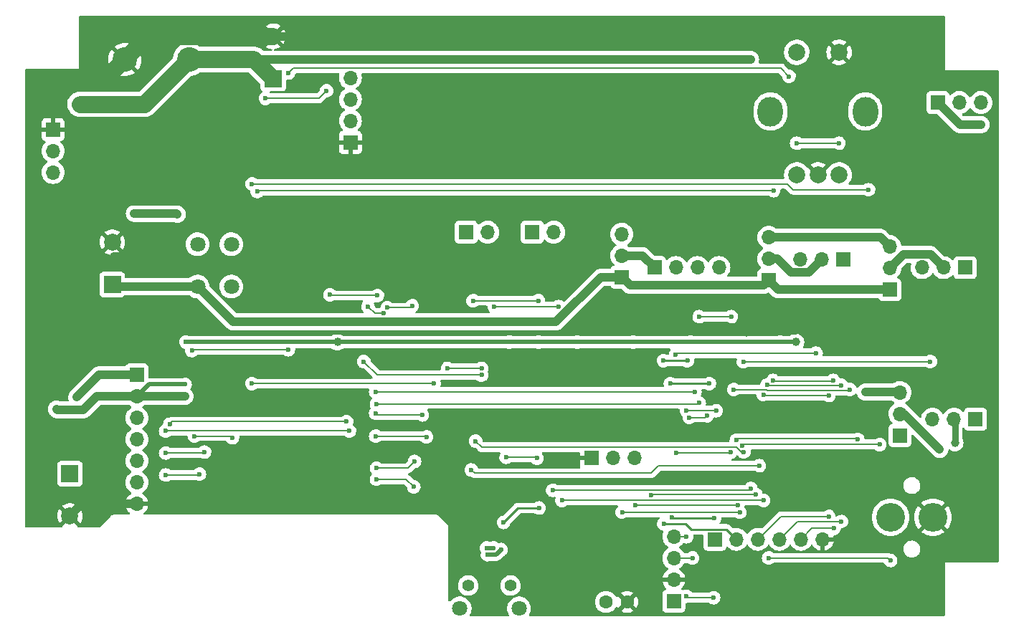
<source format=gtl>
G04 #@! TF.GenerationSoftware,KiCad,Pcbnew,6.0.7-f9a2dced07~116~ubuntu20.04.1*
G04 #@! TF.CreationDate,2022-10-13T22:07:35-06:00*
G04 #@! TF.ProjectId,kelvin-kontroller,6b656c76-696e-42d6-9b6f-6e74726f6c6c,rev?*
G04 #@! TF.SameCoordinates,Original*
G04 #@! TF.FileFunction,Copper,L1,Top*
G04 #@! TF.FilePolarity,Positive*
%FSLAX46Y46*%
G04 Gerber Fmt 4.6, Leading zero omitted, Abs format (unit mm)*
G04 Created by KiCad (PCBNEW 6.0.7-f9a2dced07~116~ubuntu20.04.1) date 2022-10-13 22:07:35*
%MOMM*%
%LPD*%
G01*
G04 APERTURE LIST*
G04 #@! TA.AperFunction,ComponentPad*
%ADD10C,3.400000*%
G04 #@! TD*
G04 #@! TA.AperFunction,ComponentPad*
%ADD11R,1.700000X1.700000*%
G04 #@! TD*
G04 #@! TA.AperFunction,ComponentPad*
%ADD12O,1.700000X1.700000*%
G04 #@! TD*
G04 #@! TA.AperFunction,ComponentPad*
%ADD13C,2.000000*%
G04 #@! TD*
G04 #@! TA.AperFunction,ComponentPad*
%ADD14O,3.000000X3.500000*%
G04 #@! TD*
G04 #@! TA.AperFunction,ComponentPad*
%ADD15R,2.000000X2.000000*%
G04 #@! TD*
G04 #@! TA.AperFunction,ComponentPad*
%ADD16C,1.408000*%
G04 #@! TD*
G04 #@! TA.AperFunction,ComponentPad*
%ADD17C,1.800000*%
G04 #@! TD*
G04 #@! TA.AperFunction,ComponentPad*
%ADD18C,1.803400*%
G04 #@! TD*
G04 #@! TA.AperFunction,ComponentPad*
%ADD19C,1.600000*%
G04 #@! TD*
G04 #@! TA.AperFunction,ComponentPad*
%ADD20C,2.900000*%
G04 #@! TD*
G04 #@! TA.AperFunction,ViaPad*
%ADD21C,0.600000*%
G04 #@! TD*
G04 #@! TA.AperFunction,ViaPad*
%ADD22C,1.000000*%
G04 #@! TD*
G04 #@! TA.AperFunction,Conductor*
%ADD23C,0.150000*%
G04 #@! TD*
G04 #@! TA.AperFunction,Conductor*
%ADD24C,0.500000*%
G04 #@! TD*
G04 #@! TA.AperFunction,Conductor*
%ADD25C,1.000000*%
G04 #@! TD*
G04 #@! TA.AperFunction,Conductor*
%ADD26C,0.250000*%
G04 #@! TD*
G04 #@! TA.AperFunction,Conductor*
%ADD27C,0.200000*%
G04 #@! TD*
G04 #@! TA.AperFunction,Conductor*
%ADD28C,0.750000*%
G04 #@! TD*
G04 #@! TA.AperFunction,Conductor*
%ADD29C,2.000000*%
G04 #@! TD*
G04 APERTURE END LIST*
D10*
G04 #@! TO.P,BZ1,1,-*
G04 #@! TO.N,Net-(BZ1-Pad1)*
X202700000Y-159800000D03*
G04 #@! TO.P,BZ1,2,+*
G04 #@! TO.N,GND*
X207700000Y-159800000D03*
G04 #@! TD*
D11*
G04 #@! TO.P,J13,1,Pin_1*
G04 #@! TO.N,GND*
X138920000Y-115500000D03*
D12*
G04 #@! TO.P,J13,2,Pin_2*
G04 #@! TO.N,+3V3*
X138920000Y-112960000D03*
G04 #@! TO.P,J13,3,Pin_3*
G04 #@! TO.N,Net-(J13-Pad3)*
X138920000Y-110420000D03*
G04 #@! TO.P,J13,4,Pin_4*
G04 #@! TO.N,Net-(J13-Pad4)*
X138920000Y-107880000D03*
G04 #@! TD*
D13*
G04 #@! TO.P,SW3,A,A*
G04 #@! TO.N,Net-(R33-Pad1)*
X191620000Y-119350000D03*
G04 #@! TO.P,SW3,B,B*
G04 #@! TO.N,Net-(R31-Pad1)*
X196620000Y-119350000D03*
G04 #@! TO.P,SW3,C,C*
G04 #@! TO.N,GND*
X194120000Y-119350000D03*
G04 #@! TO.P,SW3,S1,S1*
G04 #@! TO.N,Net-(C27-Pad1)*
X191620000Y-104850000D03*
G04 #@! TO.P,SW3,S2,S2*
G04 #@! TO.N,GND*
X196620000Y-104850000D03*
D14*
G04 #@! TO.P,SW3,~*
G04 #@! TO.N,N/C*
X188520000Y-111850000D03*
X199720000Y-111850000D03*
G04 #@! TD*
D11*
G04 #@! TO.P,J8,1,Pin_1*
G04 #@! TO.N,/controller/RELAY_OUT*
X211500000Y-130300000D03*
D12*
G04 #@! TO.P,J8,2,Pin_2*
G04 #@! TO.N,Net-(C33-Pad1)*
X208960000Y-130300000D03*
G04 #@! TO.P,J8,3,Pin_3*
G04 #@! TO.N,unconnected-(J8-Pad3)*
X206420000Y-130300000D03*
G04 #@! TD*
D11*
G04 #@! TO.P,J6,1,Pin_1*
G04 #@! TO.N,GND*
X167375000Y-152790000D03*
D12*
G04 #@! TO.P,J6,2,Pin_2*
G04 #@! TO.N,Net-(C7-Pad1)*
X169915000Y-152790000D03*
G04 #@! TO.P,J6,3,Pin_3*
G04 #@! TO.N,+3V3*
X172455000Y-152790000D03*
G04 #@! TD*
D15*
G04 #@! TO.P,C21,1*
G04 #@! TO.N,+5V*
X110800000Y-132300000D03*
D13*
G04 #@! TO.P,C21,2*
G04 #@! TO.N,GND*
X110800000Y-127300000D03*
G04 #@! TD*
D11*
G04 #@! TO.P,J16,1,Pin_1*
G04 #@! TO.N,/controller/AUX_MOSFET_OUT*
X212725000Y-148210000D03*
D12*
G04 #@! TO.P,J16,2,Pin_2*
G04 #@! TO.N,Net-(J16-Pad2)*
X210185000Y-148210000D03*
G04 #@! TO.P,J16,3,Pin_3*
G04 #@! TO.N,unconnected-(J16-Pad3)*
X207645000Y-148210000D03*
G04 #@! TD*
D11*
G04 #@! TO.P,JP2,1,A*
G04 #@! TO.N,+5V*
X170954364Y-131425000D03*
D12*
G04 #@! TO.P,JP2,2,C*
G04 #@! TO.N,Net-(C34-Pad1)*
X170954364Y-128885000D03*
G04 #@! TO.P,JP2,3,B*
G04 #@! TO.N,+12V*
X170954364Y-126345000D03*
G04 #@! TD*
D15*
G04 #@! TO.P,C15,1*
G04 #@! TO.N,+12V*
X129800000Y-107967677D03*
D13*
G04 #@! TO.P,C15,2*
G04 #@! TO.N,GND*
X129800000Y-102967677D03*
G04 #@! TD*
D15*
G04 #@! TO.P,C20,1*
G04 #@! TO.N,+3V3*
X105800000Y-154632323D03*
D13*
G04 #@! TO.P,C20,2*
G04 #@! TO.N,GND*
X105800000Y-159632323D03*
G04 #@! TD*
D11*
G04 #@! TO.P,J2,1,Pin_1*
G04 #@! TO.N,+3V3*
X177100000Y-169700000D03*
D12*
G04 #@! TO.P,J2,2,Pin_2*
G04 #@! TO.N,GND*
X177100000Y-167160000D03*
G04 #@! TO.P,J2,3,Pin_3*
G04 #@! TO.N,/controller/SWDIO*
X177100000Y-164620000D03*
G04 #@! TO.P,J2,4,Pin_4*
G04 #@! TO.N,/controller/SWCLK*
X177100000Y-162080000D03*
G04 #@! TD*
D11*
G04 #@! TO.P,JP1,1,A*
G04 #@! TO.N,+5V*
X188300000Y-131800000D03*
D12*
G04 #@! TO.P,JP1,2,C*
G04 #@! TO.N,Net-(C31-Pad1)*
X188300000Y-129260000D03*
G04 #@! TO.P,JP1,3,B*
G04 #@! TO.N,+12V*
X188300000Y-126720000D03*
G04 #@! TD*
D11*
G04 #@! TO.P,J5,1,Pin_1*
G04 #@! TO.N,GND*
X103810000Y-113975000D03*
D12*
G04 #@! TO.P,J5,2,Pin_2*
G04 #@! TO.N,+12V*
X103810000Y-116515000D03*
G04 #@! TO.P,J5,3,Pin_3*
G04 #@! TO.N,unconnected-(J5-Pad3)*
X103810000Y-119055000D03*
G04 #@! TD*
D11*
G04 #@! TO.P,J3,1,Pin_1*
G04 #@! TO.N,Net-(C8-Pad2)*
X160387142Y-126100000D03*
D12*
G04 #@! TO.P,J3,2,Pin_2*
G04 #@! TO.N,Net-(C8-Pad1)*
X162927142Y-126100000D03*
G04 #@! TD*
D11*
G04 #@! TO.P,J11,1,Pin_1*
G04 #@! TO.N,Net-(C34-Pad1)*
X174805000Y-130290000D03*
D12*
G04 #@! TO.P,J11,2,Pin_2*
G04 #@! TO.N,/controller/FAN_OUT*
X177345000Y-130290000D03*
G04 #@! TO.P,J11,3,Pin_3*
G04 #@! TO.N,Net-(J11-Pad3)*
X179885000Y-130290000D03*
G04 #@! TO.P,J11,4,Pin_4*
G04 #@! TO.N,Net-(J11-Pad4)*
X182425000Y-130290000D03*
G04 #@! TD*
D16*
G04 #@! TO.P,J12,P$6*
G04 #@! TO.N,N/C*
X157825000Y-167860000D03*
G04 #@! TO.P,J12,P$7*
X152825000Y-167860000D03*
D17*
G04 #@! TO.P,J12,P$8*
X158825000Y-170560000D03*
G04 #@! TO.P,J12,P$9*
X151825000Y-170560000D03*
G04 #@! TD*
D11*
G04 #@! TO.P,J9,1,Pin_1*
G04 #@! TO.N,/controller/SSR1_OUT*
X208275000Y-110790000D03*
D12*
G04 #@! TO.P,J9,2,Pin_2*
G04 #@! TO.N,Net-(J9-Pad2)*
X210815000Y-110790000D03*
G04 #@! TO.P,J9,3,Pin_3*
G04 #@! TO.N,unconnected-(J9-Pad3)*
X213355000Y-110790000D03*
G04 #@! TD*
D11*
G04 #@! TO.P,J7,1,Pin_1*
G04 #@! TO.N,/controller/STIR_OUT*
X197100000Y-129300000D03*
D12*
G04 #@! TO.P,J7,2,Pin_2*
G04 #@! TO.N,Net-(C31-Pad1)*
X194560000Y-129300000D03*
G04 #@! TO.P,J7,3,Pin_3*
G04 #@! TO.N,unconnected-(J7-Pad3)*
X192020000Y-129300000D03*
G04 #@! TD*
D11*
G04 #@! TO.P,J15,1,Pin_1*
G04 #@! TO.N,+5V*
X113700000Y-142975000D03*
D12*
G04 #@! TO.P,J15,2,Pin_2*
G04 #@! TO.N,+3V3*
X113700000Y-145515000D03*
G04 #@! TO.P,J15,3,Pin_3*
G04 #@! TO.N,Net-(J15-Pad3)*
X113700000Y-148055000D03*
G04 #@! TO.P,J15,4,Pin_4*
G04 #@! TO.N,Net-(J15-Pad4)*
X113700000Y-150595000D03*
G04 #@! TO.P,J15,5,Pin_5*
G04 #@! TO.N,Net-(J15-Pad5)*
X113700000Y-153135000D03*
G04 #@! TO.P,J15,6,Pin_6*
G04 #@! TO.N,Net-(J15-Pad6)*
X113700000Y-155675000D03*
G04 #@! TO.P,J15,7,Pin_7*
G04 #@! TO.N,GND*
X113700000Y-158215000D03*
G04 #@! TD*
D11*
G04 #@! TO.P,J4,1,Pin_1*
G04 #@! TO.N,Net-(C9-Pad2)*
X152587142Y-126100000D03*
D12*
G04 #@! TO.P,J4,2,Pin_2*
G04 #@! TO.N,Net-(C9-Pad1)*
X155127142Y-126100000D03*
G04 #@! TD*
D11*
G04 #@! TO.P,JP4,1,A*
G04 #@! TO.N,+5V*
X203800000Y-150125000D03*
D12*
G04 #@! TO.P,JP4,2,C*
G04 #@! TO.N,Net-(C35-Pad1)*
X203800000Y-147585000D03*
G04 #@! TO.P,JP4,3,B*
G04 #@! TO.N,+12V*
X203800000Y-145045000D03*
G04 #@! TD*
D18*
G04 #@! TO.P,L1,1,1*
G04 #@! TO.N,Net-(D11-Pad1)*
X124862500Y-127529500D03*
G04 #@! TO.P,L1,2*
G04 #@! TO.N,N/C*
X124862500Y-132533300D03*
G04 #@! TO.P,L1,3,3*
G04 #@! TO.N,+5V*
X120874700Y-132533300D03*
G04 #@! TO.P,L1,4*
G04 #@! TO.N,N/C*
X120874700Y-127529500D03*
G04 #@! TD*
D19*
G04 #@! TO.P,TH1,1*
G04 #@! TO.N,Net-(C10-Pad1)*
X169100000Y-169800000D03*
G04 #@! TO.P,TH1,2*
G04 #@! TO.N,GND*
X171600000Y-169800000D03*
G04 #@! TD*
D20*
G04 #@! TO.P,J14,1,Pin_1*
G04 #@! TO.N,GND*
X112290000Y-105700000D03*
G04 #@! TO.P,J14,2,Pin_2*
G04 #@! TO.N,+12V*
X119910000Y-105700000D03*
G04 #@! TD*
D11*
G04 #@! TO.P,JP3,1,A*
G04 #@! TO.N,+5V*
X202600000Y-132900000D03*
D12*
G04 #@! TO.P,JP3,2,C*
G04 #@! TO.N,Net-(C33-Pad1)*
X202600000Y-130360000D03*
G04 #@! TO.P,JP3,3,B*
G04 #@! TO.N,+12V*
X202600000Y-127820000D03*
G04 #@! TD*
D11*
G04 #@! TO.P,J10,1,Pin_1*
G04 #@! TO.N,+5V*
X181950000Y-162400000D03*
D12*
G04 #@! TO.P,J10,2,Pin_2*
G04 #@! TO.N,+3V3*
X184490000Y-162400000D03*
G04 #@! TO.P,J10,3,Pin_3*
G04 #@! TO.N,/controller/AUX1*
X187030000Y-162400000D03*
G04 #@! TO.P,J10,4,Pin_4*
G04 #@! TO.N,/controller/AUX2*
X189570000Y-162400000D03*
G04 #@! TO.P,J10,5,Pin_5*
G04 #@! TO.N,/controller/AUX3*
X192110000Y-162400000D03*
G04 #@! TO.P,J10,6,Pin_6*
G04 #@! TO.N,GND*
X194650000Y-162400000D03*
G04 #@! TD*
D21*
G04 #@! TO.N,GND*
X178400000Y-113700000D03*
X174400000Y-160800000D03*
X165900000Y-148000000D03*
X168800000Y-142600000D03*
X167300000Y-127400000D03*
X161700000Y-101500000D03*
X147900000Y-101500000D03*
X214800000Y-108400000D03*
X214900000Y-128700000D03*
X214200000Y-139600000D03*
X206200000Y-143300000D03*
X204700000Y-139200000D03*
X199600000Y-148400000D03*
X187100000Y-142900000D03*
X193700000Y-156500000D03*
X195500000Y-169000000D03*
X186000000Y-168900000D03*
X165700000Y-170100000D03*
X151800000Y-165600000D03*
X207900000Y-170800000D03*
X214000000Y-163200000D03*
X188400000Y-115600000D03*
X206900000Y-101900000D03*
X109000000Y-101400000D03*
X155700000Y-113700000D03*
X200850499Y-122049501D03*
G04 #@! TO.N,+3V3*
X189700000Y-139100000D03*
X191600000Y-115600000D03*
X196600000Y-115600000D03*
G04 #@! TO.N,GND*
X151300000Y-156200000D03*
X149300000Y-148200000D03*
X155400000Y-148000000D03*
X190800000Y-124500000D03*
X198300000Y-153100000D03*
X200400000Y-153100000D03*
X194800000Y-146400000D03*
X190600000Y-146400000D03*
X192400000Y-146400000D03*
X101000000Y-121600000D03*
X101100000Y-128900000D03*
X101100000Y-136700000D03*
X109200000Y-141300000D03*
X122000000Y-107800000D03*
X121900000Y-117000000D03*
X129000000Y-130700000D03*
X129100000Y-122400000D03*
X128600000Y-119000000D03*
X134100000Y-111500000D03*
X133900000Y-119100000D03*
X138800000Y-131400000D03*
X139100000Y-122600000D03*
X133800000Y-122700000D03*
X133700000Y-134100000D03*
X150200000Y-135000000D03*
X145100000Y-133200000D03*
X145200000Y-141300000D03*
X144900000Y-148800000D03*
X144800000Y-151900000D03*
X144100000Y-158300000D03*
X136500000Y-150600000D03*
X132600000Y-158900000D03*
X125300000Y-153900000D03*
X126300000Y-143200000D03*
X130900000Y-151800000D03*
X129000000Y-150600000D03*
X132800000Y-150600000D03*
X132700000Y-153500000D03*
X129100000Y-153500000D03*
G04 #@! TO.N,+5V*
X181300000Y-144000000D03*
X176700000Y-144000000D03*
X181900000Y-159900000D03*
X176900000Y-159800000D03*
X181200000Y-132400000D03*
G04 #@! TO.N,+3V3*
X175925000Y-160575000D03*
X175900000Y-141300000D03*
X178700000Y-141300000D03*
X179100000Y-139100000D03*
X172300000Y-139100000D03*
X161100000Y-139100000D03*
G04 #@! TO.N,/controller/SSR1_EN*
X185200000Y-151300000D03*
X201400000Y-151200000D03*
G04 #@! TO.N,/controller/AUX1*
X195400000Y-159700000D03*
X187675500Y-145297195D03*
X195400000Y-145400000D03*
G04 #@! TO.N,/controller/AUX2*
X188105317Y-144154961D03*
X196900000Y-144200000D03*
X196900000Y-160300000D03*
G04 #@! TO.N,/controller/AUX3*
X188813364Y-143625500D03*
X196000000Y-161100000D03*
X195914389Y-143625500D03*
G04 #@! TO.N,+3V3*
X157000000Y-160400000D03*
X161200000Y-158700000D03*
G04 #@! TO.N,/controller/SPI_NSS1*
X162800000Y-156600000D03*
X186200000Y-156400000D03*
G04 #@! TO.N,/controller/SPI_SCK*
X187700000Y-157800000D03*
X163900000Y-157800000D03*
G04 #@! TO.N,/controller/SPI_NSS2*
X185369964Y-152081227D03*
X153700000Y-150800000D03*
G04 #@! TO.N,/EN*
X150400000Y-142200000D03*
X154400000Y-142200000D03*
G04 #@! TO.N,/controller/SPI_SCK*
X163500000Y-134900000D03*
X155900000Y-134900000D03*
G04 #@! TO.N,/controller/SPI_MISO*
X153400000Y-134200000D03*
X161100000Y-134200000D03*
X153200000Y-154200000D03*
X187200000Y-153700000D03*
G04 #@! TO.N,/controller/STIR_EN*
X183800000Y-152100000D03*
X177300000Y-140600000D03*
X193900000Y-140400000D03*
X177400000Y-152200000D03*
G04 #@! TO.N,/controller/FAN_EN*
X174400000Y-157174500D03*
X186800000Y-157100000D03*
G04 #@! TO.N,/controller/FAN_TACH_IN*
X183900000Y-136100000D03*
X180100000Y-136100000D03*
D22*
G04 #@! TO.N,/controller/SSR1_OUT*
X213400000Y-113400000D03*
D21*
G04 #@! TO.N,/controller/RELAY_EN*
X185324500Y-141400000D03*
X207400000Y-141400000D03*
D22*
G04 #@! TO.N,Net-(C35-Pad1)*
X208500000Y-151800000D03*
G04 #@! TO.N,Net-(J16-Pad2)*
X210300000Y-151000000D03*
G04 #@! TO.N,+12V*
X199700000Y-145000000D03*
X199520000Y-126720000D03*
D21*
G04 #@! TO.N,/controller/AUX_EN*
X198821895Y-150600500D03*
X184485805Y-150688171D03*
G04 #@! TO.N,/controller/BUZZER*
X197900000Y-144700000D03*
X184175500Y-144700000D03*
G04 #@! TO.N,Net-(D1-Pad2)*
X202700000Y-164900000D03*
X188300000Y-164600000D03*
G04 #@! TO.N,/controller/SWDIO*
X179300000Y-164600000D03*
X178951000Y-148000000D03*
X181000000Y-147800000D03*
G04 #@! TO.N,/controller/SWCLK*
X178600000Y-169125500D03*
X181800000Y-169300000D03*
X178600000Y-162100000D03*
X182100000Y-147200000D03*
X178600000Y-147200000D03*
D22*
G04 #@! TO.N,GND*
X206600000Y-137700000D03*
X184967677Y-102967677D03*
D21*
X112500000Y-138000000D03*
D22*
X111000000Y-129000000D03*
D21*
X191600000Y-137900000D03*
D22*
X185700000Y-138000000D03*
X104000000Y-109000000D03*
D21*
X200850500Y-137700000D03*
D22*
X119800000Y-122500000D03*
X112800000Y-122500000D03*
X169067677Y-102967677D03*
X115600000Y-128900000D03*
D21*
G04 #@! TO.N,+3V3*
X119400000Y-144100000D03*
D22*
X119400000Y-145500000D03*
X104200000Y-147000000D03*
D21*
X165700000Y-139100000D03*
X119500000Y-139100000D03*
X157700000Y-139100000D03*
D22*
X137400000Y-139100000D03*
X191500000Y-139100000D03*
G04 #@! TO.N,+5V*
X118500000Y-124000000D03*
X106600000Y-145600000D03*
X113400000Y-123900000D03*
X113366700Y-132533300D03*
G04 #@! TO.N,+12V*
X107000000Y-111000000D03*
X170800000Y-105700000D03*
X186167177Y-105700000D03*
D21*
G04 #@! TO.N,/EN*
X148800000Y-144000000D03*
X127300000Y-144000000D03*
G04 #@! TO.N,/ENC_A*
X200100000Y-121100000D03*
X127300000Y-120400000D03*
G04 #@! TO.N,/ENC_B*
X127900000Y-121300000D03*
X188900000Y-121200000D03*
G04 #@! TO.N,Net-(Q5-Pad1)*
X160950500Y-152821303D03*
X157300000Y-152700000D03*
G04 #@! TO.N,/IO0*
X154400498Y-143000000D03*
X140500000Y-141400000D03*
G04 #@! TO.N,/controller/THERMISTOR_IN1*
X184900000Y-159200000D03*
X171000000Y-159200000D03*
G04 #@! TO.N,/controller/THERMISTOR_IN2*
X184632537Y-158374500D03*
X172600000Y-158400000D03*
G04 #@! TO.N,Net-(R20-Pad1)*
X142000000Y-155300000D03*
X146400000Y-156200000D03*
G04 #@! TO.N,Net-(R21-Pad1)*
X146500000Y-153200000D03*
X142000000Y-154000000D03*
G04 #@! TO.N,/SCL*
X136500000Y-133500000D03*
X142100000Y-133600000D03*
G04 #@! TO.N,/SDA*
X136100000Y-109400000D03*
X128900000Y-110300000D03*
G04 #@! TO.N,/ENC_BUTTON*
X190700000Y-107700000D03*
X131600000Y-140000000D03*
X131600000Y-107300000D03*
X125000000Y-150400000D03*
X120500000Y-150200000D03*
X120200000Y-140100000D03*
G04 #@! TO.N,/ESP_USART_TX*
X138800000Y-149600000D03*
X180100000Y-146300000D03*
X142000000Y-146400000D03*
X117100000Y-149600000D03*
G04 #@! TO.N,/AUX0*
X117100000Y-152200000D03*
X121700000Y-152100000D03*
G04 #@! TO.N,/AUX1*
X121100000Y-154700000D03*
X117100000Y-154800000D03*
G04 #@! TO.N,/ESP_USART_RX*
X141900000Y-145000000D03*
X117600000Y-148800000D03*
X138474500Y-148500000D03*
X179600000Y-145000000D03*
G04 #@! TO.N,/USB_R-*
X155800000Y-163410000D03*
X155000000Y-163410000D03*
G04 #@! TO.N,/USB_R+*
X155100000Y-164210000D03*
X156700000Y-163610000D03*
G04 #@! TO.N,/VSPI_WP*
X143272845Y-135035804D03*
X146200000Y-134800000D03*
G04 #@! TO.N,/VSPI_MISO*
X141900000Y-150200000D03*
X147900000Y-150300000D03*
G04 #@! TO.N,/VSPI_SCK*
X140991481Y-134903947D03*
X142824001Y-135697426D03*
G04 #@! TO.N,/VSPI_CS*
X147400000Y-147700000D03*
X141900000Y-147500000D03*
G04 #@! TD*
D23*
G04 #@! TO.N,/ENC_A*
X191200000Y-121100000D02*
X200100000Y-121100000D01*
X190500000Y-120400000D02*
X191200000Y-121100000D01*
X127300000Y-120400000D02*
X190500000Y-120400000D01*
D24*
G04 #@! TO.N,+3V3*
X165700000Y-139100000D02*
X191500000Y-139100000D01*
D25*
G04 #@! TO.N,+5V*
X189400000Y-132900000D02*
X202600000Y-132900000D01*
X188300000Y-131800000D02*
X189400000Y-132900000D01*
G04 #@! TO.N,Net-(C31-Pad1)*
X194560000Y-129300000D02*
X193010000Y-130850000D01*
X193010000Y-130850000D02*
X190950000Y-130850000D01*
X189360000Y-129260000D02*
X188300000Y-129260000D01*
X190950000Y-130850000D02*
X189360000Y-129260000D01*
D23*
G04 #@! TO.N,+3V3*
X191600000Y-115600000D02*
X196600000Y-115600000D01*
G04 #@! TO.N,GND*
X198300000Y-153100000D02*
X200400000Y-153100000D01*
D26*
X192400000Y-146400000D02*
X194800000Y-146400000D01*
X190600000Y-146400000D02*
X192400000Y-146400000D01*
G04 #@! TO.N,+5V*
X181300000Y-144000000D02*
X176700000Y-144000000D01*
X176900000Y-159800000D02*
X177000000Y-159900000D01*
X177000000Y-159900000D02*
X181900000Y-159900000D01*
D25*
X170954364Y-131425000D02*
X171929364Y-132400000D01*
X171929364Y-132400000D02*
X187700000Y-132400000D01*
X187700000Y-132400000D02*
X188300000Y-131800000D01*
D23*
G04 #@! TO.N,/controller/SWCLK*
X178774500Y-169300000D02*
X178600000Y-169125500D01*
X181800000Y-169300000D02*
X178774500Y-169300000D01*
D26*
G04 #@! TO.N,+3V3*
X184490000Y-162400000D02*
X183315000Y-161225000D01*
X183315000Y-161225000D02*
X179158177Y-161225000D01*
X179158177Y-161225000D02*
X178508177Y-160575000D01*
X178508177Y-160575000D02*
X175925000Y-160575000D01*
X175900000Y-141300000D02*
X178700000Y-141300000D01*
D23*
G04 #@! TO.N,Net-(Q5-Pad1)*
X160829197Y-152700000D02*
X160950500Y-152821303D01*
X157300000Y-152700000D02*
X160829197Y-152700000D01*
D24*
G04 #@! TO.N,+3V3*
X157700000Y-139100000D02*
X161100000Y-139100000D01*
X161100000Y-139100000D02*
X165700000Y-139100000D01*
D23*
G04 #@! TO.N,/controller/SPI_NSS2*
X154408441Y-151508441D02*
X184495975Y-151508441D01*
X153700000Y-150800000D02*
X154408441Y-151508441D01*
D27*
G04 #@! TO.N,/controller/SSR1_EN*
X185300000Y-151200000D02*
X185200000Y-151300000D01*
X201400000Y-151200000D02*
X185300000Y-151200000D01*
G04 #@! TO.N,/controller/AUX_EN*
X184673476Y-150500500D02*
X184485805Y-150688171D01*
D23*
G04 #@! TO.N,/controller/SPI_NSS2*
X184495975Y-151508441D02*
X185068761Y-152081227D01*
D27*
G04 #@! TO.N,/controller/AUX_EN*
X198821895Y-150600500D02*
X198721895Y-150500500D01*
X198721895Y-150500500D02*
X184673476Y-150500500D01*
D23*
G04 #@! TO.N,/controller/SPI_NSS2*
X185068761Y-152081227D02*
X185369964Y-152081227D01*
G04 #@! TO.N,/controller/AUX1*
X195400000Y-145400000D02*
X187778305Y-145400000D01*
X187778305Y-145400000D02*
X187675500Y-145297195D01*
G04 #@! TO.N,/controller/BUZZER*
X197900000Y-144700000D02*
X197774500Y-144825500D01*
X197774500Y-144825500D02*
X188137966Y-144825500D01*
X188137966Y-144825500D02*
X188037966Y-144725500D01*
X188037966Y-144725500D02*
X187934869Y-144725500D01*
X187934869Y-144725500D02*
X187909369Y-144700000D01*
X187909369Y-144700000D02*
X184175500Y-144700000D01*
G04 #@! TO.N,/controller/AUX1*
X187030000Y-162400000D02*
X189730000Y-159700000D01*
G04 #@! TO.N,/controller/AUX2*
X188150356Y-144200000D02*
X188105317Y-144154961D01*
X196900000Y-144200000D02*
X188150356Y-144200000D01*
G04 #@! TO.N,/controller/AUX1*
X189730000Y-159700000D02*
X195400000Y-159700000D01*
G04 #@! TO.N,/controller/AUX3*
X188887864Y-143700000D02*
X195839889Y-143700000D01*
X188813364Y-143625500D02*
X188887864Y-143700000D01*
X195839889Y-143700000D02*
X195914389Y-143625500D01*
G04 #@! TO.N,/controller/AUX2*
X196900000Y-160300000D02*
X191670000Y-160300000D01*
X191670000Y-160300000D02*
X189570000Y-162400000D01*
G04 #@! TO.N,/controller/AUX3*
X192110000Y-162400000D02*
X193410000Y-161100000D01*
X193410000Y-161100000D02*
X196000000Y-161100000D01*
D26*
G04 #@! TO.N,+3V3*
X161200000Y-158700000D02*
X158700000Y-158700000D01*
X158700000Y-158700000D02*
X157000000Y-160400000D01*
D23*
G04 #@! TO.N,/controller/THERMISTOR_IN2*
X172625500Y-158374500D02*
X172600000Y-158400000D01*
X184632537Y-158374500D02*
X172625500Y-158374500D01*
D27*
G04 #@! TO.N,/controller/FAN_EN*
X174474500Y-157100000D02*
X174400000Y-157174500D01*
X186800000Y-157100000D02*
X174474500Y-157100000D01*
D23*
G04 #@! TO.N,/controller/SPI_NSS1*
X186000000Y-156600000D02*
X186200000Y-156400000D01*
X162800000Y-156600000D02*
X186000000Y-156600000D01*
G04 #@! TO.N,/controller/SPI_SCK*
X163900000Y-157800000D02*
X187700000Y-157800000D01*
G04 #@! TO.N,/EN*
X154400000Y-142200000D02*
X150400000Y-142200000D01*
G04 #@! TO.N,/controller/SPI_SCK*
X155900000Y-134900000D02*
X163500000Y-134900000D01*
G04 #@! TO.N,/controller/SPI_MISO*
X153400000Y-134200000D02*
X161100000Y-134200000D01*
X187200000Y-153700000D02*
X176000000Y-153700000D01*
X176000000Y-153700000D02*
X175700000Y-153700000D01*
X153600000Y-154600000D02*
X153200000Y-154200000D01*
X175700000Y-153700000D02*
X175300000Y-153700000D01*
X175300000Y-153700000D02*
X174600000Y-154400000D01*
X174600000Y-154400000D02*
X174400000Y-154600000D01*
X174400000Y-154600000D02*
X153600000Y-154600000D01*
D27*
G04 #@! TO.N,/controller/STIR_EN*
X177500000Y-140400000D02*
X177300000Y-140600000D01*
X193900000Y-140400000D02*
X177500000Y-140400000D01*
X177400000Y-152200000D02*
X183700000Y-152200000D01*
X183700000Y-152200000D02*
X183800000Y-152100000D01*
D25*
G04 #@! TO.N,+12V*
X201500000Y-126720000D02*
X188300000Y-126720000D01*
X202600000Y-127820000D02*
X201500000Y-126720000D01*
D23*
G04 #@! TO.N,/controller/FAN_TACH_IN*
X183900000Y-136100000D02*
X180100000Y-136100000D01*
D27*
G04 #@! TO.N,/controller/RELAY_EN*
X207400000Y-141400000D02*
X185324500Y-141400000D01*
D25*
G04 #@! TO.N,Net-(C34-Pad1)*
X170954364Y-128885000D02*
X173400000Y-128885000D01*
X173400000Y-128885000D02*
X174805000Y-130290000D01*
G04 #@! TO.N,/controller/SSR1_OUT*
X213400000Y-113400000D02*
X210885000Y-113400000D01*
X210885000Y-113400000D02*
X208275000Y-110790000D01*
G04 #@! TO.N,Net-(C33-Pad1)*
X208960000Y-130300000D02*
X207410000Y-128750000D01*
X207410000Y-128750000D02*
X204210000Y-128750000D01*
X204210000Y-128750000D02*
X202600000Y-130360000D01*
G04 #@! TO.N,Net-(C35-Pad1)*
X208500000Y-151800000D02*
X204285000Y-147585000D01*
X204285000Y-147585000D02*
X203800000Y-147585000D01*
D28*
G04 #@! TO.N,Net-(J16-Pad2)*
X210300000Y-151000000D02*
X210300000Y-148325000D01*
X210300000Y-148325000D02*
X210185000Y-148210000D01*
D25*
G04 #@! TO.N,+12V*
X203755000Y-145000000D02*
X203800000Y-145045000D01*
X199700000Y-145000000D02*
X203755000Y-145000000D01*
D23*
G04 #@! TO.N,Net-(D1-Pad2)*
X202700000Y-164900000D02*
X202400000Y-164600000D01*
X202400000Y-164600000D02*
X188300000Y-164600000D01*
G04 #@! TO.N,/controller/SWDIO*
X180800000Y-148000000D02*
X178951000Y-148000000D01*
X181000000Y-147800000D02*
X180800000Y-148000000D01*
X177100000Y-164620000D02*
X179280000Y-164620000D01*
X179280000Y-164620000D02*
X179300000Y-164600000D01*
G04 #@! TO.N,/controller/SWCLK*
X177100000Y-162080000D02*
X178580000Y-162080000D01*
X178580000Y-162080000D02*
X178600000Y-162100000D01*
X178600000Y-147200000D02*
X182100000Y-147200000D01*
D25*
G04 #@! TO.N,GND*
X129800000Y-102967677D02*
X169067677Y-102967677D01*
X184967677Y-102967677D02*
X185000000Y-103000000D01*
X119800000Y-122500000D02*
X112800000Y-122500000D01*
X107217323Y-158215000D02*
X113700000Y-158215000D01*
D29*
X104000000Y-109000000D02*
X105000000Y-108000000D01*
D24*
X191500000Y-138000000D02*
X191600000Y-137900000D01*
X112500000Y-138000000D02*
X191500000Y-138000000D01*
D29*
X110000000Y-108000000D02*
X112290000Y-105710000D01*
X105000000Y-108000000D02*
X110000000Y-108000000D01*
X112290000Y-105710000D02*
X112290000Y-105700000D01*
D25*
X169067677Y-102967677D02*
X184967677Y-102967677D01*
D24*
X191800000Y-137700000D02*
X206600000Y-137700000D01*
X191600000Y-137900000D02*
X191800000Y-137700000D01*
D25*
X115500000Y-129000000D02*
X115600000Y-128900000D01*
D29*
X115022323Y-102967677D02*
X129800000Y-102967677D01*
X112290000Y-105700000D02*
X115022323Y-102967677D01*
D25*
X111000000Y-129000000D02*
X115500000Y-129000000D01*
X105800000Y-159632323D02*
X107217323Y-158215000D01*
D24*
G04 #@! TO.N,+3V3*
X113700000Y-145515000D02*
X114715000Y-144500000D01*
X137400000Y-139100000D02*
X157700000Y-139100000D01*
D25*
X119385000Y-145515000D02*
X119400000Y-145500000D01*
D24*
X115115000Y-144100000D02*
X119400000Y-144100000D01*
D25*
X113700000Y-145515000D02*
X108985000Y-145515000D01*
X107400000Y-147100000D02*
X104300000Y-147100000D01*
X108985000Y-145515000D02*
X107400000Y-147100000D01*
D24*
X114715000Y-144500000D02*
X115115000Y-144100000D01*
D25*
X113700000Y-145515000D02*
X119385000Y-145515000D01*
D24*
X119500000Y-139100000D02*
X137400000Y-139100000D01*
D25*
X104300000Y-147100000D02*
X104200000Y-147000000D01*
G04 #@! TO.N,+5V*
X111033300Y-132533300D02*
X110800000Y-132300000D01*
X120874700Y-132533300D02*
X113366700Y-132533300D01*
X113700000Y-142975000D02*
X109225000Y-142975000D01*
X163200000Y-136700000D02*
X168475000Y-131425000D01*
X168475000Y-131425000D02*
X170954364Y-131425000D01*
X125041400Y-136700000D02*
X163200000Y-136700000D01*
X109225000Y-142975000D02*
X106600000Y-145600000D01*
X113366700Y-132533300D02*
X111033300Y-132533300D01*
X120874700Y-132533300D02*
X125041400Y-136700000D01*
X118500000Y-124000000D02*
X118400000Y-123900000D01*
X118400000Y-123900000D02*
X113400000Y-123900000D01*
D29*
G04 #@! TO.N,+12V*
X119910000Y-105700000D02*
X127532323Y-105700000D01*
X107000000Y-111000000D02*
X114610000Y-111000000D01*
X114610000Y-111000000D02*
X119910000Y-105700000D01*
X127532323Y-105700000D02*
X129800000Y-107967677D01*
D25*
X127532323Y-105700000D02*
X170800000Y-105700000D01*
X170800000Y-105700000D02*
X186167177Y-105700000D01*
D23*
G04 #@! TO.N,/EN*
X148800000Y-144000000D02*
X127300000Y-144000000D01*
G04 #@! TO.N,/ENC_B*
X128000000Y-121200000D02*
X127900000Y-121300000D01*
X188900000Y-121200000D02*
X128000000Y-121200000D01*
G04 #@! TO.N,/IO0*
X154400498Y-143000000D02*
X142100000Y-143000000D01*
X142100000Y-143000000D02*
X140500000Y-141400000D01*
G04 #@! TO.N,/controller/THERMISTOR_IN1*
X171000000Y-159200000D02*
X184900000Y-159200000D01*
G04 #@! TO.N,Net-(R20-Pad1)*
X142000000Y-155300000D02*
X145500000Y-155300000D01*
X145500000Y-155300000D02*
X146400000Y-156200000D01*
G04 #@! TO.N,Net-(R21-Pad1)*
X145700000Y-154000000D02*
X146500000Y-153200000D01*
X142000000Y-154000000D02*
X145700000Y-154000000D01*
G04 #@! TO.N,/SCL*
X142100000Y-133600000D02*
X136600000Y-133600000D01*
X136600000Y-133600000D02*
X136500000Y-133500000D01*
G04 #@! TO.N,/SDA*
X135200000Y-110300000D02*
X136100000Y-109400000D01*
X128900000Y-110300000D02*
X135200000Y-110300000D01*
G04 #@! TO.N,/ENC_BUTTON*
X189755000Y-106755000D02*
X132145000Y-106755000D01*
X131600000Y-140000000D02*
X125300000Y-140000000D01*
X125300000Y-140000000D02*
X120300000Y-140000000D01*
X120500000Y-150200000D02*
X124800000Y-150200000D01*
X132145000Y-106755000D02*
X131600000Y-107300000D01*
X124800000Y-150200000D02*
X125000000Y-150400000D01*
X120300000Y-140000000D02*
X120200000Y-140100000D01*
X190700000Y-107700000D02*
X189755000Y-106755000D01*
G04 #@! TO.N,/ESP_USART_TX*
X180000000Y-146400000D02*
X180100000Y-146300000D01*
X117100000Y-149600000D02*
X138800000Y-149600000D01*
X142000000Y-146400000D02*
X180000000Y-146400000D01*
G04 #@! TO.N,/AUX0*
X121600000Y-152200000D02*
X121700000Y-152100000D01*
X117100000Y-152200000D02*
X121600000Y-152200000D01*
G04 #@! TO.N,/AUX1*
X121000000Y-154800000D02*
X121100000Y-154700000D01*
X117100000Y-154800000D02*
X121000000Y-154800000D01*
G04 #@! TO.N,/ESP_USART_RX*
X117900000Y-148500000D02*
X138474500Y-148500000D01*
X141900000Y-145000000D02*
X179600000Y-145000000D01*
X117600000Y-148800000D02*
X117900000Y-148500000D01*
D24*
G04 #@! TO.N,/USB_R-*
X155000000Y-163410000D02*
X155800000Y-163410000D01*
G04 #@! TO.N,/USB_R+*
X156100000Y-164210000D02*
X156700000Y-163610000D01*
X155100000Y-164210000D02*
X156100000Y-164210000D01*
D23*
G04 #@! TO.N,/VSPI_WP*
X146200000Y-134800000D02*
X145964196Y-135035804D01*
X145964196Y-135035804D02*
X143272845Y-135035804D01*
G04 #@! TO.N,/VSPI_MISO*
X147800000Y-150200000D02*
X147900000Y-150300000D01*
X141900000Y-150200000D02*
X147800000Y-150200000D01*
G04 #@! TO.N,/VSPI_SCK*
X142824001Y-135697426D02*
X141784960Y-135697426D01*
X141784960Y-135697426D02*
X140991481Y-134903947D01*
G04 #@! TO.N,/VSPI_CS*
X147400000Y-147700000D02*
X142100000Y-147700000D01*
X142100000Y-147700000D02*
X141900000Y-147500000D01*
G04 #@! TD*
G04 #@! TA.AperFunction,Conductor*
G04 #@! TO.N,GND*
G36*
X209043039Y-100520185D02*
G01*
X209088794Y-100572989D01*
X209100000Y-100624500D01*
X209100000Y-107000000D01*
X215375500Y-107000000D01*
X215442539Y-107019685D01*
X215488294Y-107072489D01*
X215499500Y-107124000D01*
X215499500Y-164976000D01*
X215479815Y-165043039D01*
X215427011Y-165088794D01*
X215375500Y-165100000D01*
X209100000Y-165100000D01*
X209100000Y-171375500D01*
X209080315Y-171442539D01*
X209027511Y-171488294D01*
X208976000Y-171499500D01*
X160116365Y-171499500D01*
X160049326Y-171479815D01*
X160003571Y-171427011D01*
X159993627Y-171357853D01*
X160015665Y-171303144D01*
X160029577Y-171283783D01*
X160131615Y-171077325D01*
X160198563Y-170856975D01*
X160224682Y-170658580D01*
X160228191Y-170631924D01*
X160228191Y-170631921D01*
X160228622Y-170628649D01*
X160229335Y-170599502D01*
X160230219Y-170563308D01*
X160230300Y-170560000D01*
X160226367Y-170512154D01*
X160211847Y-170335553D01*
X160211430Y-170330478D01*
X160155326Y-170107120D01*
X160063496Y-169895924D01*
X160060736Y-169891658D01*
X160060733Y-169891652D01*
X160001440Y-169800000D01*
X167794532Y-169800000D01*
X167795004Y-169805395D01*
X167813111Y-170012354D01*
X167814365Y-170026692D01*
X167873261Y-170246496D01*
X167875548Y-170251400D01*
X167875550Y-170251406D01*
X167937653Y-170384584D01*
X167969432Y-170452734D01*
X167972539Y-170457171D01*
X167972540Y-170457173D01*
X168096847Y-170634704D01*
X168096851Y-170634708D01*
X168099953Y-170639139D01*
X168260861Y-170800047D01*
X168265292Y-170803149D01*
X168265296Y-170803153D01*
X168388260Y-170889252D01*
X168447266Y-170930568D01*
X168452177Y-170932858D01*
X168648594Y-171024450D01*
X168648600Y-171024452D01*
X168653504Y-171026739D01*
X168873308Y-171085635D01*
X168878693Y-171086106D01*
X168878698Y-171086107D01*
X169094605Y-171104996D01*
X169100000Y-171105468D01*
X169105395Y-171104996D01*
X169321302Y-171086107D01*
X169321307Y-171086106D01*
X169326692Y-171085635D01*
X169546496Y-171026739D01*
X169551400Y-171024452D01*
X169551406Y-171024450D01*
X169747823Y-170932858D01*
X169752734Y-170930568D01*
X169811740Y-170889252D01*
X169827803Y-170878005D01*
X170880808Y-170878005D01*
X170889956Y-170889829D01*
X170943079Y-170927026D01*
X170952425Y-170932423D01*
X171148769Y-171023979D01*
X171158902Y-171027668D01*
X171368163Y-171083739D01*
X171378794Y-171085613D01*
X171594605Y-171104494D01*
X171605395Y-171104494D01*
X171821206Y-171085613D01*
X171831837Y-171083739D01*
X172041098Y-171027668D01*
X172051231Y-171023979D01*
X172247575Y-170932423D01*
X172256921Y-170927026D01*
X172310867Y-170889252D01*
X172319110Y-170878941D01*
X172312154Y-170865708D01*
X171612607Y-170166160D01*
X171598887Y-170158668D01*
X171597082Y-170158797D01*
X171590573Y-170162980D01*
X170887135Y-170866419D01*
X170880808Y-170878005D01*
X169827803Y-170878005D01*
X169934704Y-170803153D01*
X169934708Y-170803149D01*
X169939139Y-170800047D01*
X170100047Y-170639139D01*
X170103149Y-170634708D01*
X170103153Y-170634704D01*
X170227460Y-170457173D01*
X170227461Y-170457171D01*
X170230568Y-170452734D01*
X170232858Y-170447823D01*
X170232861Y-170447818D01*
X170237895Y-170437023D01*
X170284068Y-170384584D01*
X170351262Y-170365433D01*
X170418143Y-170385650D01*
X170462660Y-170437028D01*
X170467579Y-170447578D01*
X170472974Y-170456921D01*
X170510748Y-170510867D01*
X170521059Y-170519110D01*
X170534292Y-170512154D01*
X171233840Y-169812607D01*
X171240116Y-169801113D01*
X171958668Y-169801113D01*
X171958797Y-169802918D01*
X171962980Y-169809427D01*
X172666419Y-170512865D01*
X172678005Y-170519192D01*
X172689829Y-170510044D01*
X172727026Y-170456921D01*
X172732423Y-170447575D01*
X172823979Y-170251231D01*
X172827668Y-170241098D01*
X172883739Y-170031837D01*
X172885613Y-170021206D01*
X172904494Y-169805395D01*
X172904494Y-169794605D01*
X172885613Y-169578794D01*
X172883739Y-169568163D01*
X172827668Y-169358902D01*
X172823979Y-169348769D01*
X172732423Y-169152425D01*
X172727026Y-169143079D01*
X172689252Y-169089133D01*
X172678941Y-169080890D01*
X172665708Y-169087846D01*
X171966160Y-169787393D01*
X171958668Y-169801113D01*
X171240116Y-169801113D01*
X171241332Y-169798887D01*
X171241203Y-169797082D01*
X171237020Y-169790573D01*
X170533581Y-169087135D01*
X170521995Y-169080808D01*
X170510171Y-169089956D01*
X170472974Y-169143079D01*
X170467579Y-169152422D01*
X170462660Y-169162972D01*
X170416489Y-169215413D01*
X170349297Y-169234567D01*
X170282415Y-169214354D01*
X170237895Y-169162977D01*
X170232861Y-169152182D01*
X170232858Y-169152176D01*
X170230568Y-169147266D01*
X170227460Y-169142827D01*
X170103153Y-168965296D01*
X170103149Y-168965292D01*
X170100047Y-168960861D01*
X169939139Y-168799953D01*
X169934708Y-168796851D01*
X169934704Y-168796847D01*
X169826466Y-168721059D01*
X170880890Y-168721059D01*
X170887846Y-168734292D01*
X171587393Y-169433840D01*
X171601113Y-169441332D01*
X171602918Y-169441203D01*
X171609427Y-169437020D01*
X172243823Y-168802623D01*
X175749500Y-168802623D01*
X175749501Y-170597376D01*
X175756149Y-170658580D01*
X175806474Y-170792824D01*
X175811769Y-170799889D01*
X175811770Y-170799891D01*
X175878037Y-170888310D01*
X175892454Y-170907546D01*
X175899519Y-170912841D01*
X176000109Y-170988230D01*
X176000111Y-170988231D01*
X176007176Y-170993526D01*
X176141420Y-171043851D01*
X176202623Y-171050500D01*
X177099866Y-171050500D01*
X177997376Y-171050499D01*
X178058580Y-171043851D01*
X178192824Y-170993526D01*
X178199889Y-170988231D01*
X178199891Y-170988230D01*
X178300481Y-170912841D01*
X178307546Y-170907546D01*
X178321963Y-170888310D01*
X178388230Y-170799891D01*
X178388231Y-170799889D01*
X178393526Y-170792824D01*
X178443851Y-170658580D01*
X178450500Y-170597377D01*
X178450500Y-170053962D01*
X178470185Y-169986923D01*
X178522989Y-169941168D01*
X178576820Y-169930046D01*
X178583130Y-169930888D01*
X178590031Y-169930260D01*
X178590032Y-169930260D01*
X178695093Y-169920699D01*
X178761981Y-169914612D01*
X178768572Y-169912470D01*
X178768574Y-169912470D01*
X178863677Y-169881569D01*
X178901995Y-169875500D01*
X181190232Y-169875500D01*
X181257271Y-169895185D01*
X181279426Y-169913359D01*
X181286514Y-169920699D01*
X181436789Y-170019036D01*
X181605116Y-170081636D01*
X181783130Y-170105388D01*
X181790031Y-170104760D01*
X181790033Y-170104760D01*
X181897744Y-170094958D01*
X181961981Y-170089112D01*
X182132782Y-170033615D01*
X182287044Y-169941657D01*
X182316755Y-169913364D01*
X182412080Y-169822587D01*
X182412082Y-169822585D01*
X182417099Y-169817807D01*
X182490831Y-169706832D01*
X182512645Y-169673999D01*
X182512646Y-169673997D01*
X182516483Y-169668222D01*
X182580257Y-169500336D01*
X182605251Y-169322493D01*
X182605565Y-169300000D01*
X182585546Y-169121528D01*
X182526485Y-168951927D01*
X182431316Y-168799625D01*
X182337165Y-168704815D01*
X182309653Y-168677110D01*
X182309652Y-168677109D01*
X182304770Y-168672193D01*
X182153136Y-168575963D01*
X182133219Y-168568871D01*
X181990479Y-168518043D01*
X181990475Y-168518042D01*
X181983951Y-168515719D01*
X181805624Y-168494455D01*
X181798735Y-168495179D01*
X181798732Y-168495179D01*
X181633913Y-168512502D01*
X181633911Y-168512502D01*
X181627017Y-168513227D01*
X181620456Y-168515461D01*
X181620454Y-168515461D01*
X181547796Y-168540196D01*
X181457007Y-168571103D01*
X181451105Y-168574734D01*
X181343437Y-168640972D01*
X181304045Y-168665206D01*
X181299094Y-168670055D01*
X181299092Y-168670056D01*
X181279650Y-168689095D01*
X181217979Y-168721936D01*
X181192892Y-168724500D01*
X179362147Y-168724500D01*
X179295108Y-168704815D01*
X179256989Y-168666210D01*
X179234989Y-168631003D01*
X179231316Y-168625125D01*
X179151906Y-168545159D01*
X179109653Y-168502610D01*
X179109652Y-168502609D01*
X179104770Y-168497693D01*
X178953136Y-168401463D01*
X178934857Y-168394954D01*
X178790479Y-168343543D01*
X178790475Y-168343542D01*
X178783951Y-168341219D01*
X178605624Y-168319955D01*
X178598735Y-168320679D01*
X178598732Y-168320679D01*
X178433913Y-168338002D01*
X178433911Y-168338002D01*
X178427017Y-168338727D01*
X178420456Y-168340961D01*
X178420454Y-168340961D01*
X178257007Y-168396603D01*
X178256446Y-168394954D01*
X178196192Y-168404327D01*
X178168896Y-168397503D01*
X178060329Y-168356803D01*
X178004465Y-168314839D01*
X177980157Y-168249334D01*
X177995123Y-168181086D01*
X178016175Y-168153013D01*
X178134281Y-168034907D01*
X178141216Y-168026643D01*
X178270492Y-167842017D01*
X178275890Y-167832667D01*
X178371143Y-167628397D01*
X178374832Y-167618264D01*
X178426022Y-167427221D01*
X178425691Y-167413347D01*
X178417875Y-167410000D01*
X175787194Y-167410000D01*
X175773877Y-167413910D01*
X175772667Y-167422326D01*
X175825168Y-167618264D01*
X175828857Y-167628397D01*
X175924110Y-167832667D01*
X175929508Y-167842017D01*
X176058784Y-168026643D01*
X176065719Y-168034907D01*
X176183825Y-168153013D01*
X176217310Y-168214336D01*
X176212326Y-168284028D01*
X176170454Y-168339961D01*
X176139671Y-168356803D01*
X176015451Y-168403371D01*
X176015446Y-168403374D01*
X176007176Y-168406474D01*
X176000111Y-168411769D01*
X176000109Y-168411770D01*
X175929312Y-168464830D01*
X175892454Y-168492454D01*
X175887159Y-168499519D01*
X175827083Y-168579678D01*
X175806474Y-168607176D01*
X175803374Y-168615444D01*
X175803374Y-168615445D01*
X175799745Y-168625125D01*
X175756149Y-168741420D01*
X175749500Y-168802623D01*
X172243823Y-168802623D01*
X172312865Y-168733581D01*
X172319192Y-168721995D01*
X172310044Y-168710171D01*
X172256921Y-168672974D01*
X172247575Y-168667577D01*
X172051231Y-168576021D01*
X172041098Y-168572332D01*
X171831837Y-168516261D01*
X171821206Y-168514387D01*
X171605395Y-168495506D01*
X171594605Y-168495506D01*
X171378794Y-168514387D01*
X171368163Y-168516261D01*
X171158902Y-168572332D01*
X171148769Y-168576021D01*
X170952425Y-168667577D01*
X170943079Y-168672974D01*
X170889133Y-168710748D01*
X170880890Y-168721059D01*
X169826466Y-168721059D01*
X169757173Y-168672540D01*
X169757171Y-168672539D01*
X169752734Y-168669432D01*
X169691702Y-168640972D01*
X169551406Y-168575550D01*
X169551400Y-168575548D01*
X169546496Y-168573261D01*
X169326692Y-168514365D01*
X169321307Y-168513894D01*
X169321302Y-168513893D01*
X169105395Y-168495004D01*
X169100000Y-168494532D01*
X169094605Y-168495004D01*
X168878698Y-168513893D01*
X168878693Y-168513894D01*
X168873308Y-168514365D01*
X168653504Y-168573261D01*
X168648600Y-168575548D01*
X168648594Y-168575550D01*
X168508298Y-168640972D01*
X168447266Y-168669432D01*
X168442829Y-168672539D01*
X168442827Y-168672540D01*
X168265296Y-168796847D01*
X168265292Y-168796851D01*
X168260861Y-168799953D01*
X168099953Y-168960861D01*
X168096851Y-168965292D01*
X168096847Y-168965296D01*
X167972540Y-169142827D01*
X167969432Y-169147266D01*
X167967142Y-169152177D01*
X167875550Y-169348594D01*
X167875548Y-169348600D01*
X167873261Y-169353504D01*
X167814365Y-169573308D01*
X167813894Y-169578693D01*
X167813893Y-169578698D01*
X167802765Y-169705896D01*
X167794532Y-169800000D01*
X160001440Y-169800000D01*
X159941167Y-169706832D01*
X159941165Y-169706830D01*
X159938405Y-169702563D01*
X159783412Y-169532229D01*
X159779427Y-169529082D01*
X159779424Y-169529079D01*
X159606672Y-169392648D01*
X159606673Y-169392648D01*
X159602681Y-169389496D01*
X159598235Y-169387042D01*
X159598231Y-169387039D01*
X159405520Y-169280657D01*
X159405517Y-169280656D01*
X159401065Y-169278198D01*
X159183978Y-169201323D01*
X159129575Y-169191632D01*
X158962260Y-169161829D01*
X158962255Y-169161829D01*
X158957250Y-169160937D01*
X158866875Y-169159833D01*
X158732061Y-169158185D01*
X158732059Y-169158185D01*
X158726971Y-169158123D01*
X158721942Y-169158893D01*
X158721936Y-169158893D01*
X158591950Y-169178784D01*
X158499325Y-169192958D01*
X158280424Y-169264506D01*
X158275910Y-169266856D01*
X158080664Y-169368494D01*
X158080658Y-169368498D01*
X158076149Y-169370845D01*
X157891984Y-169509119D01*
X157888469Y-169512798D01*
X157888466Y-169512800D01*
X157791330Y-169614448D01*
X157732877Y-169675616D01*
X157730015Y-169679812D01*
X157730011Y-169679817D01*
X157714495Y-169702563D01*
X157603099Y-169865863D01*
X157600957Y-169870477D01*
X157600955Y-169870481D01*
X157526880Y-170030063D01*
X157506136Y-170074752D01*
X157504774Y-170079662D01*
X157504774Y-170079663D01*
X157457146Y-170251406D01*
X157444592Y-170296673D01*
X157444052Y-170301728D01*
X157444051Y-170301732D01*
X157441507Y-170325539D01*
X157420119Y-170525665D01*
X157420412Y-170530747D01*
X157420412Y-170530748D01*
X157425867Y-170625349D01*
X157433376Y-170755580D01*
X157442534Y-170796218D01*
X157473328Y-170932858D01*
X157484006Y-170980242D01*
X157570649Y-171193618D01*
X157573311Y-171197962D01*
X157642403Y-171310710D01*
X157660648Y-171378156D01*
X157639532Y-171444758D01*
X157585760Y-171489372D01*
X157536676Y-171499500D01*
X153116365Y-171499500D01*
X153049326Y-171479815D01*
X153003571Y-171427011D01*
X152993627Y-171357853D01*
X153015665Y-171303144D01*
X153029577Y-171283783D01*
X153131615Y-171077325D01*
X153198563Y-170856975D01*
X153224682Y-170658580D01*
X153228191Y-170631924D01*
X153228191Y-170631921D01*
X153228622Y-170628649D01*
X153229335Y-170599502D01*
X153230219Y-170563308D01*
X153230300Y-170560000D01*
X153226367Y-170512154D01*
X153211847Y-170335553D01*
X153211430Y-170330478D01*
X153155326Y-170107120D01*
X153063496Y-169895924D01*
X153060736Y-169891658D01*
X153060733Y-169891652D01*
X152941167Y-169706832D01*
X152941165Y-169706830D01*
X152938405Y-169702563D01*
X152783412Y-169532229D01*
X152779427Y-169529082D01*
X152779424Y-169529079D01*
X152606672Y-169392648D01*
X152606673Y-169392648D01*
X152602681Y-169389496D01*
X152598235Y-169387042D01*
X152598231Y-169387039D01*
X152405520Y-169280657D01*
X152405517Y-169280656D01*
X152401065Y-169278198D01*
X152183978Y-169201323D01*
X152129575Y-169191632D01*
X151962260Y-169161829D01*
X151962255Y-169161829D01*
X151957250Y-169160937D01*
X151866875Y-169159833D01*
X151732061Y-169158185D01*
X151732059Y-169158185D01*
X151726971Y-169158123D01*
X151721942Y-169158893D01*
X151721936Y-169158893D01*
X151591950Y-169178784D01*
X151499325Y-169192958D01*
X151280424Y-169264506D01*
X151275910Y-169266856D01*
X151080664Y-169368494D01*
X151080658Y-169368498D01*
X151076149Y-169370845D01*
X150891984Y-169509119D01*
X150888469Y-169512798D01*
X150888466Y-169512800D01*
X150791330Y-169614448D01*
X150732877Y-169675616D01*
X150726935Y-169684327D01*
X150672895Y-169728614D01*
X150603490Y-169736655D01*
X150540755Y-169705896D01*
X150504609Y-169646103D01*
X150500500Y-169614448D01*
X150500500Y-167828335D01*
X151615755Y-167828335D01*
X151630233Y-168049233D01*
X151684724Y-168263793D01*
X151687100Y-168268947D01*
X151749512Y-168404327D01*
X151777404Y-168464830D01*
X151798921Y-168495276D01*
X151883848Y-168615445D01*
X151905167Y-168645611D01*
X151909238Y-168649577D01*
X151909239Y-168649578D01*
X151976765Y-168715359D01*
X152063736Y-168800082D01*
X152068459Y-168803238D01*
X152068463Y-168803241D01*
X152072567Y-168805983D01*
X152247800Y-168923070D01*
X152451195Y-169010455D01*
X152456743Y-169011710D01*
X152456748Y-169011712D01*
X152565135Y-169036237D01*
X152667108Y-169059311D01*
X152816490Y-169065180D01*
X152882629Y-169067779D01*
X152882631Y-169067779D01*
X152888309Y-169068002D01*
X152893929Y-169067187D01*
X152893932Y-169067187D01*
X153101770Y-169037052D01*
X153101772Y-169037052D01*
X153107390Y-169036237D01*
X153112767Y-169034412D01*
X153112770Y-169034411D01*
X153206052Y-169002746D01*
X153317013Y-168965079D01*
X153321973Y-168962301D01*
X153321978Y-168962299D01*
X153425172Y-168904507D01*
X153510159Y-168856912D01*
X153574042Y-168803782D01*
X153675992Y-168718991D01*
X153680359Y-168715359D01*
X153720099Y-168667577D01*
X153818277Y-168549530D01*
X153818278Y-168549528D01*
X153821912Y-168545159D01*
X153890471Y-168422738D01*
X153927299Y-168356978D01*
X153927301Y-168356973D01*
X153930079Y-168352013D01*
X153967746Y-168241052D01*
X153999411Y-168147770D01*
X153999412Y-168147767D01*
X154001237Y-168142390D01*
X154016821Y-168034907D01*
X154032478Y-167926925D01*
X154032478Y-167926920D01*
X154033002Y-167923309D01*
X154034660Y-167860000D01*
X154031750Y-167828335D01*
X156615755Y-167828335D01*
X156630233Y-168049233D01*
X156684724Y-168263793D01*
X156687100Y-168268947D01*
X156749512Y-168404327D01*
X156777404Y-168464830D01*
X156798921Y-168495276D01*
X156883848Y-168615445D01*
X156905167Y-168645611D01*
X156909238Y-168649577D01*
X156909239Y-168649578D01*
X156976765Y-168715359D01*
X157063736Y-168800082D01*
X157068459Y-168803238D01*
X157068463Y-168803241D01*
X157072567Y-168805983D01*
X157247800Y-168923070D01*
X157451195Y-169010455D01*
X157456743Y-169011710D01*
X157456748Y-169011712D01*
X157565135Y-169036237D01*
X157667108Y-169059311D01*
X157816490Y-169065180D01*
X157882629Y-169067779D01*
X157882631Y-169067779D01*
X157888309Y-169068002D01*
X157893929Y-169067187D01*
X157893932Y-169067187D01*
X158101770Y-169037052D01*
X158101772Y-169037052D01*
X158107390Y-169036237D01*
X158112767Y-169034412D01*
X158112770Y-169034411D01*
X158206052Y-169002746D01*
X158317013Y-168965079D01*
X158321973Y-168962301D01*
X158321978Y-168962299D01*
X158425172Y-168904507D01*
X158510159Y-168856912D01*
X158574042Y-168803782D01*
X158675992Y-168718991D01*
X158680359Y-168715359D01*
X158720099Y-168667577D01*
X158818277Y-168549530D01*
X158818278Y-168549528D01*
X158821912Y-168545159D01*
X158890471Y-168422738D01*
X158927299Y-168356978D01*
X158927301Y-168356973D01*
X158930079Y-168352013D01*
X158967746Y-168241052D01*
X158999411Y-168147770D01*
X158999412Y-168147767D01*
X159001237Y-168142390D01*
X159016821Y-168034907D01*
X159032478Y-167926925D01*
X159032478Y-167926920D01*
X159033002Y-167923309D01*
X159034660Y-167860000D01*
X159014404Y-167639557D01*
X158954315Y-167426497D01*
X158951803Y-167421403D01*
X158951801Y-167421398D01*
X158904136Y-167324744D01*
X158856405Y-167227954D01*
X158723953Y-167050579D01*
X158719783Y-167046724D01*
X158719780Y-167046721D01*
X158565570Y-166904172D01*
X158565569Y-166904171D01*
X158561394Y-166900312D01*
X158374174Y-166782185D01*
X158168562Y-166700154D01*
X158162981Y-166699044D01*
X158162978Y-166699043D01*
X158060003Y-166678561D01*
X157951444Y-166656967D01*
X157945756Y-166656893D01*
X157945751Y-166656892D01*
X157735779Y-166654143D01*
X157735774Y-166654143D01*
X157730091Y-166654069D01*
X157724487Y-166655032D01*
X157724486Y-166655032D01*
X157517514Y-166690596D01*
X157517511Y-166690597D01*
X157511917Y-166691558D01*
X157482897Y-166702264D01*
X157309556Y-166766213D01*
X157309552Y-166766215D01*
X157304228Y-166768179D01*
X157299345Y-166771084D01*
X157299343Y-166771085D01*
X157280686Y-166782185D01*
X157113980Y-166881365D01*
X156947544Y-167027325D01*
X156944029Y-167031784D01*
X156944026Y-167031787D01*
X156814011Y-167196710D01*
X156814008Y-167196714D01*
X156810494Y-167201172D01*
X156707420Y-167397083D01*
X156705734Y-167402514D01*
X156705732Y-167402518D01*
X156643460Y-167603068D01*
X156641774Y-167608498D01*
X156641107Y-167614135D01*
X156641106Y-167614139D01*
X156638098Y-167639557D01*
X156615755Y-167828335D01*
X154031750Y-167828335D01*
X154014404Y-167639557D01*
X153954315Y-167426497D01*
X153951803Y-167421403D01*
X153951801Y-167421398D01*
X153904136Y-167324744D01*
X153856405Y-167227954D01*
X153723953Y-167050579D01*
X153719783Y-167046724D01*
X153719780Y-167046721D01*
X153565570Y-166904172D01*
X153565569Y-166904171D01*
X153561394Y-166900312D01*
X153374174Y-166782185D01*
X153168562Y-166700154D01*
X153162981Y-166699044D01*
X153162978Y-166699043D01*
X153060003Y-166678561D01*
X152951444Y-166656967D01*
X152945756Y-166656893D01*
X152945751Y-166656892D01*
X152735779Y-166654143D01*
X152735774Y-166654143D01*
X152730091Y-166654069D01*
X152724487Y-166655032D01*
X152724486Y-166655032D01*
X152517514Y-166690596D01*
X152517511Y-166690597D01*
X152511917Y-166691558D01*
X152482897Y-166702264D01*
X152309556Y-166766213D01*
X152309552Y-166766215D01*
X152304228Y-166768179D01*
X152299345Y-166771084D01*
X152299343Y-166771085D01*
X152280686Y-166782185D01*
X152113980Y-166881365D01*
X151947544Y-167027325D01*
X151944029Y-167031784D01*
X151944026Y-167031787D01*
X151814011Y-167196710D01*
X151814008Y-167196714D01*
X151810494Y-167201172D01*
X151707420Y-167397083D01*
X151705734Y-167402514D01*
X151705732Y-167402518D01*
X151643460Y-167603068D01*
X151641774Y-167608498D01*
X151641107Y-167614135D01*
X151641106Y-167614139D01*
X151638098Y-167639557D01*
X151615755Y-167828335D01*
X150500500Y-167828335D01*
X150500500Y-163398753D01*
X154194514Y-163398753D01*
X154212039Y-163577486D01*
X154268726Y-163747896D01*
X154272319Y-163753829D01*
X154272320Y-163753831D01*
X154330108Y-163849250D01*
X154347999Y-163916790D01*
X154340566Y-163955892D01*
X154317022Y-164020578D01*
X154306294Y-164105503D01*
X154296924Y-164179678D01*
X154294514Y-164198753D01*
X154312039Y-164377486D01*
X154368726Y-164547896D01*
X154372319Y-164553829D01*
X154372320Y-164553831D01*
X154413903Y-164622493D01*
X154461759Y-164701512D01*
X154586514Y-164830699D01*
X154592308Y-164834490D01*
X154592311Y-164834493D01*
X154664424Y-164881682D01*
X154736789Y-164929036D01*
X154905116Y-164991636D01*
X155083130Y-165015388D01*
X155090031Y-165014760D01*
X155090033Y-165014760D01*
X155197744Y-165004958D01*
X155261981Y-164999112D01*
X155268572Y-164996970D01*
X155268574Y-164996970D01*
X155362138Y-164966569D01*
X155400456Y-164960500D01*
X156033696Y-164960500D01*
X156052344Y-164961910D01*
X156073630Y-164965148D01*
X156080811Y-164964564D01*
X156080813Y-164964564D01*
X156125761Y-164960908D01*
X156135813Y-164960500D01*
X156143822Y-164960500D01*
X156171779Y-164957241D01*
X156176078Y-164956815D01*
X156185821Y-164956023D01*
X156240884Y-164951545D01*
X156240888Y-164951544D01*
X156248059Y-164950961D01*
X156254907Y-164948743D01*
X156260815Y-164947562D01*
X156266672Y-164946177D01*
X156273828Y-164945343D01*
X156341761Y-164920685D01*
X156345848Y-164919282D01*
X156407690Y-164899248D01*
X156414546Y-164897027D01*
X156420705Y-164893289D01*
X156426184Y-164890781D01*
X156431562Y-164888088D01*
X156438331Y-164885631D01*
X156498744Y-164846023D01*
X156502389Y-164843723D01*
X156564160Y-164806239D01*
X156572452Y-164798915D01*
X156572477Y-164798943D01*
X156575366Y-164796382D01*
X156578663Y-164793625D01*
X156584685Y-164789677D01*
X156637402Y-164734028D01*
X156639741Y-164731626D01*
X157009406Y-164361961D01*
X157033594Y-164343131D01*
X157181087Y-164255208D01*
X157187044Y-164251657D01*
X157197377Y-164241817D01*
X157312080Y-164132587D01*
X157312082Y-164132585D01*
X157317099Y-164127807D01*
X157398815Y-164004815D01*
X157412645Y-163983999D01*
X157412646Y-163983997D01*
X157416483Y-163978222D01*
X157422808Y-163961573D01*
X157453916Y-163879678D01*
X157480257Y-163810336D01*
X157505251Y-163632493D01*
X157505565Y-163610000D01*
X157486633Y-163441215D01*
X157486319Y-163438419D01*
X157485546Y-163431528D01*
X157426485Y-163261927D01*
X157331316Y-163109625D01*
X157245015Y-163022720D01*
X157209653Y-162987110D01*
X157209652Y-162987109D01*
X157204770Y-162982193D01*
X157053136Y-162885963D01*
X157040984Y-162881636D01*
X156890479Y-162828043D01*
X156890475Y-162828042D01*
X156883951Y-162825719D01*
X156705624Y-162804455D01*
X156698735Y-162805179D01*
X156698732Y-162805179D01*
X156566892Y-162819036D01*
X156527017Y-162823227D01*
X156520463Y-162825458D01*
X156520459Y-162825459D01*
X156464723Y-162844433D01*
X156394916Y-162847402D01*
X156336778Y-162814424D01*
X156309659Y-162787116D01*
X156309658Y-162787115D01*
X156304770Y-162782193D01*
X156153136Y-162685963D01*
X156114308Y-162672137D01*
X155990479Y-162628043D01*
X155990475Y-162628042D01*
X155983951Y-162625719D01*
X155805624Y-162604455D01*
X155798735Y-162605179D01*
X155798732Y-162605179D01*
X155633914Y-162622502D01*
X155633913Y-162622502D01*
X155627017Y-162623227D01*
X155539895Y-162652886D01*
X155499939Y-162659500D01*
X155300237Y-162659500D01*
X155258641Y-162652315D01*
X155190479Y-162628043D01*
X155190475Y-162628042D01*
X155183951Y-162625719D01*
X155005624Y-162604455D01*
X154998735Y-162605179D01*
X154998732Y-162605179D01*
X154833913Y-162622502D01*
X154833911Y-162622502D01*
X154827017Y-162623227D01*
X154820456Y-162625461D01*
X154820454Y-162625461D01*
X154810925Y-162628705D01*
X154657007Y-162681103D01*
X154651105Y-162684734D01*
X154540274Y-162752918D01*
X154504045Y-162775206D01*
X154375732Y-162900859D01*
X154371979Y-162906683D01*
X154289270Y-163035022D01*
X154278446Y-163051817D01*
X154267454Y-163082017D01*
X154226763Y-163193816D01*
X154217022Y-163220578D01*
X154207320Y-163297377D01*
X154195612Y-163390065D01*
X154194514Y-163398753D01*
X150500500Y-163398753D01*
X150500500Y-161069961D01*
X150501835Y-161058015D01*
X150501361Y-161057977D01*
X150502070Y-161049168D01*
X150504019Y-161040553D01*
X150500738Y-160987672D01*
X150500500Y-160979993D01*
X150500500Y-160964060D01*
X150499041Y-160953870D01*
X150498026Y-160943966D01*
X150495688Y-160906278D01*
X150495141Y-160897462D01*
X150492140Y-160889151D01*
X150491554Y-160886319D01*
X150487390Y-160869616D01*
X150486576Y-160866832D01*
X150485323Y-160858082D01*
X150466031Y-160815652D01*
X150462284Y-160806446D01*
X150449461Y-160770925D01*
X150449460Y-160770923D01*
X150446460Y-160762613D01*
X150441245Y-160755475D01*
X150439884Y-160752915D01*
X150431195Y-160738045D01*
X150429641Y-160735615D01*
X150425984Y-160727572D01*
X150395554Y-160692257D01*
X150389366Y-160684462D01*
X150381478Y-160673664D01*
X150370678Y-160662864D01*
X150364421Y-160656125D01*
X150338167Y-160625655D01*
X150338164Y-160625652D01*
X150332400Y-160618963D01*
X150324985Y-160614157D01*
X150318861Y-160608815D01*
X150307163Y-160599349D01*
X150096567Y-160388753D01*
X156194514Y-160388753D01*
X156212039Y-160567486D01*
X156268726Y-160737896D01*
X156272319Y-160743829D01*
X156272320Y-160743831D01*
X156358168Y-160885583D01*
X156361759Y-160891512D01*
X156486514Y-161020699D01*
X156492308Y-161024490D01*
X156492311Y-161024493D01*
X156569044Y-161074705D01*
X156636789Y-161119036D01*
X156643284Y-161121451D01*
X156643285Y-161121452D01*
X156661930Y-161128386D01*
X156805116Y-161181636D01*
X156983130Y-161205388D01*
X156990031Y-161204760D01*
X156990033Y-161204760D01*
X157097744Y-161194958D01*
X157161981Y-161189112D01*
X157332782Y-161133615D01*
X157487044Y-161041657D01*
X157492066Y-161036875D01*
X157612080Y-160922587D01*
X157612082Y-160922585D01*
X157617099Y-160917807D01*
X157710573Y-160777117D01*
X157712645Y-160773999D01*
X157712646Y-160773997D01*
X157716483Y-160768222D01*
X157728882Y-160735583D01*
X157762324Y-160647545D01*
X157780257Y-160600336D01*
X157790181Y-160529721D01*
X157819004Y-160466073D01*
X157825293Y-160459297D01*
X158922772Y-159361819D01*
X158984095Y-159328334D01*
X159010453Y-159325500D01*
X160656884Y-159325500D01*
X160724782Y-159345741D01*
X160779512Y-159381555D01*
X160836789Y-159419036D01*
X160843284Y-159421451D01*
X160843285Y-159421452D01*
X160896741Y-159441332D01*
X161005116Y-159481636D01*
X161183130Y-159505388D01*
X161190031Y-159504760D01*
X161190033Y-159504760D01*
X161303269Y-159494455D01*
X161361981Y-159489112D01*
X161532782Y-159433615D01*
X161687044Y-159341657D01*
X161700858Y-159328502D01*
X161812080Y-159222587D01*
X161812082Y-159222585D01*
X161817099Y-159217807D01*
X161916483Y-159068222D01*
X161980257Y-158900336D01*
X162005251Y-158722493D01*
X162005565Y-158700000D01*
X161985546Y-158521528D01*
X161926485Y-158351927D01*
X161831316Y-158199625D01*
X161715383Y-158082880D01*
X161709653Y-158077110D01*
X161709652Y-158077109D01*
X161704770Y-158072193D01*
X161553136Y-157975963D01*
X161487733Y-157952674D01*
X161390479Y-157918043D01*
X161390475Y-157918042D01*
X161383951Y-157915719D01*
X161205624Y-157894455D01*
X161198735Y-157895179D01*
X161198732Y-157895179D01*
X161033913Y-157912502D01*
X161033911Y-157912502D01*
X161027017Y-157913227D01*
X161020456Y-157915461D01*
X161020454Y-157915461D01*
X160933718Y-157944989D01*
X160857007Y-157971103D01*
X160722984Y-158053555D01*
X160718824Y-158056114D01*
X160653850Y-158074500D01*
X158777772Y-158074500D01*
X158766719Y-158073979D01*
X158759333Y-158072328D01*
X158751535Y-158072573D01*
X158692145Y-158074439D01*
X158688251Y-158074500D01*
X158660650Y-158074500D01*
X158656681Y-158075001D01*
X158645034Y-158075919D01*
X158601373Y-158077291D01*
X158593882Y-158079467D01*
X158593878Y-158079468D01*
X158582134Y-158082880D01*
X158563080Y-158086826D01*
X158543208Y-158089336D01*
X158502601Y-158105414D01*
X158491545Y-158109199D01*
X158449610Y-158121382D01*
X158432370Y-158131578D01*
X158414897Y-158140138D01*
X158403526Y-158144640D01*
X158403523Y-158144641D01*
X158396268Y-158147514D01*
X158376693Y-158161736D01*
X158360940Y-158173181D01*
X158351178Y-158179593D01*
X158320297Y-158197856D01*
X158320289Y-158197862D01*
X158313580Y-158201830D01*
X158299416Y-158215994D01*
X158284620Y-158228631D01*
X158268413Y-158240406D01*
X158263439Y-158246419D01*
X158240573Y-158274059D01*
X158232710Y-158282700D01*
X156942060Y-159573349D01*
X156880737Y-159606834D01*
X156867342Y-159608989D01*
X156827017Y-159613227D01*
X156657007Y-159671103D01*
X156651105Y-159674734D01*
X156570212Y-159724500D01*
X156504045Y-159765206D01*
X156375732Y-159890859D01*
X156336376Y-159951927D01*
X156313068Y-159988095D01*
X156278446Y-160041817D01*
X156267576Y-160071683D01*
X156234347Y-160162979D01*
X156217022Y-160210578D01*
X156209740Y-160268222D01*
X156199664Y-160347989D01*
X156194514Y-160388753D01*
X150096567Y-160388753D01*
X149403375Y-159695561D01*
X149395872Y-159686172D01*
X149395510Y-159686480D01*
X149389785Y-159679754D01*
X149385070Y-159672280D01*
X149345357Y-159637207D01*
X149339759Y-159631945D01*
X149328494Y-159620680D01*
X149320262Y-159614510D01*
X149312543Y-159608227D01*
X149303944Y-159600632D01*
X149277612Y-159577377D01*
X149269616Y-159573623D01*
X149267211Y-159572043D01*
X149252429Y-159563160D01*
X149249892Y-159561771D01*
X149242824Y-159556474D01*
X149199187Y-159540115D01*
X149190032Y-159536258D01*
X149147837Y-159516447D01*
X149139103Y-159515087D01*
X149136325Y-159514238D01*
X149119678Y-159509870D01*
X149116848Y-159509248D01*
X149108580Y-159506148D01*
X149099776Y-159505494D01*
X149099773Y-159505493D01*
X149071602Y-159503400D01*
X149062097Y-159502694D01*
X149052227Y-159501561D01*
X149038991Y-159499500D01*
X149023715Y-159499500D01*
X149014526Y-159499159D01*
X149014476Y-159499155D01*
X148965608Y-159495524D01*
X148956968Y-159497368D01*
X148948846Y-159497922D01*
X148933894Y-159499500D01*
X114612475Y-159499500D01*
X114545436Y-159479815D01*
X114499681Y-159427011D01*
X114489737Y-159357853D01*
X114518762Y-159294297D01*
X114541352Y-159273925D01*
X114566638Y-159256219D01*
X114574909Y-159249279D01*
X114734281Y-159089907D01*
X114741216Y-159081643D01*
X114870492Y-158897017D01*
X114875890Y-158887667D01*
X114971143Y-158683397D01*
X114974832Y-158673264D01*
X115026022Y-158482221D01*
X115025691Y-158468347D01*
X115017875Y-158465000D01*
X112387194Y-158465000D01*
X112373877Y-158468910D01*
X112372667Y-158477326D01*
X112425168Y-158673264D01*
X112428857Y-158683397D01*
X112524110Y-158887667D01*
X112529508Y-158897017D01*
X112658784Y-159081643D01*
X112665719Y-159089907D01*
X112825091Y-159249279D01*
X112833362Y-159256219D01*
X112858648Y-159273925D01*
X112902273Y-159328502D01*
X112909467Y-159398000D01*
X112877944Y-159460355D01*
X112817714Y-159495769D01*
X112787525Y-159499500D01*
X111069961Y-159499500D01*
X111058015Y-159498165D01*
X111057977Y-159498639D01*
X111049168Y-159497930D01*
X111040553Y-159495981D01*
X111031736Y-159496528D01*
X111031735Y-159496528D01*
X110987672Y-159499262D01*
X110979993Y-159499500D01*
X110964060Y-159499500D01*
X110959692Y-159500126D01*
X110959686Y-159500126D01*
X110953870Y-159500959D01*
X110943971Y-159501973D01*
X110911548Y-159503985D01*
X110906278Y-159504312D01*
X110897462Y-159504859D01*
X110889151Y-159507860D01*
X110886319Y-159508446D01*
X110869616Y-159512610D01*
X110866832Y-159513424D01*
X110858082Y-159514677D01*
X110815652Y-159533969D01*
X110806446Y-159537716D01*
X110770925Y-159550539D01*
X110770923Y-159550540D01*
X110762613Y-159553540D01*
X110755475Y-159558755D01*
X110752915Y-159560116D01*
X110738045Y-159568805D01*
X110735615Y-159570359D01*
X110727572Y-159574016D01*
X110707714Y-159591127D01*
X110692259Y-159604444D01*
X110684469Y-159610629D01*
X110673664Y-159618522D01*
X110662864Y-159629322D01*
X110656125Y-159635579D01*
X110625655Y-159661833D01*
X110625652Y-159661836D01*
X110618963Y-159667600D01*
X110614157Y-159675015D01*
X110608815Y-159681139D01*
X110599349Y-159692837D01*
X109328505Y-160963681D01*
X109267182Y-160997166D01*
X109240824Y-161000000D01*
X106786626Y-161000000D01*
X106719587Y-160980315D01*
X106673832Y-160927511D01*
X106663178Y-160864312D01*
X106663894Y-160856751D01*
X106655984Y-160841860D01*
X105812607Y-159998483D01*
X105798887Y-159990991D01*
X105797081Y-159991120D01*
X105790574Y-159995302D01*
X104940512Y-160845364D01*
X104933020Y-160859085D01*
X104933597Y-160867156D01*
X104918744Y-160935428D01*
X104869338Y-160984833D01*
X104809913Y-161000000D01*
X100624500Y-161000000D01*
X100557461Y-160980315D01*
X100511706Y-160927511D01*
X100500500Y-160876000D01*
X100500500Y-159600632D01*
X104295601Y-159600632D01*
X104309214Y-159836717D01*
X104310626Y-159846762D01*
X104362615Y-160077458D01*
X104365647Y-160087133D01*
X104454617Y-160306241D01*
X104459194Y-160315301D01*
X104565490Y-160488760D01*
X104575784Y-160498072D01*
X104584421Y-160494349D01*
X105433840Y-159644930D01*
X105440116Y-159633436D01*
X106158668Y-159633436D01*
X106158797Y-159635242D01*
X106162979Y-159641749D01*
X107010066Y-160488836D01*
X107021884Y-160495289D01*
X107033437Y-160486463D01*
X107087186Y-160411664D01*
X107092414Y-160402963D01*
X107197188Y-160190969D01*
X107200925Y-160181529D01*
X107269670Y-159955265D01*
X107271813Y-159945351D01*
X107302913Y-159709124D01*
X107303425Y-159702549D01*
X107305060Y-159635631D01*
X107304870Y-159629024D01*
X107285347Y-159391569D01*
X107283689Y-159381555D01*
X107226081Y-159152205D01*
X107222811Y-159142599D01*
X107128514Y-158925732D01*
X107123725Y-158916799D01*
X107033380Y-158777147D01*
X107022865Y-158768092D01*
X107013451Y-158772425D01*
X106166160Y-159619716D01*
X106158668Y-159633436D01*
X105440116Y-159633436D01*
X105441332Y-159631210D01*
X105441203Y-159629404D01*
X105437021Y-159622897D01*
X104589747Y-158775623D01*
X104578396Y-158769425D01*
X104566307Y-158778896D01*
X104494156Y-158884667D01*
X104489144Y-158893489D01*
X104389581Y-159107981D01*
X104386076Y-159117506D01*
X104322878Y-159345387D01*
X104320979Y-159355343D01*
X104295849Y-159590489D01*
X104295601Y-159600632D01*
X100500500Y-159600632D01*
X100500500Y-158409741D01*
X104936468Y-158409741D01*
X104943105Y-158421875D01*
X105787393Y-159266163D01*
X105801113Y-159273655D01*
X105802919Y-159273526D01*
X105809426Y-159269344D01*
X106657860Y-158420910D01*
X106664767Y-158408260D01*
X106657117Y-158397759D01*
X106636927Y-158381814D01*
X106628478Y-158376200D01*
X106421447Y-158261913D01*
X106412190Y-158257754D01*
X106189283Y-158178817D01*
X106179468Y-158176224D01*
X105946656Y-158134754D01*
X105936562Y-158133800D01*
X105700097Y-158130910D01*
X105689972Y-158131618D01*
X105456222Y-158167388D01*
X105446348Y-158169740D01*
X105221569Y-158243209D01*
X105212220Y-158247139D01*
X105002461Y-158356332D01*
X104993876Y-158361739D01*
X104944786Y-158398596D01*
X104936468Y-158409741D01*
X100500500Y-158409741D01*
X100500500Y-153584946D01*
X104299500Y-153584946D01*
X104299501Y-155679699D01*
X104306149Y-155740903D01*
X104356474Y-155875147D01*
X104361769Y-155882212D01*
X104361770Y-155882214D01*
X104393457Y-155924493D01*
X104442454Y-155989869D01*
X104449519Y-155995164D01*
X104550109Y-156070553D01*
X104550111Y-156070554D01*
X104557176Y-156075849D01*
X104565444Y-156078949D01*
X104565445Y-156078949D01*
X104584286Y-156086012D01*
X104691420Y-156126174D01*
X104752623Y-156132823D01*
X105799844Y-156132823D01*
X106847376Y-156132822D01*
X106908580Y-156126174D01*
X107015714Y-156086012D01*
X107034555Y-156078949D01*
X107034556Y-156078949D01*
X107042824Y-156075849D01*
X107049889Y-156070554D01*
X107049891Y-156070553D01*
X107150481Y-155995164D01*
X107157546Y-155989869D01*
X107206543Y-155924493D01*
X107238230Y-155882214D01*
X107238231Y-155882212D01*
X107243526Y-155875147D01*
X107293851Y-155740903D01*
X107300500Y-155679700D01*
X107300499Y-153584947D01*
X107293851Y-153523743D01*
X107254599Y-153419036D01*
X107246626Y-153397768D01*
X107246626Y-153397767D01*
X107243526Y-153389499D01*
X107228955Y-153370056D01*
X107162841Y-153281842D01*
X107157546Y-153274777D01*
X107122392Y-153248430D01*
X107049891Y-153194093D01*
X107049889Y-153194092D01*
X107042824Y-153188797D01*
X107027465Y-153183039D01*
X107003232Y-153173955D01*
X106908580Y-153138472D01*
X106847377Y-153131823D01*
X105800156Y-153131823D01*
X104752624Y-153131824D01*
X104691420Y-153138472D01*
X104590856Y-153176171D01*
X104572536Y-153183039D01*
X104557176Y-153188797D01*
X104550111Y-153194092D01*
X104550109Y-153194093D01*
X104477608Y-153248430D01*
X104442454Y-153274777D01*
X104437159Y-153281842D01*
X104371046Y-153370056D01*
X104356474Y-153389499D01*
X104353374Y-153397767D01*
X104353374Y-153397768D01*
X104345401Y-153419036D01*
X104306149Y-153523743D01*
X104299500Y-153584946D01*
X100500500Y-153584946D01*
X100500500Y-146985963D01*
X103194757Y-146985963D01*
X103197728Y-147021351D01*
X103198115Y-147035172D01*
X103197040Y-147073653D01*
X103198131Y-147079840D01*
X103198131Y-147079841D01*
X103205761Y-147123112D01*
X103207210Y-147134268D01*
X103211175Y-147181483D01*
X103212844Y-147187303D01*
X103212846Y-147187315D01*
X103222054Y-147219426D01*
X103224974Y-147232072D01*
X103232336Y-147273821D01*
X103234647Y-147279657D01*
X103234647Y-147279658D01*
X103249383Y-147316876D01*
X103253287Y-147328342D01*
X103265258Y-147370091D01*
X103268032Y-147375489D01*
X103268033Y-147375491D01*
X103285108Y-147408715D01*
X103290108Y-147419737D01*
X103307160Y-147462805D01*
X103328657Y-147495655D01*
X103330375Y-147498281D01*
X103336905Y-147509501D01*
X103351080Y-147537082D01*
X103354944Y-147544601D01*
X103358709Y-147549351D01*
X103358712Y-147549356D01*
X103384371Y-147581729D01*
X103390952Y-147590853D01*
X103418455Y-147632882D01*
X103422917Y-147637838D01*
X103446426Y-147661347D01*
X103455923Y-147672006D01*
X103476818Y-147698369D01*
X103481437Y-147702300D01*
X103517547Y-147733032D01*
X103524861Y-147739782D01*
X103581132Y-147796053D01*
X103583546Y-147798535D01*
X103612300Y-147828941D01*
X103642881Y-147861280D01*
X103648027Y-147864883D01*
X103648029Y-147864885D01*
X103692356Y-147895923D01*
X103699596Y-147901398D01*
X103746403Y-147939573D01*
X103772035Y-147952973D01*
X103785689Y-147961275D01*
X103809379Y-147977863D01*
X103815144Y-147980358D01*
X103815148Y-147980360D01*
X103843988Y-147992840D01*
X103861311Y-148000336D01*
X103864800Y-148001846D01*
X103873001Y-148005758D01*
X103920963Y-148030832D01*
X103920974Y-148030836D01*
X103926530Y-148033741D01*
X103932558Y-148035469D01*
X103932562Y-148035471D01*
X103954316Y-148041708D01*
X103969387Y-148047104D01*
X103990153Y-148056091D01*
X103990155Y-148056092D01*
X103995919Y-148058586D01*
X104002067Y-148059870D01*
X104002069Y-148059871D01*
X104028301Y-148065351D01*
X104055043Y-148070938D01*
X104063862Y-148073121D01*
X104115874Y-148088035D01*
X104115880Y-148088036D01*
X104121913Y-148089766D01*
X104128169Y-148090247D01*
X104128178Y-148090249D01*
X104150736Y-148091985D01*
X104166579Y-148094239D01*
X104190215Y-148099177D01*
X104190222Y-148099178D01*
X104194880Y-148100151D01*
X104199899Y-148100414D01*
X104199935Y-148100416D01*
X104199938Y-148100416D01*
X104201539Y-148100500D01*
X104256640Y-148100500D01*
X104266154Y-148100865D01*
X104324570Y-148105360D01*
X104330799Y-148104573D01*
X104330804Y-148104573D01*
X104355299Y-148101478D01*
X104370840Y-148100500D01*
X107383850Y-148100500D01*
X107387313Y-148100548D01*
X107467375Y-148102785D01*
X107467379Y-148102785D01*
X107473653Y-148102960D01*
X107479839Y-148101869D01*
X107479841Y-148101869D01*
X107533138Y-148092471D01*
X107542140Y-148091222D01*
X107595964Y-148085755D01*
X107602216Y-148085120D01*
X107608210Y-148083242D01*
X107608213Y-148083241D01*
X107629805Y-148076474D01*
X107645357Y-148072683D01*
X107667632Y-148068756D01*
X107667639Y-148068754D01*
X107673821Y-148067664D01*
X107679661Y-148065352D01*
X107679664Y-148065351D01*
X107729966Y-148045435D01*
X107738528Y-148042403D01*
X107796172Y-148024338D01*
X107821461Y-148010320D01*
X107835930Y-148003480D01*
X107840057Y-148001846D01*
X107862805Y-147992840D01*
X107868057Y-147989403D01*
X107868065Y-147989399D01*
X107913337Y-147959774D01*
X107921117Y-147955081D01*
X107968445Y-147928846D01*
X107968451Y-147928842D01*
X107973944Y-147925797D01*
X107995904Y-147906975D01*
X108008693Y-147897374D01*
X108028889Y-147884158D01*
X108032882Y-147881545D01*
X108037838Y-147877083D01*
X108076800Y-147838121D01*
X108083785Y-147831652D01*
X108086978Y-147828915D01*
X108128271Y-147793523D01*
X108147261Y-147769041D01*
X108157553Y-147757368D01*
X109363102Y-146551819D01*
X109424425Y-146518334D01*
X109450783Y-146515500D01*
X112739242Y-146515500D01*
X112806281Y-146535185D01*
X112820348Y-146546521D01*
X112820627Y-146546189D01*
X112824767Y-146549663D01*
X112828599Y-146553495D01*
X112908932Y-146609745D01*
X113014159Y-146683426D01*
X113057783Y-146738003D01*
X113064976Y-146807502D01*
X113033454Y-146869856D01*
X113014160Y-146886575D01*
X112984745Y-146907171D01*
X112833034Y-147013399D01*
X112833033Y-147013400D01*
X112828599Y-147016505D01*
X112661505Y-147183599D01*
X112658403Y-147188030D01*
X112658399Y-147188034D01*
X112532746Y-147367486D01*
X112525965Y-147377171D01*
X112523675Y-147382082D01*
X112428386Y-147586427D01*
X112428384Y-147586433D01*
X112426097Y-147591337D01*
X112424695Y-147596570D01*
X112376957Y-147774734D01*
X112364937Y-147819592D01*
X112364466Y-147824979D01*
X112364465Y-147824983D01*
X112348649Y-148005758D01*
X112344341Y-148055000D01*
X112344813Y-148060395D01*
X112364250Y-148282552D01*
X112364937Y-148290408D01*
X112366336Y-148295631D01*
X112366337Y-148295634D01*
X112377661Y-148337896D01*
X112426097Y-148518663D01*
X112428384Y-148523567D01*
X112428386Y-148523573D01*
X112483450Y-148641657D01*
X112525965Y-148732829D01*
X112529072Y-148737266D01*
X112529073Y-148737268D01*
X112658399Y-148921966D01*
X112658403Y-148921970D01*
X112661505Y-148926401D01*
X112828599Y-149093495D01*
X112879871Y-149129396D01*
X113014159Y-149223426D01*
X113057783Y-149278003D01*
X113064976Y-149347502D01*
X113033454Y-149409856D01*
X113014158Y-149426576D01*
X112833034Y-149553399D01*
X112833033Y-149553400D01*
X112828599Y-149556505D01*
X112661505Y-149723599D01*
X112658403Y-149728030D01*
X112658399Y-149728034D01*
X112537988Y-149900000D01*
X112525965Y-149917171D01*
X112523675Y-149922082D01*
X112428386Y-150126427D01*
X112428384Y-150126433D01*
X112426097Y-150131337D01*
X112424695Y-150136570D01*
X112374431Y-150324161D01*
X112364937Y-150359592D01*
X112364466Y-150364979D01*
X112364465Y-150364983D01*
X112354013Y-150484449D01*
X112344341Y-150595000D01*
X112344813Y-150600395D01*
X112364253Y-150822587D01*
X112364937Y-150830408D01*
X112366336Y-150835631D01*
X112366337Y-150835634D01*
X112389130Y-150920699D01*
X112426097Y-151058663D01*
X112428384Y-151063567D01*
X112428386Y-151063573D01*
X112515631Y-151250669D01*
X112525965Y-151272829D01*
X112529072Y-151277266D01*
X112529073Y-151277268D01*
X112658399Y-151461966D01*
X112658403Y-151461970D01*
X112661505Y-151466401D01*
X112828599Y-151633495D01*
X112903601Y-151686012D01*
X113014159Y-151763426D01*
X113057783Y-151818003D01*
X113064976Y-151887502D01*
X113033454Y-151949856D01*
X113014160Y-151966575D01*
X112979943Y-151990533D01*
X112833034Y-152093399D01*
X112833033Y-152093400D01*
X112828599Y-152096505D01*
X112661505Y-152263599D01*
X112658403Y-152268030D01*
X112658399Y-152268034D01*
X112531372Y-152449449D01*
X112525965Y-152457171D01*
X112520812Y-152468222D01*
X112428386Y-152666427D01*
X112428384Y-152666433D01*
X112426097Y-152671337D01*
X112411334Y-152726435D01*
X112369729Y-152881709D01*
X112364937Y-152899592D01*
X112364466Y-152904979D01*
X112364465Y-152904983D01*
X112352317Y-153043831D01*
X112344341Y-153135000D01*
X112344813Y-153140395D01*
X112363893Y-153358473D01*
X112364937Y-153370408D01*
X112366336Y-153375631D01*
X112366337Y-153375634D01*
X112397211Y-153490859D01*
X112426097Y-153598663D01*
X112428384Y-153603567D01*
X112428386Y-153603573D01*
X112476290Y-153706301D01*
X112525965Y-153812829D01*
X112529072Y-153817266D01*
X112529073Y-153817268D01*
X112658399Y-154001966D01*
X112658403Y-154001970D01*
X112661505Y-154006401D01*
X112828599Y-154173495D01*
X112891883Y-154217807D01*
X113014159Y-154303426D01*
X113057783Y-154358003D01*
X113064976Y-154427502D01*
X113033454Y-154489856D01*
X113014160Y-154506575D01*
X112978828Y-154531314D01*
X112833034Y-154633399D01*
X112833033Y-154633400D01*
X112828599Y-154636505D01*
X112661505Y-154803599D01*
X112658403Y-154808030D01*
X112658399Y-154808034D01*
X112536201Y-154982552D01*
X112525965Y-154997171D01*
X112523675Y-155002082D01*
X112428386Y-155206427D01*
X112428384Y-155206433D01*
X112426097Y-155211337D01*
X112423465Y-155221160D01*
X112366539Y-155433615D01*
X112364937Y-155439592D01*
X112364466Y-155444979D01*
X112364465Y-155444983D01*
X112349324Y-155618043D01*
X112344341Y-155675000D01*
X112344813Y-155680395D01*
X112364239Y-155902426D01*
X112364937Y-155910408D01*
X112366336Y-155915631D01*
X112366337Y-155915634D01*
X112394043Y-156019036D01*
X112426097Y-156138663D01*
X112428384Y-156143567D01*
X112428386Y-156143573D01*
X112473565Y-156240458D01*
X112525965Y-156352829D01*
X112529072Y-156357266D01*
X112529073Y-156357268D01*
X112658399Y-156541966D01*
X112658403Y-156541970D01*
X112661505Y-156546401D01*
X112828599Y-156713495D01*
X112961728Y-156806713D01*
X113014595Y-156843731D01*
X113058219Y-156898308D01*
X113065412Y-156967807D01*
X113033890Y-157030161D01*
X113014595Y-157046881D01*
X112833352Y-157173789D01*
X112825093Y-157180719D01*
X112665719Y-157340093D01*
X112658784Y-157348357D01*
X112529508Y-157532983D01*
X112524110Y-157542333D01*
X112428857Y-157746603D01*
X112425168Y-157756736D01*
X112373978Y-157947779D01*
X112374309Y-157961653D01*
X112382125Y-157965000D01*
X115012806Y-157965000D01*
X115026123Y-157961090D01*
X115027333Y-157952674D01*
X114974832Y-157756736D01*
X114971143Y-157746603D01*
X114875890Y-157542333D01*
X114870492Y-157532983D01*
X114741216Y-157348357D01*
X114734281Y-157340093D01*
X114574909Y-157180721D01*
X114566643Y-157173785D01*
X114385406Y-157046880D01*
X114341781Y-156992303D01*
X114334589Y-156922804D01*
X114366111Y-156860449D01*
X114385407Y-156843730D01*
X114566961Y-156716604D01*
X114566962Y-156716604D01*
X114571401Y-156713495D01*
X114738495Y-156546401D01*
X114741597Y-156541970D01*
X114741601Y-156541966D01*
X114870927Y-156357268D01*
X114870928Y-156357266D01*
X114874035Y-156352829D01*
X114926435Y-156240458D01*
X114971614Y-156143573D01*
X114971616Y-156143567D01*
X114973903Y-156138663D01*
X115005957Y-156019036D01*
X115033663Y-155915634D01*
X115033664Y-155915631D01*
X115035063Y-155910408D01*
X115035762Y-155902426D01*
X115055187Y-155680395D01*
X115055659Y-155675000D01*
X115050676Y-155618043D01*
X115035535Y-155444983D01*
X115035534Y-155444979D01*
X115035063Y-155439592D01*
X115033462Y-155433615D01*
X114976535Y-155221160D01*
X114973903Y-155211337D01*
X114971616Y-155206433D01*
X114971614Y-155206427D01*
X114876325Y-155002082D01*
X114874035Y-154997171D01*
X114863799Y-154982552D01*
X114741601Y-154808034D01*
X114741597Y-154808030D01*
X114738495Y-154803599D01*
X114723649Y-154788753D01*
X116294514Y-154788753D01*
X116302126Y-154866388D01*
X116306725Y-154913285D01*
X116312039Y-154967486D01*
X116368726Y-155137896D01*
X116372319Y-155143829D01*
X116372320Y-155143831D01*
X116420995Y-155224203D01*
X116461759Y-155291512D01*
X116586514Y-155420699D01*
X116592308Y-155424490D01*
X116592311Y-155424493D01*
X116679636Y-155481636D01*
X116736789Y-155519036D01*
X116905116Y-155581636D01*
X117083130Y-155605388D01*
X117090031Y-155604760D01*
X117090033Y-155604760D01*
X117203269Y-155594455D01*
X117261981Y-155589112D01*
X117432782Y-155533615D01*
X117587044Y-155441657D01*
X117592564Y-155436401D01*
X117620599Y-155409703D01*
X117682722Y-155377726D01*
X117706112Y-155375500D01*
X120633292Y-155375500D01*
X120701189Y-155395741D01*
X120730985Y-155415239D01*
X120730992Y-155415242D01*
X120736789Y-155419036D01*
X120905116Y-155481636D01*
X121083130Y-155505388D01*
X121090031Y-155504760D01*
X121090033Y-155504760D01*
X121197744Y-155494958D01*
X121261981Y-155489112D01*
X121432782Y-155433615D01*
X121587044Y-155341657D01*
X121635351Y-155295655D01*
X121642599Y-155288753D01*
X141194514Y-155288753D01*
X141201641Y-155361443D01*
X141209855Y-155445208D01*
X141212039Y-155467486D01*
X141268726Y-155637896D01*
X141272319Y-155643829D01*
X141272320Y-155643831D01*
X141347810Y-155768480D01*
X141361759Y-155791512D01*
X141486514Y-155920699D01*
X141492308Y-155924490D01*
X141492311Y-155924493D01*
X141565205Y-155972193D01*
X141636789Y-156019036D01*
X141643284Y-156021451D01*
X141643285Y-156021452D01*
X141651481Y-156024500D01*
X141805116Y-156081636D01*
X141983130Y-156105388D01*
X141990031Y-156104760D01*
X141990033Y-156104760D01*
X142097744Y-156094958D01*
X142161981Y-156089112D01*
X142332782Y-156033615D01*
X142487044Y-155941657D01*
X142520599Y-155909703D01*
X142582722Y-155877726D01*
X142606112Y-155875500D01*
X145210258Y-155875500D01*
X145277297Y-155895185D01*
X145297939Y-155911819D01*
X145565255Y-156179135D01*
X145598740Y-156240458D01*
X145600981Y-156254710D01*
X145612039Y-156367486D01*
X145668726Y-156537896D01*
X145672319Y-156543829D01*
X145672320Y-156543831D01*
X145703706Y-156595655D01*
X145761759Y-156691512D01*
X145886514Y-156820699D01*
X145892308Y-156824490D01*
X145892311Y-156824493D01*
X145929816Y-156849035D01*
X146036789Y-156919036D01*
X146043284Y-156921451D01*
X146043285Y-156921452D01*
X146075991Y-156933615D01*
X146205116Y-156981636D01*
X146383130Y-157005388D01*
X146390031Y-157004760D01*
X146390033Y-157004760D01*
X146526916Y-156992303D01*
X146561981Y-156989112D01*
X146732782Y-156933615D01*
X146887044Y-156841657D01*
X146914286Y-156815715D01*
X147012080Y-156722587D01*
X147012082Y-156722585D01*
X147017099Y-156717807D01*
X147102843Y-156588753D01*
X161994514Y-156588753D01*
X162012039Y-156767486D01*
X162068726Y-156937896D01*
X162072319Y-156943829D01*
X162072320Y-156943831D01*
X162136119Y-157049176D01*
X162161759Y-157091512D01*
X162286514Y-157220699D01*
X162292308Y-157224490D01*
X162292311Y-157224493D01*
X162318541Y-157241657D01*
X162436789Y-157319036D01*
X162605116Y-157381636D01*
X162783130Y-157405388D01*
X162790031Y-157404760D01*
X162790033Y-157404760D01*
X162897744Y-157394958D01*
X162961981Y-157389112D01*
X162968572Y-157386970D01*
X162968574Y-157386970D01*
X162987440Y-157380840D01*
X163057282Y-157378845D01*
X163117114Y-157414926D01*
X163147942Y-157477627D01*
X163142280Y-157541181D01*
X163122676Y-157595043D01*
X163117022Y-157610578D01*
X163116153Y-157617459D01*
X163097586Y-157764438D01*
X163094514Y-157788753D01*
X163112039Y-157967486D01*
X163168726Y-158137896D01*
X163172319Y-158143829D01*
X163172320Y-158143831D01*
X163234886Y-158247139D01*
X163261759Y-158291512D01*
X163386514Y-158420699D01*
X163392308Y-158424490D01*
X163392311Y-158424493D01*
X163470966Y-158475963D01*
X163536789Y-158519036D01*
X163543284Y-158521451D01*
X163543285Y-158521452D01*
X163562019Y-158528419D01*
X163705116Y-158581636D01*
X163883130Y-158605388D01*
X163890031Y-158604760D01*
X163890033Y-158604760D01*
X163997744Y-158594958D01*
X164061981Y-158589112D01*
X164232782Y-158533615D01*
X164387044Y-158441657D01*
X164394451Y-158434604D01*
X164416755Y-158413364D01*
X164420599Y-158409703D01*
X164482722Y-158377726D01*
X164506112Y-158375500D01*
X170393913Y-158375500D01*
X170460952Y-158395185D01*
X170506707Y-158447989D01*
X170516651Y-158517147D01*
X170487626Y-158580703D01*
X170480671Y-158588095D01*
X170463012Y-158605388D01*
X170375732Y-158690859D01*
X170278446Y-158841817D01*
X170276076Y-158848329D01*
X170228269Y-158979678D01*
X170217022Y-159010578D01*
X170209010Y-159073999D01*
X170200760Y-159139313D01*
X170194514Y-159188753D01*
X170198875Y-159233231D01*
X170209855Y-159345208D01*
X170212039Y-159367486D01*
X170268726Y-159537896D01*
X170272319Y-159543829D01*
X170272320Y-159543831D01*
X170351350Y-159674325D01*
X170361759Y-159691512D01*
X170486514Y-159820699D01*
X170492308Y-159824490D01*
X170492311Y-159824493D01*
X170586323Y-159886012D01*
X170636789Y-159919036D01*
X170643284Y-159921451D01*
X170643285Y-159921452D01*
X170666440Y-159930063D01*
X170805116Y-159981636D01*
X170983130Y-160005388D01*
X170990031Y-160004760D01*
X170990033Y-160004760D01*
X171097744Y-159994958D01*
X171161981Y-159989112D01*
X171332782Y-159933615D01*
X171487044Y-159841657D01*
X171520599Y-159809703D01*
X171582722Y-159777726D01*
X171606112Y-159775500D01*
X175293384Y-159775500D01*
X175360423Y-159795185D01*
X175406178Y-159847989D01*
X175416122Y-159917147D01*
X175387097Y-159980703D01*
X175380142Y-159988095D01*
X175363124Y-160004760D01*
X175300732Y-160065859D01*
X175296979Y-160071683D01*
X175226188Y-160181529D01*
X175203446Y-160216817D01*
X175201076Y-160223329D01*
X175146062Y-160374479D01*
X175142022Y-160385578D01*
X175141153Y-160392459D01*
X175128988Y-160488760D01*
X175119514Y-160563753D01*
X175126873Y-160638803D01*
X175135944Y-160731314D01*
X175137039Y-160742486D01*
X175193726Y-160912896D01*
X175197319Y-160918829D01*
X175197320Y-160918831D01*
X175273857Y-161045208D01*
X175286759Y-161066512D01*
X175411514Y-161195699D01*
X175417308Y-161199490D01*
X175417311Y-161199493D01*
X175513213Y-161262249D01*
X175561789Y-161294036D01*
X175568284Y-161296451D01*
X175568285Y-161296452D01*
X175626141Y-161317968D01*
X175730116Y-161356636D01*
X175736981Y-161357552D01*
X175767161Y-161361579D01*
X175831008Y-161389958D01*
X175869377Y-161448350D01*
X175870085Y-161518216D01*
X175863143Y-161536892D01*
X175858505Y-161546838D01*
X175828386Y-161611427D01*
X175828384Y-161611433D01*
X175826097Y-161616337D01*
X175824695Y-161621570D01*
X175767357Y-161835562D01*
X175764937Y-161844592D01*
X175764466Y-161849979D01*
X175764465Y-161849983D01*
X175750883Y-162005222D01*
X175744341Y-162080000D01*
X175744813Y-162085395D01*
X175764186Y-162306819D01*
X175764937Y-162315408D01*
X175826097Y-162543663D01*
X175828384Y-162548567D01*
X175828386Y-162548573D01*
X175880113Y-162659500D01*
X175925965Y-162757829D01*
X175929072Y-162762266D01*
X175929073Y-162762268D01*
X176058399Y-162946966D01*
X176058403Y-162946970D01*
X176061505Y-162951401D01*
X176228599Y-163118495D01*
X176329950Y-163189462D01*
X176414159Y-163248426D01*
X176457783Y-163303003D01*
X176464976Y-163372502D01*
X176433454Y-163434856D01*
X176414158Y-163451576D01*
X176233034Y-163578399D01*
X176233033Y-163578400D01*
X176228599Y-163581505D01*
X176061505Y-163748599D01*
X176058403Y-163753030D01*
X176058399Y-163753034D01*
X175951163Y-163906184D01*
X175925965Y-163942171D01*
X175923675Y-163947082D01*
X175828386Y-164151427D01*
X175828384Y-164151433D01*
X175826097Y-164156337D01*
X175804754Y-164235990D01*
X175767294Y-164375797D01*
X175764937Y-164384592D01*
X175764466Y-164389979D01*
X175764465Y-164389983D01*
X175750297Y-164551927D01*
X175744341Y-164620000D01*
X175744813Y-164625395D01*
X175760119Y-164800336D01*
X175764937Y-164855408D01*
X175766336Y-164860631D01*
X175766337Y-164860634D01*
X175793096Y-164960500D01*
X175826097Y-165083663D01*
X175828384Y-165088567D01*
X175828386Y-165088573D01*
X175898584Y-165239110D01*
X175925965Y-165297829D01*
X175929072Y-165302266D01*
X175929073Y-165302268D01*
X176058399Y-165486966D01*
X176058403Y-165486970D01*
X176061505Y-165491401D01*
X176228599Y-165658495D01*
X176295569Y-165705388D01*
X176414595Y-165788731D01*
X176458219Y-165843308D01*
X176465412Y-165912807D01*
X176433890Y-165975161D01*
X176414595Y-165991881D01*
X176233352Y-166118789D01*
X176225093Y-166125719D01*
X176065719Y-166285093D01*
X176058784Y-166293357D01*
X175929508Y-166477983D01*
X175924110Y-166487333D01*
X175828857Y-166691603D01*
X175825168Y-166701736D01*
X175773978Y-166892779D01*
X175774309Y-166906653D01*
X175782125Y-166910000D01*
X178412806Y-166910000D01*
X178426123Y-166906090D01*
X178427333Y-166897674D01*
X178374832Y-166701736D01*
X178371143Y-166691603D01*
X178275890Y-166487333D01*
X178270492Y-166477983D01*
X178141216Y-166293357D01*
X178134281Y-166285093D01*
X177974909Y-166125721D01*
X177966643Y-166118785D01*
X177785406Y-165991880D01*
X177741781Y-165937303D01*
X177734589Y-165867804D01*
X177766111Y-165805449D01*
X177785407Y-165788730D01*
X177966961Y-165661604D01*
X177966962Y-165661604D01*
X177971401Y-165658495D01*
X178138495Y-165491401D01*
X178141597Y-165486970D01*
X178141601Y-165486966D01*
X178270927Y-165302268D01*
X178270928Y-165302266D01*
X178274035Y-165297829D01*
X178276325Y-165292918D01*
X178276328Y-165292913D01*
X178288368Y-165267094D01*
X178334541Y-165214655D01*
X178400749Y-165195500D01*
X178712623Y-165195500D01*
X178779662Y-165215185D01*
X178784853Y-165218979D01*
X178786514Y-165220699D01*
X178936789Y-165319036D01*
X179105116Y-165381636D01*
X179283130Y-165405388D01*
X179290031Y-165404760D01*
X179290033Y-165404760D01*
X179435608Y-165391512D01*
X179461981Y-165389112D01*
X179632782Y-165333615D01*
X179787044Y-165241657D01*
X179814286Y-165215715D01*
X179912080Y-165122587D01*
X179912082Y-165122585D01*
X179917099Y-165117807D01*
X179986444Y-165013434D01*
X180012645Y-164973999D01*
X180012646Y-164973997D01*
X180016483Y-164968222D01*
X180019262Y-164960908D01*
X180047856Y-164885631D01*
X180080257Y-164800336D01*
X180105251Y-164622493D01*
X180105565Y-164600000D01*
X180104303Y-164588753D01*
X187494514Y-164588753D01*
X187512039Y-164767486D01*
X187568726Y-164937896D01*
X187572319Y-164943829D01*
X187572320Y-164943831D01*
X187653836Y-165078430D01*
X187661759Y-165091512D01*
X187786514Y-165220699D01*
X187792308Y-165224490D01*
X187792311Y-165224493D01*
X187849225Y-165261736D01*
X187936789Y-165319036D01*
X188105116Y-165381636D01*
X188283130Y-165405388D01*
X188290031Y-165404760D01*
X188290033Y-165404760D01*
X188435608Y-165391512D01*
X188461981Y-165389112D01*
X188632782Y-165333615D01*
X188787044Y-165241657D01*
X188820599Y-165209703D01*
X188882722Y-165177726D01*
X188906112Y-165175500D01*
X201861445Y-165175500D01*
X201928484Y-165195185D01*
X201966721Y-165239110D01*
X201968726Y-165237896D01*
X202056333Y-165382552D01*
X202061759Y-165391512D01*
X202186514Y-165520699D01*
X202192308Y-165524490D01*
X202192311Y-165524493D01*
X202288213Y-165587249D01*
X202336789Y-165619036D01*
X202505116Y-165681636D01*
X202683130Y-165705388D01*
X202690031Y-165704760D01*
X202690033Y-165704760D01*
X202797744Y-165694958D01*
X202861981Y-165689112D01*
X203032782Y-165633615D01*
X203187044Y-165541657D01*
X203239818Y-165491401D01*
X203312080Y-165422587D01*
X203312082Y-165422585D01*
X203317099Y-165417807D01*
X203416483Y-165268222D01*
X203433095Y-165224492D01*
X203451705Y-165175500D01*
X203480257Y-165100336D01*
X203504011Y-164931314D01*
X203504709Y-164926350D01*
X203504709Y-164926349D01*
X203505251Y-164922493D01*
X203505565Y-164900000D01*
X203485546Y-164721528D01*
X203426485Y-164551927D01*
X203331316Y-164399625D01*
X203204770Y-164272193D01*
X203053136Y-164175963D01*
X203012716Y-164161570D01*
X202890479Y-164118043D01*
X202890475Y-164118042D01*
X202883951Y-164115719D01*
X202705624Y-164094455D01*
X202705322Y-164094487D01*
X202662409Y-164085777D01*
X202661961Y-164085591D01*
X202557745Y-164042423D01*
X202557743Y-164042422D01*
X202550236Y-164039313D01*
X202542177Y-164038252D01*
X202437728Y-164024501D01*
X202437726Y-164024501D01*
X202437720Y-164024500D01*
X202437718Y-164024500D01*
X202437709Y-164024499D01*
X202408061Y-164020596D01*
X202408059Y-164020596D01*
X202400000Y-164019535D01*
X202391941Y-164020596D01*
X202370345Y-164023439D01*
X202354160Y-164024500D01*
X188908330Y-164024500D01*
X188841291Y-164004815D01*
X188820344Y-163987875D01*
X188809658Y-163977114D01*
X188809652Y-163977109D01*
X188804770Y-163972193D01*
X188653136Y-163875963D01*
X188633219Y-163868871D01*
X188490479Y-163818043D01*
X188490475Y-163818042D01*
X188483951Y-163815719D01*
X188305624Y-163794455D01*
X188298735Y-163795179D01*
X188298732Y-163795179D01*
X188133913Y-163812502D01*
X188133911Y-163812502D01*
X188127017Y-163813227D01*
X188120456Y-163815461D01*
X188120454Y-163815461D01*
X188033718Y-163844989D01*
X187957007Y-163871103D01*
X187804045Y-163965206D01*
X187675732Y-164090859D01*
X187578446Y-164241817D01*
X187567390Y-164272193D01*
X187521009Y-164399625D01*
X187517022Y-164410578D01*
X187514768Y-164428419D01*
X187498926Y-164553831D01*
X187494514Y-164588753D01*
X180104303Y-164588753D01*
X180085546Y-164421528D01*
X180026485Y-164251927D01*
X179931316Y-164099625D01*
X179855660Y-164023439D01*
X179809653Y-163977110D01*
X179809652Y-163977109D01*
X179804770Y-163972193D01*
X179653136Y-163875963D01*
X179633219Y-163868871D01*
X179490479Y-163818043D01*
X179490475Y-163818042D01*
X179483951Y-163815719D01*
X179305624Y-163794455D01*
X179298735Y-163795179D01*
X179298732Y-163795179D01*
X179133913Y-163812502D01*
X179133911Y-163812502D01*
X179127017Y-163813227D01*
X179120456Y-163815461D01*
X179120454Y-163815461D01*
X179033718Y-163844989D01*
X178957007Y-163871103D01*
X178804045Y-163965206D01*
X178759227Y-164009095D01*
X178697557Y-164041936D01*
X178672469Y-164044500D01*
X178400749Y-164044500D01*
X178333710Y-164024815D01*
X178288368Y-163972906D01*
X178276328Y-163947087D01*
X178276325Y-163947081D01*
X178274035Y-163942171D01*
X178248837Y-163906184D01*
X178141601Y-163753034D01*
X178141597Y-163753030D01*
X178138495Y-163748599D01*
X177971401Y-163581505D01*
X177785842Y-163451575D01*
X177742218Y-163396998D01*
X177735025Y-163327499D01*
X177766547Y-163265145D01*
X177785842Y-163248425D01*
X177815784Y-163227459D01*
X177971401Y-163118495D01*
X178138495Y-162951401D01*
X178141597Y-162946970D01*
X178141601Y-162946966D01*
X178169807Y-162906683D01*
X178177367Y-162895886D01*
X178231943Y-162852262D01*
X178301441Y-162845068D01*
X178322163Y-162850787D01*
X178369517Y-162868397D01*
X178405116Y-162881636D01*
X178583130Y-162905388D01*
X178590031Y-162904760D01*
X178590033Y-162904760D01*
X178697744Y-162894958D01*
X178761981Y-162889112D01*
X178932782Y-162833615D01*
X179087044Y-162741657D01*
X179101083Y-162728288D01*
X179212080Y-162622587D01*
X179212082Y-162622585D01*
X179217099Y-162617807D01*
X179316483Y-162468222D01*
X179380257Y-162300336D01*
X179401935Y-162146090D01*
X179404709Y-162126350D01*
X179404709Y-162126349D01*
X179405251Y-162122493D01*
X179405565Y-162100000D01*
X179393038Y-161988321D01*
X179405127Y-161919507D01*
X179452501Y-161868151D01*
X179516265Y-161850500D01*
X180475500Y-161850500D01*
X180542539Y-161870185D01*
X180588294Y-161922989D01*
X180599500Y-161974500D01*
X180599501Y-162635408D01*
X180599501Y-163297376D01*
X180606149Y-163358580D01*
X180656474Y-163492824D01*
X180661769Y-163499889D01*
X180661770Y-163499891D01*
X180737159Y-163600481D01*
X180742454Y-163607546D01*
X180749519Y-163612841D01*
X180850109Y-163688230D01*
X180850111Y-163688231D01*
X180857176Y-163693526D01*
X180991420Y-163743851D01*
X181052623Y-163750500D01*
X181949866Y-163750500D01*
X182847376Y-163750499D01*
X182908580Y-163743851D01*
X183042824Y-163693526D01*
X183049889Y-163688231D01*
X183049891Y-163688230D01*
X183150481Y-163612841D01*
X183157546Y-163607546D01*
X183162841Y-163600481D01*
X183238230Y-163499891D01*
X183238231Y-163499889D01*
X183243526Y-163492824D01*
X183258990Y-163451575D01*
X183279768Y-163396148D01*
X183293003Y-163360843D01*
X183334966Y-163304980D01*
X183400471Y-163280671D01*
X183468719Y-163295637D01*
X183496793Y-163316689D01*
X183618599Y-163438495D01*
X183812170Y-163574035D01*
X184026337Y-163673903D01*
X184079807Y-163688230D01*
X184249366Y-163733663D01*
X184249369Y-163733664D01*
X184254592Y-163735063D01*
X184259979Y-163735534D01*
X184259983Y-163735535D01*
X184484605Y-163755187D01*
X184490000Y-163755659D01*
X184495395Y-163755187D01*
X184720017Y-163735535D01*
X184720021Y-163735534D01*
X184725408Y-163735063D01*
X184730631Y-163733664D01*
X184730634Y-163733663D01*
X184900193Y-163688230D01*
X184953663Y-163673903D01*
X185167830Y-163574035D01*
X185361401Y-163438495D01*
X185528495Y-163271401D01*
X185531597Y-163266970D01*
X185531601Y-163266966D01*
X185658425Y-163085841D01*
X185713002Y-163042216D01*
X185782500Y-163035022D01*
X185844855Y-163066545D01*
X185861575Y-163085841D01*
X185988399Y-163266966D01*
X185988403Y-163266970D01*
X185991505Y-163271401D01*
X186158599Y-163438495D01*
X186352170Y-163574035D01*
X186566337Y-163673903D01*
X186619807Y-163688230D01*
X186789366Y-163733663D01*
X186789369Y-163733664D01*
X186794592Y-163735063D01*
X186799979Y-163735534D01*
X186799983Y-163735535D01*
X187024605Y-163755187D01*
X187030000Y-163755659D01*
X187035395Y-163755187D01*
X187260017Y-163735535D01*
X187260021Y-163735534D01*
X187265408Y-163735063D01*
X187270631Y-163733664D01*
X187270634Y-163733663D01*
X187440193Y-163688230D01*
X187493663Y-163673903D01*
X187707830Y-163574035D01*
X187901401Y-163438495D01*
X188068495Y-163271401D01*
X188071597Y-163266970D01*
X188071601Y-163266966D01*
X188198425Y-163085841D01*
X188253002Y-163042216D01*
X188322500Y-163035022D01*
X188384855Y-163066545D01*
X188401575Y-163085841D01*
X188528399Y-163266966D01*
X188528403Y-163266970D01*
X188531505Y-163271401D01*
X188698599Y-163438495D01*
X188892170Y-163574035D01*
X189106337Y-163673903D01*
X189159807Y-163688230D01*
X189329366Y-163733663D01*
X189329369Y-163733664D01*
X189334592Y-163735063D01*
X189339979Y-163735534D01*
X189339983Y-163735535D01*
X189564605Y-163755187D01*
X189570000Y-163755659D01*
X189575395Y-163755187D01*
X189800017Y-163735535D01*
X189800021Y-163735534D01*
X189805408Y-163735063D01*
X189810631Y-163733664D01*
X189810634Y-163733663D01*
X189980193Y-163688230D01*
X190033663Y-163673903D01*
X190247830Y-163574035D01*
X190441401Y-163438495D01*
X190608495Y-163271401D01*
X190611597Y-163266970D01*
X190611601Y-163266966D01*
X190738425Y-163085841D01*
X190793002Y-163042216D01*
X190862500Y-163035022D01*
X190924855Y-163066545D01*
X190941575Y-163085841D01*
X191068399Y-163266966D01*
X191068403Y-163266970D01*
X191071505Y-163271401D01*
X191238599Y-163438495D01*
X191432170Y-163574035D01*
X191646337Y-163673903D01*
X191699807Y-163688230D01*
X191869366Y-163733663D01*
X191869369Y-163733664D01*
X191874592Y-163735063D01*
X191879979Y-163735534D01*
X191879983Y-163735535D01*
X192104605Y-163755187D01*
X192110000Y-163755659D01*
X192115395Y-163755187D01*
X192340017Y-163735535D01*
X192340021Y-163735534D01*
X192345408Y-163735063D01*
X192350631Y-163733664D01*
X192350634Y-163733663D01*
X192520193Y-163688230D01*
X192573663Y-163673903D01*
X192787830Y-163574035D01*
X192981401Y-163438495D01*
X193148495Y-163271401D01*
X193151597Y-163266970D01*
X193151601Y-163266966D01*
X193278730Y-163085405D01*
X193333307Y-163041780D01*
X193402805Y-163034586D01*
X193465160Y-163066109D01*
X193481880Y-163085404D01*
X193608788Y-163266648D01*
X193615719Y-163274907D01*
X193775091Y-163434279D01*
X193783357Y-163441215D01*
X193967992Y-163570498D01*
X193977324Y-163575886D01*
X194181603Y-163671143D01*
X194191736Y-163674832D01*
X194382779Y-163726022D01*
X194396653Y-163725691D01*
X194400000Y-163717875D01*
X194400000Y-163712806D01*
X194900000Y-163712806D01*
X194903910Y-163726123D01*
X194912326Y-163727333D01*
X195108264Y-163674832D01*
X195118397Y-163671143D01*
X195272838Y-163599126D01*
X204195541Y-163599126D01*
X204225935Y-163800097D01*
X204228103Y-163805990D01*
X204228104Y-163805993D01*
X204232087Y-163816819D01*
X204296119Y-163990852D01*
X204299428Y-163996189D01*
X204299429Y-163996191D01*
X204363561Y-164099625D01*
X204403226Y-164163599D01*
X204542881Y-164311280D01*
X204548031Y-164314886D01*
X204704230Y-164424258D01*
X204704233Y-164424259D01*
X204709379Y-164427863D01*
X204715143Y-164430357D01*
X204715146Y-164430359D01*
X204890153Y-164506091D01*
X204895919Y-164508586D01*
X204902067Y-164509870D01*
X204902069Y-164509871D01*
X204961817Y-164522353D01*
X205094880Y-164550151D01*
X205099637Y-164550400D01*
X205099642Y-164550401D01*
X205099935Y-164550416D01*
X205099938Y-164550416D01*
X205101539Y-164550500D01*
X205250800Y-164550500D01*
X205253918Y-164550183D01*
X205253924Y-164550183D01*
X205351508Y-164540271D01*
X205402216Y-164535120D01*
X205596172Y-164474338D01*
X205680015Y-164427863D01*
X205768455Y-164378840D01*
X205768458Y-164378838D01*
X205773944Y-164375797D01*
X205928271Y-164243523D01*
X205982481Y-164173636D01*
X206048995Y-164087887D01*
X206048997Y-164087883D01*
X206052848Y-164082919D01*
X206071753Y-164044500D01*
X206110770Y-163965206D01*
X206142587Y-163900545D01*
X206144171Y-163894464D01*
X206192238Y-163709935D01*
X206192239Y-163709930D01*
X206193822Y-163703852D01*
X206204459Y-163500874D01*
X206174065Y-163299903D01*
X206164869Y-163274907D01*
X206106050Y-163115044D01*
X206103881Y-163109148D01*
X206068335Y-163051817D01*
X206000085Y-162941741D01*
X206000085Y-162941740D01*
X205996774Y-162936401D01*
X205889066Y-162822503D01*
X205861438Y-162793287D01*
X205861437Y-162793286D01*
X205857119Y-162788720D01*
X205760633Y-162721160D01*
X205695770Y-162675742D01*
X205695767Y-162675741D01*
X205690621Y-162672137D01*
X205684857Y-162669643D01*
X205684854Y-162669641D01*
X205509847Y-162593909D01*
X205509846Y-162593909D01*
X205504081Y-162591414D01*
X205497933Y-162590130D01*
X205497931Y-162590129D01*
X205438183Y-162577647D01*
X205305120Y-162549849D01*
X205300363Y-162549600D01*
X205300358Y-162549599D01*
X205300065Y-162549584D01*
X205300062Y-162549584D01*
X205298461Y-162549500D01*
X205149200Y-162549500D01*
X205146082Y-162549817D01*
X205146076Y-162549817D01*
X205048492Y-162559729D01*
X204997784Y-162564880D01*
X204803828Y-162625662D01*
X204798339Y-162628704D01*
X204798338Y-162628705D01*
X204631545Y-162721160D01*
X204631542Y-162721162D01*
X204626056Y-162724203D01*
X204471729Y-162856477D01*
X204467877Y-162861443D01*
X204351005Y-163012113D01*
X204351003Y-163012117D01*
X204347152Y-163017081D01*
X204344378Y-163022718D01*
X204344377Y-163022720D01*
X204313533Y-163085404D01*
X204257413Y-163199455D01*
X204255829Y-163205536D01*
X204207762Y-163390065D01*
X204207761Y-163390070D01*
X204206178Y-163396148D01*
X204195541Y-163599126D01*
X195272838Y-163599126D01*
X195322676Y-163575886D01*
X195332008Y-163570498D01*
X195516643Y-163441215D01*
X195524909Y-163434279D01*
X195684281Y-163274907D01*
X195691216Y-163266643D01*
X195820492Y-163082017D01*
X195825890Y-163072667D01*
X195921143Y-162868397D01*
X195924832Y-162858264D01*
X195976022Y-162667221D01*
X195975691Y-162653347D01*
X195967875Y-162650000D01*
X194917830Y-162650000D01*
X194902831Y-162654404D01*
X194901644Y-162655774D01*
X194900000Y-162663332D01*
X194900000Y-163712806D01*
X194400000Y-163712806D01*
X194400000Y-162274000D01*
X194419685Y-162206961D01*
X194472489Y-162161206D01*
X194524000Y-162150000D01*
X195962806Y-162150000D01*
X195976123Y-162146090D01*
X195977333Y-162137674D01*
X195954825Y-162053670D01*
X195956488Y-161983820D01*
X195995651Y-161925958D01*
X196063362Y-161898087D01*
X196134709Y-161891594D01*
X196161981Y-161889112D01*
X196332782Y-161833615D01*
X196487044Y-161741657D01*
X196495657Y-161733455D01*
X196612080Y-161622587D01*
X196612082Y-161622585D01*
X196617099Y-161617807D01*
X196716483Y-161468222D01*
X196780257Y-161300336D01*
X196792999Y-161209671D01*
X196821822Y-161146023D01*
X196880480Y-161108062D01*
X196904551Y-161103439D01*
X197061981Y-161089112D01*
X197232782Y-161033615D01*
X197387044Y-160941657D01*
X197401899Y-160927511D01*
X197512080Y-160822587D01*
X197512082Y-160822585D01*
X197517099Y-160817807D01*
X197609173Y-160679225D01*
X197612645Y-160673999D01*
X197612646Y-160673997D01*
X197616483Y-160668222D01*
X197619668Y-160659839D01*
X197641851Y-160601440D01*
X197680257Y-160500336D01*
X197705251Y-160322493D01*
X197705565Y-160300000D01*
X197685546Y-160121528D01*
X197626485Y-159951927D01*
X197531550Y-159800000D01*
X200494778Y-159800000D01*
X200495043Y-159804043D01*
X200510628Y-160041817D01*
X200513644Y-160087839D01*
X200569919Y-160370753D01*
X200585668Y-160417147D01*
X200661270Y-160639863D01*
X200662641Y-160643902D01*
X200790222Y-160902611D01*
X200865796Y-161015715D01*
X200942201Y-161130063D01*
X200950480Y-161142454D01*
X201140673Y-161359327D01*
X201357546Y-161549520D01*
X201597389Y-161709778D01*
X201856098Y-161837359D01*
X201859938Y-161838662D01*
X201859944Y-161838665D01*
X202034996Y-161898087D01*
X202129247Y-161930081D01*
X202412161Y-161986356D01*
X202416202Y-161986621D01*
X202416203Y-161986621D01*
X202695957Y-162004957D01*
X202700000Y-162005222D01*
X202704043Y-162004957D01*
X202983797Y-161986621D01*
X202983798Y-161986621D01*
X202987839Y-161986356D01*
X203270753Y-161930081D01*
X203365004Y-161898087D01*
X203540056Y-161838665D01*
X203540062Y-161838662D01*
X203543902Y-161837359D01*
X203802611Y-161709778D01*
X204042454Y-161549520D01*
X204070303Y-161525097D01*
X206334604Y-161525097D01*
X206340959Y-161534308D01*
X206354800Y-161546445D01*
X206361228Y-161551378D01*
X206594266Y-161707089D01*
X206601280Y-161711139D01*
X206852649Y-161835100D01*
X206860137Y-161838202D01*
X207125521Y-161928287D01*
X207133368Y-161930390D01*
X207408243Y-161985066D01*
X207416279Y-161986124D01*
X207695942Y-162004454D01*
X207704058Y-162004454D01*
X207983721Y-161986124D01*
X207991757Y-161985066D01*
X208266632Y-161930390D01*
X208274479Y-161928287D01*
X208539863Y-161838202D01*
X208547351Y-161835100D01*
X208798720Y-161711139D01*
X208805734Y-161707089D01*
X209038772Y-161551378D01*
X209045200Y-161546445D01*
X209057205Y-161535917D01*
X209065468Y-161522891D01*
X209059727Y-161513281D01*
X207712607Y-160166160D01*
X207698887Y-160158668D01*
X207697081Y-160158797D01*
X207690574Y-160162979D01*
X206341998Y-161511556D01*
X206334604Y-161525097D01*
X204070303Y-161525097D01*
X204259327Y-161359327D01*
X204449520Y-161142454D01*
X204457800Y-161130063D01*
X204534204Y-161015715D01*
X204609778Y-160902611D01*
X204737359Y-160643902D01*
X204738731Y-160639863D01*
X204814332Y-160417147D01*
X204830081Y-160370753D01*
X204886356Y-160087839D01*
X204889373Y-160041817D01*
X204904956Y-159804058D01*
X205495546Y-159804058D01*
X205513876Y-160083721D01*
X205514934Y-160091757D01*
X205569610Y-160366632D01*
X205571713Y-160374479D01*
X205661798Y-160639863D01*
X205664900Y-160647351D01*
X205788861Y-160898720D01*
X205792911Y-160905734D01*
X205948622Y-161138772D01*
X205953555Y-161145200D01*
X205964083Y-161157205D01*
X205977109Y-161165468D01*
X205986719Y-161159727D01*
X207333840Y-159812607D01*
X207340116Y-159801113D01*
X208058668Y-159801113D01*
X208058797Y-159802919D01*
X208062979Y-159809426D01*
X209411556Y-161158002D01*
X209425097Y-161165396D01*
X209434308Y-161159041D01*
X209446445Y-161145200D01*
X209451378Y-161138772D01*
X209607089Y-160905734D01*
X209611139Y-160898720D01*
X209735100Y-160647351D01*
X209738202Y-160639863D01*
X209828287Y-160374479D01*
X209830390Y-160366632D01*
X209885066Y-160091757D01*
X209886124Y-160083721D01*
X209904454Y-159804058D01*
X209904454Y-159795942D01*
X209886124Y-159516279D01*
X209885066Y-159508243D01*
X209830390Y-159233368D01*
X209828287Y-159225521D01*
X209738202Y-158960137D01*
X209735100Y-158952649D01*
X209611139Y-158701280D01*
X209607089Y-158694266D01*
X209451378Y-158461228D01*
X209446445Y-158454800D01*
X209435917Y-158442795D01*
X209422891Y-158434532D01*
X209413281Y-158440273D01*
X208066160Y-159787393D01*
X208058668Y-159801113D01*
X207340116Y-159801113D01*
X207341332Y-159798887D01*
X207341203Y-159797081D01*
X207337021Y-159790574D01*
X205988444Y-158441998D01*
X205974903Y-158434604D01*
X205965692Y-158440959D01*
X205953555Y-158454800D01*
X205948622Y-158461228D01*
X205792911Y-158694266D01*
X205788861Y-158701280D01*
X205664900Y-158952649D01*
X205661798Y-158960137D01*
X205571713Y-159225521D01*
X205569610Y-159233368D01*
X205514934Y-159508243D01*
X205513876Y-159516279D01*
X205495546Y-159795942D01*
X205495546Y-159804058D01*
X204904956Y-159804058D01*
X204904957Y-159804043D01*
X204905222Y-159800000D01*
X204898111Y-159691512D01*
X204886621Y-159516203D01*
X204886621Y-159516202D01*
X204886356Y-159512161D01*
X204830081Y-159229247D01*
X204793654Y-159121936D01*
X204738665Y-158959944D01*
X204738662Y-158959938D01*
X204737359Y-158956098D01*
X204609778Y-158697389D01*
X204461826Y-158475963D01*
X204451780Y-158460928D01*
X204451778Y-158460926D01*
X204449520Y-158457546D01*
X204259327Y-158240673D01*
X204072818Y-158077109D01*
X206334532Y-158077109D01*
X206340273Y-158086719D01*
X207687393Y-159433840D01*
X207701113Y-159441332D01*
X207702919Y-159441203D01*
X207709426Y-159437021D01*
X209058002Y-158088444D01*
X209065396Y-158074903D01*
X209059041Y-158065692D01*
X209045200Y-158053555D01*
X209038772Y-158048622D01*
X208805734Y-157892911D01*
X208798720Y-157888861D01*
X208547351Y-157764900D01*
X208539863Y-157761798D01*
X208274479Y-157671713D01*
X208266632Y-157669610D01*
X207991757Y-157614934D01*
X207983721Y-157613876D01*
X207704058Y-157595546D01*
X207695942Y-157595546D01*
X207416279Y-157613876D01*
X207408243Y-157614934D01*
X207133368Y-157669610D01*
X207125521Y-157671713D01*
X206860137Y-157761798D01*
X206852649Y-157764900D01*
X206601280Y-157888861D01*
X206594266Y-157892911D01*
X206361228Y-158048622D01*
X206354800Y-158053555D01*
X206342795Y-158064083D01*
X206334532Y-158077109D01*
X204072818Y-158077109D01*
X204042454Y-158050480D01*
X203802611Y-157890222D01*
X203543902Y-157762641D01*
X203540062Y-157761338D01*
X203540056Y-157761335D01*
X203274597Y-157671224D01*
X203274599Y-157671224D01*
X203270753Y-157669919D01*
X202987839Y-157613644D01*
X202983798Y-157613379D01*
X202983797Y-157613379D01*
X202704043Y-157595043D01*
X202700000Y-157594778D01*
X202695957Y-157595043D01*
X202416203Y-157613379D01*
X202416202Y-157613379D01*
X202412161Y-157613644D01*
X202129247Y-157669919D01*
X202125401Y-157671224D01*
X202125403Y-157671224D01*
X201859944Y-157761335D01*
X201859938Y-157761338D01*
X201856098Y-157762641D01*
X201597389Y-157890222D01*
X201357546Y-158050480D01*
X201140673Y-158240673D01*
X200950480Y-158457546D01*
X200948222Y-158460926D01*
X200948220Y-158460928D01*
X200938174Y-158475963D01*
X200790222Y-158697389D01*
X200662641Y-158956098D01*
X200661338Y-158959938D01*
X200661335Y-158959944D01*
X200606346Y-159121936D01*
X200569919Y-159229247D01*
X200513644Y-159512161D01*
X200513379Y-159516202D01*
X200513379Y-159516203D01*
X200501889Y-159691512D01*
X200494778Y-159800000D01*
X197531550Y-159800000D01*
X197531316Y-159799625D01*
X197425479Y-159693047D01*
X197409653Y-159677110D01*
X197409652Y-159677109D01*
X197404770Y-159672193D01*
X197276025Y-159590489D01*
X197258990Y-159579678D01*
X197253136Y-159575963D01*
X197213182Y-159561736D01*
X197090479Y-159518043D01*
X197090475Y-159518042D01*
X197083951Y-159515719D01*
X196905624Y-159494455D01*
X196898735Y-159495179D01*
X196898732Y-159495179D01*
X196733913Y-159512502D01*
X196733911Y-159512502D01*
X196727017Y-159513227D01*
X196720456Y-159515461D01*
X196720454Y-159515461D01*
X196648034Y-159540115D01*
X196557007Y-159571103D01*
X196551105Y-159574734D01*
X196449557Y-159637207D01*
X196404045Y-159665206D01*
X196399093Y-159670055D01*
X196393628Y-159674325D01*
X196391826Y-159672018D01*
X196341725Y-159698728D01*
X196272087Y-159693047D01*
X196216575Y-159650618D01*
X196193353Y-159591127D01*
X196186319Y-159528418D01*
X196186319Y-159528417D01*
X196185546Y-159521528D01*
X196126485Y-159351927D01*
X196031316Y-159199625D01*
X195954167Y-159121936D01*
X195909653Y-159077110D01*
X195909652Y-159077109D01*
X195904770Y-159072193D01*
X195753136Y-158975963D01*
X195733219Y-158968871D01*
X195590479Y-158918043D01*
X195590475Y-158918042D01*
X195583951Y-158915719D01*
X195405624Y-158894455D01*
X195398735Y-158895179D01*
X195398732Y-158895179D01*
X195233913Y-158912502D01*
X195233911Y-158912502D01*
X195227017Y-158913227D01*
X195220456Y-158915461D01*
X195220454Y-158915461D01*
X195133718Y-158944989D01*
X195057007Y-158971103D01*
X195051105Y-158974734D01*
X194981657Y-159017459D01*
X194904045Y-159065206D01*
X194899094Y-159070055D01*
X194899092Y-159070056D01*
X194879650Y-159089095D01*
X194817979Y-159121936D01*
X194792892Y-159124500D01*
X189775846Y-159124500D01*
X189759661Y-159123439D01*
X189738059Y-159120595D01*
X189730000Y-159119534D01*
X189692280Y-159124500D01*
X189579764Y-159139313D01*
X189572257Y-159142422D01*
X189572255Y-159142423D01*
X189539150Y-159156136D01*
X189447275Y-159194191D01*
X189447272Y-159194193D01*
X189439768Y-159197301D01*
X189433321Y-159202248D01*
X189349732Y-159266388D01*
X189349729Y-159266391D01*
X189339911Y-159273925D01*
X189319549Y-159289549D01*
X189314605Y-159295992D01*
X189314602Y-159295995D01*
X189301335Y-159313285D01*
X189290640Y-159325480D01*
X187541415Y-161074705D01*
X187480092Y-161108190D01*
X187421641Y-161106799D01*
X187270634Y-161066337D01*
X187270631Y-161066336D01*
X187265408Y-161064937D01*
X187260021Y-161064466D01*
X187260017Y-161064465D01*
X187035395Y-161044813D01*
X187030000Y-161044341D01*
X187024605Y-161044813D01*
X186799983Y-161064465D01*
X186799979Y-161064466D01*
X186794592Y-161064937D01*
X186789369Y-161066336D01*
X186789366Y-161066337D01*
X186650903Y-161103438D01*
X186566337Y-161126097D01*
X186561433Y-161128384D01*
X186561427Y-161128386D01*
X186435795Y-161186970D01*
X186352171Y-161225965D01*
X186347734Y-161229072D01*
X186347732Y-161229073D01*
X186163034Y-161358399D01*
X186163033Y-161358400D01*
X186158599Y-161361505D01*
X185991505Y-161528599D01*
X185988403Y-161533030D01*
X185988399Y-161533034D01*
X185861575Y-161714159D01*
X185806998Y-161757784D01*
X185737500Y-161764978D01*
X185675145Y-161733455D01*
X185658425Y-161714159D01*
X185531601Y-161533034D01*
X185531597Y-161533030D01*
X185528495Y-161528599D01*
X185361401Y-161361505D01*
X185167830Y-161225965D01*
X184953663Y-161126097D01*
X184869097Y-161103438D01*
X184730634Y-161066337D01*
X184730631Y-161066336D01*
X184725408Y-161064937D01*
X184720021Y-161064466D01*
X184720017Y-161064465D01*
X184495395Y-161044813D01*
X184490000Y-161044341D01*
X184484605Y-161044813D01*
X184259983Y-161064465D01*
X184259979Y-161064466D01*
X184254592Y-161064937D01*
X184249371Y-161066336D01*
X184249365Y-161066337D01*
X184154127Y-161091856D01*
X184084277Y-161090193D01*
X184034353Y-161059762D01*
X183812291Y-160837700D01*
X183804843Y-160829516D01*
X183800786Y-160823123D01*
X183751757Y-160777082D01*
X183748993Y-160774403D01*
X183732234Y-160757643D01*
X183729471Y-160754880D01*
X183726293Y-160752415D01*
X183717416Y-160744833D01*
X183691271Y-160720280D01*
X183691269Y-160720278D01*
X183685582Y-160714938D01*
X183668027Y-160705287D01*
X183651762Y-160694603D01*
X183642103Y-160687110D01*
X183642099Y-160687108D01*
X183635936Y-160682327D01*
X183628776Y-160679229D01*
X183628770Y-160679225D01*
X183595847Y-160664978D01*
X183585357Y-160659839D01*
X183553930Y-160642562D01*
X183553929Y-160642561D01*
X183547092Y-160638803D01*
X183539534Y-160636862D01*
X183539533Y-160636862D01*
X183527693Y-160633822D01*
X183509288Y-160627521D01*
X183490896Y-160619562D01*
X183466230Y-160615655D01*
X183447760Y-160612730D01*
X183436327Y-160610363D01*
X183394019Y-160599500D01*
X183373983Y-160599500D01*
X183354598Y-160597975D01*
X183334804Y-160594840D01*
X183327038Y-160595574D01*
X183327035Y-160595574D01*
X183291324Y-160598950D01*
X183279655Y-160599500D01*
X182627642Y-160599500D01*
X182560603Y-160579815D01*
X182514848Y-160527011D01*
X182504904Y-160457853D01*
X182524360Y-160406880D01*
X182612642Y-160274004D01*
X182612644Y-160274000D01*
X182616483Y-160268222D01*
X182680257Y-160100336D01*
X182705251Y-159922493D01*
X182705565Y-159900000D01*
X182706927Y-159900019D01*
X182721981Y-159837631D01*
X182772490Y-159789354D01*
X182829444Y-159775500D01*
X184290232Y-159775500D01*
X184357271Y-159795185D01*
X184379426Y-159813359D01*
X184386514Y-159820699D01*
X184536789Y-159919036D01*
X184543284Y-159921451D01*
X184543285Y-159921452D01*
X184566440Y-159930063D01*
X184705116Y-159981636D01*
X184883130Y-160005388D01*
X184890031Y-160004760D01*
X184890033Y-160004760D01*
X184997744Y-159994958D01*
X185061981Y-159989112D01*
X185232782Y-159933615D01*
X185387044Y-159841657D01*
X185392066Y-159836875D01*
X185512080Y-159722587D01*
X185512082Y-159722585D01*
X185517099Y-159717807D01*
X185588305Y-159610634D01*
X185612645Y-159573999D01*
X185612646Y-159573997D01*
X185616483Y-159568222D01*
X185627824Y-159538368D01*
X185643095Y-159498165D01*
X185680257Y-159400336D01*
X185705251Y-159222493D01*
X185705397Y-159212034D01*
X185705511Y-159203899D01*
X185705511Y-159203892D01*
X185705565Y-159200000D01*
X185685546Y-159021528D01*
X185626485Y-158851927D01*
X185531316Y-158699625D01*
X185455496Y-158623275D01*
X185422227Y-158561836D01*
X185420691Y-158518643D01*
X185420902Y-158517147D01*
X185425807Y-158482242D01*
X185454630Y-158418595D01*
X185513288Y-158380634D01*
X185548600Y-158375500D01*
X187090232Y-158375500D01*
X187157271Y-158395185D01*
X187179426Y-158413359D01*
X187186514Y-158420699D01*
X187336789Y-158519036D01*
X187343284Y-158521451D01*
X187343285Y-158521452D01*
X187362019Y-158528419D01*
X187505116Y-158581636D01*
X187683130Y-158605388D01*
X187690031Y-158604760D01*
X187690033Y-158604760D01*
X187797744Y-158594958D01*
X187861981Y-158589112D01*
X188032782Y-158533615D01*
X188187044Y-158441657D01*
X188192066Y-158436875D01*
X188312080Y-158322587D01*
X188312082Y-158322585D01*
X188317099Y-158317807D01*
X188410902Y-158176622D01*
X188412645Y-158173999D01*
X188412646Y-158173997D01*
X188416483Y-158168222D01*
X188435103Y-158119206D01*
X188446788Y-158088444D01*
X188480257Y-158000336D01*
X188505251Y-157822493D01*
X188505565Y-157800000D01*
X188485546Y-157621528D01*
X188426485Y-157451927D01*
X188331316Y-157299625D01*
X188204770Y-157172193D01*
X188053136Y-157075963D01*
X187981392Y-157050416D01*
X187890479Y-157018043D01*
X187890475Y-157018042D01*
X187883951Y-157015719D01*
X187809990Y-157006900D01*
X187712504Y-156995275D01*
X187712501Y-156995275D01*
X187705624Y-156994455D01*
X187698736Y-156995179D01*
X187698449Y-156995177D01*
X187631549Y-156975023D01*
X187586165Y-156921900D01*
X187582214Y-156911959D01*
X187528765Y-156758473D01*
X187528763Y-156758470D01*
X187526485Y-156751927D01*
X187431316Y-156599625D01*
X187304770Y-156472193D01*
X187153136Y-156375963D01*
X187069611Y-156346221D01*
X187013059Y-156305189D01*
X186987980Y-156243228D01*
X186986319Y-156228419D01*
X186985546Y-156221528D01*
X186942921Y-156099126D01*
X204195541Y-156099126D01*
X204225935Y-156300097D01*
X204228103Y-156305990D01*
X204228104Y-156305993D01*
X204246970Y-156357268D01*
X204296119Y-156490852D01*
X204299428Y-156496189D01*
X204299429Y-156496191D01*
X204356283Y-156587887D01*
X204403226Y-156663599D01*
X204542881Y-156811280D01*
X204548031Y-156814886D01*
X204704230Y-156924258D01*
X204704233Y-156924259D01*
X204709379Y-156927863D01*
X204715143Y-156930357D01*
X204715146Y-156930359D01*
X204890153Y-157006091D01*
X204895919Y-157008586D01*
X204902067Y-157009870D01*
X204902069Y-157009871D01*
X204941187Y-157018043D01*
X205094880Y-157050151D01*
X205099637Y-157050400D01*
X205099642Y-157050401D01*
X205099935Y-157050416D01*
X205099938Y-157050416D01*
X205101539Y-157050500D01*
X205250800Y-157050500D01*
X205253918Y-157050183D01*
X205253924Y-157050183D01*
X205351508Y-157040271D01*
X205402216Y-157035120D01*
X205596172Y-156974338D01*
X205601662Y-156971295D01*
X205768455Y-156878840D01*
X205768458Y-156878838D01*
X205773944Y-156875797D01*
X205928271Y-156743523D01*
X205948218Y-156717807D01*
X206048995Y-156587887D01*
X206048997Y-156587883D01*
X206052848Y-156582919D01*
X206063272Y-156561736D01*
X206139812Y-156406184D01*
X206142587Y-156400545D01*
X206144430Y-156393469D01*
X206192238Y-156209935D01*
X206192239Y-156209930D01*
X206193822Y-156203852D01*
X206204459Y-156000874D01*
X206174065Y-155799903D01*
X206168797Y-155785583D01*
X206112036Y-155631314D01*
X206103881Y-155609148D01*
X206091459Y-155589112D01*
X206000085Y-155441741D01*
X206000085Y-155441740D01*
X205996774Y-155436401D01*
X205902657Y-155336875D01*
X205861438Y-155293287D01*
X205861437Y-155293286D01*
X205857119Y-155288720D01*
X205747600Y-155212034D01*
X205695770Y-155175742D01*
X205695767Y-155175741D01*
X205690621Y-155172137D01*
X205684857Y-155169643D01*
X205684854Y-155169641D01*
X205509847Y-155093909D01*
X205509846Y-155093909D01*
X205504081Y-155091414D01*
X205497933Y-155090130D01*
X205497931Y-155090129D01*
X205420720Y-155073999D01*
X205305120Y-155049849D01*
X205300363Y-155049600D01*
X205300358Y-155049599D01*
X205300065Y-155049584D01*
X205300062Y-155049584D01*
X205298461Y-155049500D01*
X205149200Y-155049500D01*
X205146082Y-155049817D01*
X205146076Y-155049817D01*
X205048492Y-155059729D01*
X204997784Y-155064880D01*
X204803828Y-155125662D01*
X204798339Y-155128704D01*
X204798338Y-155128705D01*
X204631545Y-155221160D01*
X204631542Y-155221162D01*
X204626056Y-155224203D01*
X204471729Y-155356477D01*
X204467877Y-155361443D01*
X204351005Y-155512113D01*
X204351003Y-155512117D01*
X204347152Y-155517081D01*
X204344378Y-155522718D01*
X204344377Y-155522720D01*
X204317614Y-155577110D01*
X204257413Y-155699455D01*
X204255829Y-155705536D01*
X204207762Y-155890065D01*
X204207761Y-155890070D01*
X204206178Y-155896148D01*
X204195541Y-156099126D01*
X186942921Y-156099126D01*
X186926485Y-156051927D01*
X186831316Y-155899625D01*
X186704770Y-155772193D01*
X186553136Y-155675963D01*
X186533219Y-155668871D01*
X186390479Y-155618043D01*
X186390475Y-155618042D01*
X186383951Y-155615719D01*
X186205624Y-155594455D01*
X186198735Y-155595179D01*
X186198732Y-155595179D01*
X186033913Y-155612502D01*
X186033911Y-155612502D01*
X186027017Y-155613227D01*
X186020456Y-155615461D01*
X186020454Y-155615461D01*
X185954552Y-155637896D01*
X185857007Y-155671103D01*
X185704045Y-155765206D01*
X185575732Y-155890859D01*
X185571981Y-155896679D01*
X185571978Y-155896683D01*
X185526229Y-155967672D01*
X185473367Y-156013360D01*
X185421999Y-156024500D01*
X163408330Y-156024500D01*
X163341291Y-156004815D01*
X163320344Y-155987875D01*
X163309658Y-155977114D01*
X163309652Y-155977109D01*
X163304770Y-155972193D01*
X163153136Y-155875963D01*
X163127622Y-155866878D01*
X162990479Y-155818043D01*
X162990475Y-155818042D01*
X162983951Y-155815719D01*
X162805624Y-155794455D01*
X162798735Y-155795179D01*
X162798732Y-155795179D01*
X162633913Y-155812502D01*
X162633911Y-155812502D01*
X162627017Y-155813227D01*
X162620456Y-155815461D01*
X162620454Y-155815461D01*
X162533718Y-155844989D01*
X162457007Y-155871103D01*
X162304045Y-155965206D01*
X162175732Y-156090859D01*
X162141760Y-156143573D01*
X162098993Y-156209935D01*
X162078446Y-156241817D01*
X162076076Y-156248329D01*
X162020674Y-156400545D01*
X162017022Y-156410578D01*
X162008617Y-156477110D01*
X161997108Y-156568222D01*
X161994514Y-156588753D01*
X147102843Y-156588753D01*
X147103418Y-156587887D01*
X147112645Y-156573999D01*
X147112646Y-156573997D01*
X147116483Y-156568222D01*
X147180257Y-156400336D01*
X147205251Y-156222493D01*
X147205565Y-156200000D01*
X147188956Y-156051927D01*
X147186319Y-156028419D01*
X147185546Y-156021528D01*
X147126485Y-155851927D01*
X147031316Y-155699625D01*
X146922195Y-155589740D01*
X146909653Y-155577110D01*
X146909652Y-155577109D01*
X146904770Y-155572193D01*
X146774845Y-155489740D01*
X146758990Y-155479678D01*
X146753136Y-155475963D01*
X146709944Y-155460583D01*
X146590479Y-155418043D01*
X146590475Y-155418042D01*
X146583951Y-155415719D01*
X146451338Y-155399906D01*
X146387101Y-155372422D01*
X146378339Y-155364459D01*
X145939360Y-154925480D01*
X145928665Y-154913285D01*
X145915398Y-154895995D01*
X145915395Y-154895992D01*
X145910451Y-154889549D01*
X145880271Y-154866391D01*
X145880268Y-154866388D01*
X145820725Y-154820699D01*
X145796683Y-154802251D01*
X145796682Y-154802250D01*
X145790233Y-154797302D01*
X145782722Y-154794191D01*
X145782270Y-154793930D01*
X145734054Y-154743363D01*
X145720830Y-154674756D01*
X145746798Y-154609891D01*
X145803712Y-154569362D01*
X145828085Y-154563603D01*
X145850236Y-154560687D01*
X145857743Y-154557578D01*
X145857745Y-154557577D01*
X145982724Y-154505809D01*
X145982728Y-154505807D01*
X145990233Y-154502698D01*
X145992491Y-154500965D01*
X145996683Y-154497748D01*
X145996687Y-154497746D01*
X146080268Y-154433612D01*
X146080271Y-154433609D01*
X146104008Y-154415395D01*
X146110451Y-154410451D01*
X146115395Y-154404008D01*
X146115398Y-154404005D01*
X146128665Y-154386715D01*
X146139360Y-154374520D01*
X146325127Y-154188753D01*
X152394514Y-154188753D01*
X152398019Y-154224500D01*
X152409855Y-154345208D01*
X152412039Y-154367486D01*
X152468726Y-154537896D01*
X152472319Y-154543829D01*
X152472320Y-154543831D01*
X152550059Y-154672193D01*
X152561759Y-154691512D01*
X152686514Y-154820699D01*
X152692308Y-154824490D01*
X152692311Y-154824493D01*
X152756334Y-154866388D01*
X152836789Y-154919036D01*
X152843284Y-154921451D01*
X152843285Y-154921452D01*
X152901141Y-154942968D01*
X153005116Y-154981636D01*
X153150094Y-155000980D01*
X153209182Y-155025516D01*
X153219729Y-155033609D01*
X153219732Y-155033612D01*
X153280536Y-155080268D01*
X153309767Y-155102698D01*
X153345403Y-155117459D01*
X153442255Y-155157577D01*
X153442257Y-155157578D01*
X153449764Y-155160687D01*
X153562280Y-155175500D01*
X153562281Y-155175500D01*
X153562291Y-155175501D01*
X153591940Y-155179404D01*
X153600000Y-155180465D01*
X153608059Y-155179404D01*
X153629655Y-155176561D01*
X153645840Y-155175500D01*
X174354160Y-155175500D01*
X174370346Y-155176561D01*
X174400000Y-155180465D01*
X174408059Y-155179404D01*
X174408061Y-155179404D01*
X174437709Y-155175501D01*
X174437719Y-155175500D01*
X174437720Y-155175500D01*
X174550236Y-155160687D01*
X174557743Y-155157578D01*
X174557745Y-155157577D01*
X174654597Y-155117459D01*
X174690233Y-155102698D01*
X174719464Y-155080268D01*
X174780268Y-155033612D01*
X174780271Y-155033609D01*
X174810451Y-155010451D01*
X174815395Y-155004008D01*
X174815398Y-155004005D01*
X174828665Y-154986715D01*
X174839360Y-154974520D01*
X175502061Y-154311819D01*
X175563384Y-154278334D01*
X175589742Y-154275500D01*
X186590232Y-154275500D01*
X186657271Y-154295185D01*
X186679426Y-154313359D01*
X186686514Y-154320699D01*
X186836789Y-154419036D01*
X186843284Y-154421451D01*
X186843285Y-154421452D01*
X186901141Y-154442968D01*
X187005116Y-154481636D01*
X187183130Y-154505388D01*
X187190031Y-154504760D01*
X187190033Y-154504760D01*
X187335608Y-154491512D01*
X187361981Y-154489112D01*
X187532782Y-154433615D01*
X187687044Y-154341657D01*
X187692066Y-154336875D01*
X187812080Y-154222587D01*
X187812082Y-154222585D01*
X187817099Y-154217807D01*
X187911340Y-154075963D01*
X187912645Y-154073999D01*
X187912646Y-154073997D01*
X187916483Y-154068222D01*
X187933092Y-154024500D01*
X187960627Y-153952011D01*
X187980257Y-153900336D01*
X188005251Y-153722493D01*
X188005477Y-153706301D01*
X188005511Y-153703899D01*
X188005511Y-153703892D01*
X188005565Y-153700000D01*
X187985546Y-153521528D01*
X187926485Y-153351927D01*
X187831316Y-153199625D01*
X187754167Y-153121936D01*
X187709653Y-153077110D01*
X187709652Y-153077109D01*
X187704770Y-153072193D01*
X187574845Y-152989740D01*
X187558990Y-152979678D01*
X187553136Y-152975963D01*
X187533219Y-152968871D01*
X187390479Y-152918043D01*
X187390475Y-152918042D01*
X187383951Y-152915719D01*
X187205624Y-152894455D01*
X187198735Y-152895179D01*
X187198732Y-152895179D01*
X187033913Y-152912502D01*
X187033911Y-152912502D01*
X187027017Y-152913227D01*
X187020456Y-152915461D01*
X187020454Y-152915461D01*
X186961417Y-152935559D01*
X186857007Y-152971103D01*
X186851105Y-152974734D01*
X186738790Y-153043831D01*
X186704045Y-153065206D01*
X186699094Y-153070055D01*
X186699092Y-153070056D01*
X186679650Y-153089095D01*
X186617979Y-153121936D01*
X186592892Y-153124500D01*
X185469878Y-153124500D01*
X185402839Y-153104815D01*
X185368742Y-153065464D01*
X185351197Y-153093383D01*
X185287940Y-153123052D01*
X185269047Y-153124500D01*
X184020436Y-153124500D01*
X183953397Y-153104815D01*
X183907642Y-153052011D01*
X183897698Y-152982853D01*
X183926723Y-152919297D01*
X183982118Y-152882569D01*
X183984765Y-152881709D01*
X184132782Y-152833615D01*
X184287044Y-152741657D01*
X184298417Y-152730827D01*
X184412080Y-152622587D01*
X184412082Y-152622585D01*
X184417099Y-152617807D01*
X184424066Y-152607322D01*
X184448794Y-152570102D01*
X184480594Y-152522239D01*
X184534087Y-152477295D01*
X184603389Y-152468406D01*
X184659361Y-152492485D01*
X184685247Y-152512348D01*
X184715825Y-152546487D01*
X184731723Y-152572739D01*
X184856478Y-152701926D01*
X184862272Y-152705717D01*
X184862275Y-152705720D01*
X184913032Y-152738934D01*
X185006753Y-152800263D01*
X185013248Y-152802678D01*
X185013249Y-152802679D01*
X185020458Y-152805360D01*
X185175080Y-152862863D01*
X185281108Y-152877010D01*
X185285447Y-152877589D01*
X185349294Y-152905967D01*
X185368739Y-152935559D01*
X185376165Y-152919297D01*
X185434943Y-152881523D01*
X185458640Y-152877010D01*
X185490990Y-152874066D01*
X185531945Y-152870339D01*
X185702746Y-152814842D01*
X185857008Y-152722884D01*
X185862030Y-152718102D01*
X185982044Y-152603814D01*
X185982046Y-152603812D01*
X185987063Y-152599034D01*
X186086447Y-152449449D01*
X186097107Y-152421388D01*
X186125871Y-152345664D01*
X186150221Y-152281563D01*
X186171875Y-152127484D01*
X186174673Y-152107577D01*
X186174673Y-152107576D01*
X186175215Y-152103720D01*
X186175529Y-152081227D01*
X186168293Y-152016715D01*
X186159500Y-151938322D01*
X186171589Y-151869506D01*
X186218964Y-151818150D01*
X186282727Y-151800500D01*
X200818680Y-151800500D01*
X200886578Y-151820741D01*
X200918541Y-151841657D01*
X201036789Y-151919036D01*
X201043284Y-151921451D01*
X201043285Y-151921452D01*
X201062019Y-151928419D01*
X201205116Y-151981636D01*
X201383130Y-152005388D01*
X201390031Y-152004760D01*
X201390033Y-152004760D01*
X201497744Y-151994958D01*
X201561981Y-151989112D01*
X201732782Y-151933615D01*
X201887044Y-151841657D01*
X201899428Y-151829864D01*
X202012080Y-151722587D01*
X202012082Y-151722585D01*
X202017099Y-151717807D01*
X202092171Y-151604815D01*
X202112645Y-151573999D01*
X202112646Y-151573997D01*
X202116483Y-151568222D01*
X202180257Y-151400336D01*
X202205251Y-151222493D01*
X202205565Y-151200000D01*
X202185546Y-151021528D01*
X202126485Y-150851927D01*
X202031316Y-150699625D01*
X201949160Y-150616894D01*
X201909653Y-150577110D01*
X201909652Y-150577109D01*
X201904770Y-150572193D01*
X201753136Y-150475963D01*
X201733219Y-150468871D01*
X201590479Y-150418043D01*
X201590475Y-150418042D01*
X201583951Y-150415719D01*
X201405624Y-150394455D01*
X201398735Y-150395179D01*
X201398732Y-150395179D01*
X201233913Y-150412502D01*
X201233911Y-150412502D01*
X201227017Y-150413227D01*
X201220456Y-150415461D01*
X201220454Y-150415461D01*
X201201164Y-150422028D01*
X201057007Y-150471103D01*
X201051105Y-150474734D01*
X200909951Y-150561572D01*
X200909947Y-150561575D01*
X200904045Y-150565206D01*
X200899093Y-150570056D01*
X200895049Y-150573215D01*
X200830102Y-150598975D01*
X200818709Y-150599500D01*
X199738216Y-150599500D01*
X199671177Y-150579815D01*
X199625422Y-150527011D01*
X199614989Y-150489322D01*
X199614443Y-150484449D01*
X199607441Y-150422028D01*
X199548380Y-150252427D01*
X199453211Y-150100125D01*
X199326665Y-149972693D01*
X199175031Y-149876463D01*
X199144019Y-149865420D01*
X199012374Y-149818543D01*
X199012370Y-149818542D01*
X199005846Y-149816219D01*
X198827519Y-149794955D01*
X198820630Y-149795679D01*
X198820627Y-149795679D01*
X198655808Y-149813002D01*
X198655806Y-149813002D01*
X198648912Y-149813727D01*
X198642351Y-149815961D01*
X198642349Y-149815961D01*
X198583515Y-149835990D01*
X198478902Y-149871603D01*
X198462628Y-149881615D01*
X198397655Y-149900000D01*
X184720963Y-149900000D01*
X184704778Y-149898939D01*
X184681535Y-149895879D01*
X184673476Y-149894818D01*
X184650969Y-149897781D01*
X184620109Y-149897970D01*
X184491429Y-149882626D01*
X184484540Y-149883350D01*
X184484537Y-149883350D01*
X184319718Y-149900673D01*
X184319716Y-149900673D01*
X184312822Y-149901398D01*
X184306261Y-149903632D01*
X184306259Y-149903632D01*
X184266489Y-149917171D01*
X184142812Y-149959274D01*
X184136910Y-149962905D01*
X184047285Y-150018043D01*
X183989850Y-150053377D01*
X183861537Y-150179030D01*
X183857784Y-150184854D01*
X183780031Y-150305503D01*
X183764251Y-150329988D01*
X183761881Y-150336500D01*
X183708263Y-150483815D01*
X183702827Y-150498749D01*
X183697167Y-150543553D01*
X183682238Y-150661736D01*
X183680319Y-150676924D01*
X183682063Y-150694708D01*
X183692077Y-150796841D01*
X183679029Y-150865481D01*
X183630941Y-150916170D01*
X183568669Y-150932941D01*
X154698183Y-150932941D01*
X154631144Y-150913256D01*
X154610502Y-150896622D01*
X154535220Y-150821340D01*
X154501735Y-150760017D01*
X154499674Y-150747481D01*
X154486319Y-150628419D01*
X154486319Y-150628418D01*
X154485546Y-150621528D01*
X154426485Y-150451927D01*
X154331316Y-150299625D01*
X154214382Y-150181872D01*
X154209653Y-150177110D01*
X154209652Y-150177109D01*
X154204770Y-150172193D01*
X154053136Y-150075963D01*
X154033219Y-150068871D01*
X153890479Y-150018043D01*
X153890475Y-150018042D01*
X153883951Y-150015719D01*
X153705624Y-149994455D01*
X153698735Y-149995179D01*
X153698732Y-149995179D01*
X153533913Y-150012502D01*
X153533911Y-150012502D01*
X153527017Y-150013227D01*
X153520456Y-150015461D01*
X153520454Y-150015461D01*
X153442367Y-150042044D01*
X153357007Y-150071103D01*
X153204045Y-150165206D01*
X153075732Y-150290859D01*
X153031437Y-150359592D01*
X152995794Y-150414899D01*
X152978446Y-150441817D01*
X152976076Y-150448329D01*
X152921366Y-150598644D01*
X152917022Y-150610578D01*
X152909740Y-150668222D01*
X152897108Y-150768222D01*
X152894514Y-150788753D01*
X152900132Y-150846049D01*
X152909855Y-150945208D01*
X152912039Y-150967486D01*
X152968726Y-151137896D01*
X152972319Y-151143829D01*
X152972320Y-151143831D01*
X153058168Y-151285583D01*
X153061759Y-151291512D01*
X153186514Y-151420699D01*
X153192308Y-151424490D01*
X153192311Y-151424493D01*
X153288213Y-151487249D01*
X153336789Y-151519036D01*
X153505116Y-151581636D01*
X153651196Y-151601127D01*
X153715043Y-151629505D01*
X153722477Y-151636357D01*
X153969081Y-151882961D01*
X153979776Y-151895156D01*
X153993043Y-151912446D01*
X153993046Y-151912449D01*
X153997990Y-151918892D01*
X154004433Y-151923836D01*
X154028170Y-151942050D01*
X154028170Y-151942051D01*
X154028173Y-151942053D01*
X154118208Y-152011140D01*
X154125716Y-152014250D01*
X154125718Y-152014251D01*
X154195701Y-152043238D01*
X154258205Y-152069128D01*
X154370721Y-152083941D01*
X154370722Y-152083941D01*
X154370732Y-152083942D01*
X154400380Y-152087845D01*
X154400382Y-152087845D01*
X154408441Y-152088906D01*
X154438098Y-152085002D01*
X154454280Y-152083941D01*
X156517204Y-152083941D01*
X156584243Y-152103626D01*
X156629998Y-152156430D01*
X156639942Y-152225588D01*
X156621434Y-152275113D01*
X156578446Y-152341817D01*
X156576076Y-152348329D01*
X156521466Y-152498369D01*
X156517022Y-152510578D01*
X156508617Y-152577110D01*
X156495556Y-152680508D01*
X156494514Y-152688753D01*
X156501048Y-152755389D01*
X156509855Y-152845208D01*
X156512039Y-152867486D01*
X156568726Y-153037896D01*
X156572319Y-153043829D01*
X156572320Y-153043831D01*
X156658168Y-153185583D01*
X156661759Y-153191512D01*
X156786514Y-153320699D01*
X156792308Y-153324490D01*
X156792311Y-153324493D01*
X156872725Y-153377114D01*
X156936789Y-153419036D01*
X156943284Y-153421451D01*
X156943285Y-153421452D01*
X156951481Y-153424500D01*
X157105116Y-153481636D01*
X157283130Y-153505388D01*
X157290031Y-153504760D01*
X157290033Y-153504760D01*
X157397744Y-153494958D01*
X157461981Y-153489112D01*
X157632782Y-153433615D01*
X157787044Y-153341657D01*
X157820599Y-153309703D01*
X157882722Y-153277726D01*
X157906112Y-153275500D01*
X160223589Y-153275500D01*
X160290628Y-153295185D01*
X160312787Y-153313362D01*
X160396777Y-153400336D01*
X160437014Y-153442002D01*
X160442808Y-153445793D01*
X160442811Y-153445796D01*
X160532477Y-153504471D01*
X160587289Y-153540339D01*
X160755616Y-153602939D01*
X160933630Y-153626691D01*
X160940531Y-153626063D01*
X160940533Y-153626063D01*
X161048244Y-153616261D01*
X161112481Y-153610415D01*
X161283282Y-153554918D01*
X161437544Y-153462960D01*
X161442566Y-153458178D01*
X161562580Y-153343890D01*
X161562582Y-153343888D01*
X161567599Y-153339110D01*
X161650760Y-153213943D01*
X161663145Y-153195302D01*
X161663146Y-153195300D01*
X161666983Y-153189525D01*
X161730757Y-153021639D01*
X161755751Y-152843796D01*
X161756065Y-152821303D01*
X161739830Y-152676570D01*
X161736819Y-152649722D01*
X161736046Y-152642831D01*
X161676985Y-152473230D01*
X161581816Y-152320928D01*
X161576932Y-152316010D01*
X161576929Y-152316006D01*
X161556383Y-152295316D01*
X161523112Y-152233876D01*
X161528339Y-152164203D01*
X161570405Y-152108415D01*
X161635954Y-152084227D01*
X161644369Y-152083941D01*
X165901000Y-152083941D01*
X165968039Y-152103626D01*
X166013794Y-152156430D01*
X166025000Y-152207941D01*
X166025000Y-152522170D01*
X166029404Y-152537169D01*
X166030774Y-152538356D01*
X166038332Y-152540000D01*
X167501000Y-152540000D01*
X167568039Y-152559685D01*
X167613794Y-152612489D01*
X167625000Y-152664000D01*
X167625000Y-152916000D01*
X167605315Y-152983039D01*
X167552511Y-153028794D01*
X167501000Y-153040000D01*
X166042830Y-153040000D01*
X166027831Y-153044404D01*
X166026644Y-153045774D01*
X166025000Y-153053332D01*
X166025000Y-153683972D01*
X166025363Y-153690669D01*
X166030803Y-153740744D01*
X166034371Y-153755753D01*
X166072317Y-153856973D01*
X166077418Y-153926656D01*
X166044035Y-153988035D01*
X165982768Y-154021622D01*
X165956208Y-154024500D01*
X154074703Y-154024500D01*
X154007664Y-154004815D01*
X153961909Y-153952011D01*
X153957600Y-153941279D01*
X153926485Y-153851927D01*
X153831316Y-153699625D01*
X153704770Y-153572193D01*
X153574845Y-153489740D01*
X153558990Y-153479678D01*
X153553136Y-153475963D01*
X153526592Y-153466511D01*
X153390479Y-153418043D01*
X153390475Y-153418042D01*
X153383951Y-153415719D01*
X153205624Y-153394455D01*
X153198735Y-153395179D01*
X153198732Y-153395179D01*
X153033913Y-153412502D01*
X153033911Y-153412502D01*
X153027017Y-153413227D01*
X153020456Y-153415461D01*
X153020454Y-153415461D01*
X152960832Y-153435758D01*
X152857007Y-153471103D01*
X152851105Y-153474734D01*
X152726542Y-153551366D01*
X152704045Y-153565206D01*
X152575732Y-153690859D01*
X152562086Y-153712034D01*
X152497128Y-153812829D01*
X152478446Y-153841817D01*
X152476076Y-153848329D01*
X152420157Y-154001966D01*
X152417022Y-154010578D01*
X152408762Y-154075963D01*
X152397201Y-154167486D01*
X152394514Y-154188753D01*
X146325127Y-154188753D01*
X146479290Y-154034590D01*
X146540613Y-154001105D01*
X146555733Y-153998781D01*
X146603269Y-153994455D01*
X146661981Y-153989112D01*
X146832782Y-153933615D01*
X146987044Y-153841657D01*
X146992995Y-153835990D01*
X147112080Y-153722587D01*
X147112082Y-153722585D01*
X147117099Y-153717807D01*
X147216483Y-153568222D01*
X147280257Y-153400336D01*
X147305251Y-153222493D01*
X147305393Y-153212349D01*
X147305511Y-153203899D01*
X147305511Y-153203892D01*
X147305565Y-153200000D01*
X147285546Y-153021528D01*
X147226485Y-152851927D01*
X147131316Y-152699625D01*
X147054814Y-152622587D01*
X147009653Y-152577110D01*
X147009652Y-152577109D01*
X147004770Y-152572193D01*
X146884728Y-152496012D01*
X146858990Y-152479678D01*
X146853136Y-152475963D01*
X146833219Y-152468871D01*
X146690479Y-152418043D01*
X146690475Y-152418042D01*
X146683951Y-152415719D01*
X146505624Y-152394455D01*
X146498735Y-152395179D01*
X146498732Y-152395179D01*
X146333913Y-152412502D01*
X146333911Y-152412502D01*
X146327017Y-152413227D01*
X146320456Y-152415461D01*
X146320454Y-152415461D01*
X146303044Y-152421388D01*
X146157007Y-152471103D01*
X146151105Y-152474734D01*
X146021298Y-152554592D01*
X146004045Y-152565206D01*
X145875732Y-152690859D01*
X145832874Y-152757361D01*
X145789154Y-152825202D01*
X145778446Y-152841817D01*
X145759457Y-152893989D01*
X145725615Y-152986970D01*
X145717022Y-153010578D01*
X145708617Y-153077110D01*
X145699422Y-153149899D01*
X145671491Y-153213943D01*
X145664081Y-153222039D01*
X145497939Y-153388181D01*
X145436616Y-153421666D01*
X145410258Y-153424500D01*
X142608330Y-153424500D01*
X142541291Y-153404815D01*
X142520344Y-153387875D01*
X142509658Y-153377114D01*
X142509652Y-153377109D01*
X142504770Y-153372193D01*
X142353136Y-153275963D01*
X142314016Y-153262033D01*
X142190479Y-153218043D01*
X142190475Y-153218042D01*
X142183951Y-153215719D01*
X142005624Y-153194455D01*
X141998735Y-153195179D01*
X141998732Y-153195179D01*
X141833913Y-153212502D01*
X141833911Y-153212502D01*
X141827017Y-153213227D01*
X141820456Y-153215461D01*
X141820454Y-153215461D01*
X141799798Y-153222493D01*
X141657007Y-153271103D01*
X141643069Y-153279678D01*
X141525630Y-153351927D01*
X141504045Y-153365206D01*
X141375732Y-153490859D01*
X141366369Y-153505388D01*
X141298279Y-153611043D01*
X141278446Y-153641817D01*
X141276076Y-153648329D01*
X141242440Y-153740744D01*
X141217022Y-153810578D01*
X141212541Y-153846049D01*
X141196130Y-153975963D01*
X141194514Y-153988753D01*
X141212039Y-154167486D01*
X141268726Y-154337896D01*
X141272319Y-154343829D01*
X141272320Y-154343831D01*
X141358168Y-154485583D01*
X141361759Y-154491512D01*
X141431587Y-154563820D01*
X141463996Y-154625717D01*
X141457796Y-154695311D01*
X141429146Y-154738551D01*
X141380686Y-154786007D01*
X141380683Y-154786010D01*
X141375732Y-154790859D01*
X141327057Y-154866388D01*
X141288975Y-154925480D01*
X141278446Y-154941817D01*
X141259914Y-154992732D01*
X141230336Y-155073999D01*
X141217022Y-155110578D01*
X141216153Y-155117459D01*
X141203633Y-155216570D01*
X141194514Y-155288753D01*
X121642599Y-155288753D01*
X121712080Y-155222587D01*
X121712082Y-155222585D01*
X121717099Y-155217807D01*
X121808480Y-155080268D01*
X121812645Y-155073999D01*
X121812646Y-155073997D01*
X121816483Y-155068222D01*
X121823475Y-155049817D01*
X121852077Y-154974520D01*
X121880257Y-154900336D01*
X121905251Y-154722493D01*
X121905565Y-154700000D01*
X121885546Y-154521528D01*
X121826485Y-154351927D01*
X121731316Y-154199625D01*
X121604770Y-154072193D01*
X121497414Y-154004063D01*
X121458990Y-153979678D01*
X121453136Y-153975963D01*
X121385871Y-153952011D01*
X121290479Y-153918043D01*
X121290475Y-153918042D01*
X121283951Y-153915719D01*
X121105624Y-153894455D01*
X121098735Y-153895179D01*
X121098732Y-153895179D01*
X120933913Y-153912502D01*
X120933911Y-153912502D01*
X120927017Y-153913227D01*
X120920456Y-153915461D01*
X120920454Y-153915461D01*
X120860832Y-153935758D01*
X120757007Y-153971103D01*
X120751105Y-153974734D01*
X120653811Y-154034590D01*
X120604045Y-154065206D01*
X120589267Y-154079678D01*
X120477533Y-154189095D01*
X120415862Y-154221936D01*
X120390775Y-154224500D01*
X117708330Y-154224500D01*
X117641291Y-154204815D01*
X117620344Y-154187875D01*
X117609658Y-154177114D01*
X117609652Y-154177109D01*
X117604770Y-154172193D01*
X117453136Y-154075963D01*
X117412724Y-154061573D01*
X117290479Y-154018043D01*
X117290475Y-154018042D01*
X117283951Y-154015719D01*
X117105624Y-153994455D01*
X117098735Y-153995179D01*
X117098732Y-153995179D01*
X116933913Y-154012502D01*
X116933911Y-154012502D01*
X116927017Y-154013227D01*
X116920456Y-154015461D01*
X116920454Y-154015461D01*
X116864263Y-154034590D01*
X116757007Y-154071103D01*
X116751105Y-154074734D01*
X116611560Y-154160583D01*
X116604045Y-154165206D01*
X116475732Y-154290859D01*
X116436376Y-154351927D01*
X116383736Y-154433609D01*
X116378446Y-154441817D01*
X116358090Y-154497746D01*
X116334120Y-154563603D01*
X116317022Y-154610578D01*
X116308915Y-154674756D01*
X116300760Y-154739313D01*
X116294514Y-154788753D01*
X114723649Y-154788753D01*
X114571401Y-154636505D01*
X114385842Y-154506575D01*
X114342218Y-154451998D01*
X114335025Y-154382499D01*
X114366547Y-154320145D01*
X114385842Y-154303425D01*
X114410921Y-154285864D01*
X114571401Y-154173495D01*
X114738495Y-154006401D01*
X114741597Y-154001970D01*
X114741601Y-154001966D01*
X114870927Y-153817268D01*
X114870928Y-153817266D01*
X114874035Y-153812829D01*
X114923710Y-153706301D01*
X114971614Y-153603573D01*
X114971616Y-153603567D01*
X114973903Y-153598663D01*
X115002789Y-153490859D01*
X115033663Y-153375634D01*
X115033664Y-153375631D01*
X115035063Y-153370408D01*
X115036108Y-153358473D01*
X115055187Y-153140395D01*
X115055659Y-153135000D01*
X115047683Y-153043831D01*
X115035535Y-152904983D01*
X115035534Y-152904979D01*
X115035063Y-152899592D01*
X115030272Y-152881709D01*
X114988666Y-152726435D01*
X114973903Y-152671337D01*
X114971616Y-152666433D01*
X114971614Y-152666427D01*
X114879188Y-152468222D01*
X114874035Y-152457171D01*
X114868628Y-152449449D01*
X114741601Y-152268034D01*
X114741597Y-152268030D01*
X114738495Y-152263599D01*
X114663649Y-152188753D01*
X116294514Y-152188753D01*
X116301311Y-152258077D01*
X116310528Y-152352071D01*
X116312039Y-152367486D01*
X116368726Y-152537896D01*
X116372319Y-152543829D01*
X116372320Y-152543831D01*
X116455921Y-152681872D01*
X116461759Y-152691512D01*
X116586514Y-152820699D01*
X116592308Y-152824490D01*
X116592311Y-152824493D01*
X116668067Y-152874066D01*
X116736789Y-152919036D01*
X116905116Y-152981636D01*
X117083130Y-153005388D01*
X117090031Y-153004760D01*
X117090033Y-153004760D01*
X117197744Y-152994958D01*
X117261981Y-152989112D01*
X117432782Y-152933615D01*
X117587044Y-152841657D01*
X117594345Y-152834705D01*
X117620599Y-152809703D01*
X117682722Y-152777726D01*
X117706112Y-152775500D01*
X121233292Y-152775500D01*
X121301189Y-152795741D01*
X121330985Y-152815239D01*
X121330992Y-152815242D01*
X121336789Y-152819036D01*
X121343284Y-152821451D01*
X121343285Y-152821452D01*
X121401141Y-152842968D01*
X121505116Y-152881636D01*
X121511981Y-152882552D01*
X121525002Y-152884289D01*
X121683130Y-152905388D01*
X121690031Y-152904760D01*
X121690033Y-152904760D01*
X121808389Y-152893989D01*
X121861981Y-152889112D01*
X122032782Y-152833615D01*
X122187044Y-152741657D01*
X122198417Y-152730827D01*
X122312080Y-152622587D01*
X122312082Y-152622585D01*
X122317099Y-152617807D01*
X122408807Y-152479776D01*
X122412645Y-152473999D01*
X122412646Y-152473997D01*
X122416483Y-152468222D01*
X122480257Y-152300336D01*
X122505251Y-152122493D01*
X122505565Y-152100000D01*
X122485546Y-151921528D01*
X122426485Y-151751927D01*
X122331316Y-151599625D01*
X122204770Y-151472193D01*
X122053136Y-151375963D01*
X122033219Y-151368871D01*
X121890479Y-151318043D01*
X121890475Y-151318042D01*
X121883951Y-151315719D01*
X121705624Y-151294455D01*
X121698735Y-151295179D01*
X121698732Y-151295179D01*
X121533913Y-151312502D01*
X121533911Y-151312502D01*
X121527017Y-151313227D01*
X121520456Y-151315461D01*
X121520454Y-151315461D01*
X121454714Y-151337841D01*
X121357007Y-151371103D01*
X121351105Y-151374734D01*
X121288536Y-151413227D01*
X121204045Y-151465206D01*
X121118614Y-151548866D01*
X121077533Y-151589095D01*
X121015862Y-151621936D01*
X120990775Y-151624500D01*
X117708330Y-151624500D01*
X117641291Y-151604815D01*
X117620344Y-151587875D01*
X117609658Y-151577114D01*
X117609652Y-151577109D01*
X117604770Y-151572193D01*
X117453136Y-151475963D01*
X117412724Y-151461573D01*
X117290479Y-151418043D01*
X117290475Y-151418042D01*
X117283951Y-151415719D01*
X117105624Y-151394455D01*
X117098735Y-151395179D01*
X117098732Y-151395179D01*
X116933913Y-151412502D01*
X116933911Y-151412502D01*
X116927017Y-151413227D01*
X116920456Y-151415461D01*
X116920454Y-151415461D01*
X116911451Y-151418526D01*
X116757007Y-151471103D01*
X116604045Y-151565206D01*
X116475732Y-151690859D01*
X116436376Y-151751927D01*
X116387305Y-151828071D01*
X116378446Y-151841817D01*
X116376076Y-151848329D01*
X116325081Y-151988437D01*
X116317022Y-152010578D01*
X116306216Y-152096123D01*
X116296226Y-152175204D01*
X116294514Y-152188753D01*
X114663649Y-152188753D01*
X114571401Y-152096505D01*
X114385842Y-151966575D01*
X114342218Y-151911998D01*
X114335025Y-151842499D01*
X114366547Y-151780145D01*
X114385842Y-151763425D01*
X114442928Y-151723453D01*
X114571401Y-151633495D01*
X114738495Y-151466401D01*
X114741597Y-151461970D01*
X114741601Y-151461966D01*
X114870927Y-151277268D01*
X114870928Y-151277266D01*
X114874035Y-151272829D01*
X114884369Y-151250669D01*
X114971614Y-151063573D01*
X114971616Y-151063567D01*
X114973903Y-151058663D01*
X115010870Y-150920699D01*
X115033663Y-150835634D01*
X115033664Y-150835631D01*
X115035063Y-150830408D01*
X115035748Y-150822587D01*
X115055187Y-150600395D01*
X115055659Y-150595000D01*
X115045987Y-150484449D01*
X115035535Y-150364983D01*
X115035534Y-150364979D01*
X115035063Y-150359592D01*
X115025570Y-150324161D01*
X114975305Y-150136570D01*
X114973903Y-150131337D01*
X114971616Y-150126433D01*
X114971614Y-150126427D01*
X114876325Y-149922082D01*
X114874035Y-149917171D01*
X114862012Y-149900000D01*
X114741601Y-149728034D01*
X114741597Y-149728030D01*
X114738495Y-149723599D01*
X114603649Y-149588753D01*
X116294514Y-149588753D01*
X116312039Y-149767486D01*
X116368726Y-149937896D01*
X116372319Y-149943829D01*
X116372320Y-149943831D01*
X116441601Y-150058227D01*
X116461759Y-150091512D01*
X116586514Y-150220699D01*
X116592308Y-150224490D01*
X116592311Y-150224493D01*
X116645003Y-150258973D01*
X116736789Y-150319036D01*
X116743284Y-150321451D01*
X116743285Y-150321452D01*
X116766238Y-150329988D01*
X116905116Y-150381636D01*
X117083130Y-150405388D01*
X117090031Y-150404760D01*
X117090033Y-150404760D01*
X117203269Y-150394455D01*
X117261981Y-150389112D01*
X117432782Y-150333615D01*
X117587044Y-150241657D01*
X117620599Y-150209703D01*
X117682722Y-150177726D01*
X117706112Y-150175500D01*
X119580778Y-150175500D01*
X119647817Y-150195185D01*
X119693572Y-150247989D01*
X119704186Y-150287399D01*
X119711265Y-150359592D01*
X119712039Y-150367486D01*
X119768726Y-150537896D01*
X119772319Y-150543829D01*
X119772320Y-150543831D01*
X119852924Y-150676924D01*
X119861759Y-150691512D01*
X119986514Y-150820699D01*
X119992308Y-150824490D01*
X119992311Y-150824493D01*
X120054948Y-150865481D01*
X120136789Y-150919036D01*
X120143284Y-150921451D01*
X120143285Y-150921452D01*
X120175991Y-150933615D01*
X120305116Y-150981636D01*
X120483130Y-151005388D01*
X120490031Y-151004760D01*
X120490033Y-151004760D01*
X120597744Y-150994958D01*
X120661981Y-150989112D01*
X120832782Y-150933615D01*
X120987044Y-150841657D01*
X120993757Y-150835265D01*
X121020599Y-150809703D01*
X121082722Y-150777726D01*
X121106112Y-150775500D01*
X124221630Y-150775500D01*
X124288669Y-150795185D01*
X124327694Y-150835264D01*
X124361759Y-150891512D01*
X124486514Y-151020699D01*
X124492308Y-151024490D01*
X124492311Y-151024493D01*
X124552032Y-151063573D01*
X124636789Y-151119036D01*
X124643284Y-151121451D01*
X124643285Y-151121452D01*
X124675991Y-151133615D01*
X124805116Y-151181636D01*
X124983130Y-151205388D01*
X124990031Y-151204760D01*
X124990033Y-151204760D01*
X125097744Y-151194958D01*
X125161981Y-151189112D01*
X125332782Y-151133615D01*
X125487044Y-151041657D01*
X125495489Y-151033615D01*
X125612080Y-150922587D01*
X125612082Y-150922585D01*
X125617099Y-150917807D01*
X125688923Y-150809703D01*
X125712645Y-150773999D01*
X125712646Y-150773997D01*
X125716483Y-150768222D01*
X125780257Y-150600336D01*
X125805251Y-150422493D01*
X125805565Y-150400000D01*
X125795842Y-150313321D01*
X125807931Y-150244507D01*
X125855305Y-150193151D01*
X125919069Y-150175500D01*
X138190232Y-150175500D01*
X138257271Y-150195185D01*
X138279426Y-150213359D01*
X138286514Y-150220699D01*
X138436789Y-150319036D01*
X138443284Y-150321451D01*
X138443285Y-150321452D01*
X138466238Y-150329988D01*
X138605116Y-150381636D01*
X138783130Y-150405388D01*
X138790031Y-150404760D01*
X138790033Y-150404760D01*
X138903269Y-150394455D01*
X138961981Y-150389112D01*
X139132782Y-150333615D01*
X139287044Y-150241657D01*
X139305068Y-150224493D01*
X139342599Y-150188753D01*
X141094514Y-150188753D01*
X141100181Y-150246549D01*
X141110753Y-150354366D01*
X141112039Y-150367486D01*
X141168726Y-150537896D01*
X141172319Y-150543829D01*
X141172320Y-150543831D01*
X141252924Y-150676924D01*
X141261759Y-150691512D01*
X141386514Y-150820699D01*
X141392308Y-150824490D01*
X141392311Y-150824493D01*
X141454948Y-150865481D01*
X141536789Y-150919036D01*
X141543284Y-150921451D01*
X141543285Y-150921452D01*
X141575991Y-150933615D01*
X141705116Y-150981636D01*
X141883130Y-151005388D01*
X141890031Y-151004760D01*
X141890033Y-151004760D01*
X141997744Y-150994958D01*
X142061981Y-150989112D01*
X142232782Y-150933615D01*
X142387044Y-150841657D01*
X142393757Y-150835265D01*
X142420599Y-150809703D01*
X142482722Y-150777726D01*
X142506112Y-150775500D01*
X147193661Y-150775500D01*
X147260700Y-150795185D01*
X147282859Y-150813362D01*
X147313613Y-150845208D01*
X147386514Y-150920699D01*
X147392308Y-150924490D01*
X147392311Y-150924493D01*
X147447463Y-150960583D01*
X147536789Y-151019036D01*
X147543284Y-151021451D01*
X147543285Y-151021452D01*
X147561083Y-151028071D01*
X147705116Y-151081636D01*
X147883130Y-151105388D01*
X147890031Y-151104760D01*
X147890033Y-151104760D01*
X148034619Y-151091602D01*
X148061981Y-151089112D01*
X148232782Y-151033615D01*
X148387044Y-150941657D01*
X148405068Y-150924493D01*
X148512080Y-150822587D01*
X148512082Y-150822585D01*
X148517099Y-150817807D01*
X148601009Y-150691512D01*
X148612645Y-150673999D01*
X148612646Y-150673997D01*
X148616483Y-150668222D01*
X148633778Y-150622694D01*
X148642248Y-150600395D01*
X148680257Y-150500336D01*
X148700772Y-150354366D01*
X148704709Y-150326350D01*
X148704709Y-150326349D01*
X148705251Y-150322493D01*
X148705393Y-150312349D01*
X148705511Y-150303899D01*
X148705511Y-150303892D01*
X148705565Y-150300000D01*
X148685546Y-150121528D01*
X148626485Y-149951927D01*
X148531316Y-149799625D01*
X148418493Y-149686012D01*
X148409653Y-149677110D01*
X148409652Y-149677109D01*
X148404770Y-149672193D01*
X148253136Y-149575963D01*
X148209708Y-149560499D01*
X148090479Y-149518043D01*
X148090475Y-149518042D01*
X148083951Y-149515719D01*
X147905624Y-149494455D01*
X147898735Y-149495179D01*
X147898732Y-149495179D01*
X147733913Y-149512502D01*
X147733911Y-149512502D01*
X147727017Y-149513227D01*
X147720456Y-149515461D01*
X147720454Y-149515461D01*
X147659954Y-149536057D01*
X147557007Y-149571103D01*
X147500098Y-149606114D01*
X147435123Y-149624500D01*
X142508330Y-149624500D01*
X142441291Y-149604815D01*
X142420344Y-149587875D01*
X142409658Y-149577114D01*
X142409652Y-149577109D01*
X142404770Y-149572193D01*
X142267857Y-149485305D01*
X142258990Y-149479678D01*
X142253136Y-149475963D01*
X142233219Y-149468871D01*
X142090479Y-149418043D01*
X142090475Y-149418042D01*
X142083951Y-149415719D01*
X141905624Y-149394455D01*
X141898735Y-149395179D01*
X141898732Y-149395179D01*
X141733913Y-149412502D01*
X141733911Y-149412502D01*
X141727017Y-149413227D01*
X141720456Y-149415461D01*
X141720454Y-149415461D01*
X141633718Y-149444989D01*
X141557007Y-149471103D01*
X141551105Y-149474734D01*
X141412285Y-149560137D01*
X141404045Y-149565206D01*
X141275732Y-149690859D01*
X141251774Y-149728034D01*
X141208647Y-149794955D01*
X141178446Y-149841817D01*
X141176076Y-149848329D01*
X141130336Y-149973999D01*
X141117022Y-150010578D01*
X141108293Y-150079678D01*
X141096355Y-150174183D01*
X141094514Y-150188753D01*
X139342599Y-150188753D01*
X139412080Y-150122587D01*
X139412082Y-150122585D01*
X139417099Y-150117807D01*
X139516483Y-149968222D01*
X139535876Y-149917171D01*
X139573341Y-149818543D01*
X139580257Y-149800336D01*
X139605251Y-149622493D01*
X139605565Y-149600000D01*
X139585546Y-149421528D01*
X139526485Y-149251927D01*
X139431316Y-149099625D01*
X139304770Y-148972193D01*
X139266651Y-148948002D01*
X139220595Y-148895460D01*
X139210256Y-148826359D01*
X139217175Y-148799272D01*
X139243465Y-148730063D01*
X139254757Y-148700336D01*
X139279751Y-148522493D01*
X139280065Y-148500000D01*
X139260046Y-148321528D01*
X139200985Y-148151927D01*
X139112499Y-148010320D01*
X139109489Y-148005503D01*
X139105816Y-147999625D01*
X139028445Y-147921712D01*
X138984153Y-147877110D01*
X138984152Y-147877109D01*
X138979270Y-147872193D01*
X138861746Y-147797610D01*
X138833490Y-147779678D01*
X138827636Y-147775963D01*
X138813988Y-147771103D01*
X138664979Y-147718043D01*
X138664975Y-147718042D01*
X138658451Y-147715719D01*
X138480124Y-147694455D01*
X138473235Y-147695179D01*
X138473232Y-147695179D01*
X138308413Y-147712502D01*
X138308411Y-147712502D01*
X138301517Y-147713227D01*
X138294956Y-147715461D01*
X138294954Y-147715461D01*
X138223512Y-147739782D01*
X138131507Y-147771103D01*
X138125605Y-147774734D01*
X137984927Y-147861280D01*
X137978545Y-147865206D01*
X137973594Y-147870055D01*
X137973592Y-147870056D01*
X137954150Y-147889095D01*
X137892479Y-147921936D01*
X137867392Y-147924500D01*
X117945840Y-147924500D01*
X117929655Y-147923439D01*
X117908059Y-147920596D01*
X117900000Y-147919535D01*
X117891941Y-147920596D01*
X117891939Y-147920596D01*
X117862291Y-147924499D01*
X117862282Y-147924500D01*
X117862280Y-147924500D01*
X117862274Y-147924501D01*
X117862272Y-147924501D01*
X117777959Y-147935601D01*
X117749764Y-147939313D01*
X117742257Y-147942422D01*
X117742255Y-147942423D01*
X117700367Y-147959774D01*
X117636996Y-147986023D01*
X117602506Y-147994783D01*
X117546777Y-148000640D01*
X117433913Y-148012502D01*
X117433911Y-148012502D01*
X117427017Y-148013227D01*
X117420456Y-148015461D01*
X117420454Y-148015461D01*
X117343354Y-148041708D01*
X117257007Y-148071103D01*
X117251105Y-148074734D01*
X117111560Y-148160583D01*
X117104045Y-148165206D01*
X116975732Y-148290859D01*
X116878446Y-148441817D01*
X116858680Y-148496123D01*
X116825615Y-148586970D01*
X116817022Y-148610578D01*
X116794514Y-148788753D01*
X116792745Y-148788529D01*
X116774795Y-148846654D01*
X116736399Y-148883781D01*
X116604045Y-148965206D01*
X116475732Y-149090859D01*
X116378446Y-149241817D01*
X116374885Y-149251600D01*
X116341363Y-149343703D01*
X116317022Y-149410578D01*
X116307759Y-149483903D01*
X116296130Y-149575963D01*
X116294514Y-149588753D01*
X114603649Y-149588753D01*
X114571401Y-149556505D01*
X114385842Y-149426575D01*
X114342218Y-149371998D01*
X114335025Y-149302499D01*
X114366547Y-149240145D01*
X114385842Y-149223425D01*
X114453777Y-149175856D01*
X114571401Y-149093495D01*
X114738495Y-148926401D01*
X114741597Y-148921970D01*
X114741601Y-148921966D01*
X114870927Y-148737268D01*
X114870928Y-148737266D01*
X114874035Y-148732829D01*
X114916550Y-148641657D01*
X114971614Y-148523573D01*
X114971616Y-148523567D01*
X114973903Y-148518663D01*
X115022339Y-148337896D01*
X115033663Y-148295634D01*
X115033664Y-148295631D01*
X115035063Y-148290408D01*
X115035751Y-148282552D01*
X115055187Y-148060395D01*
X115055659Y-148055000D01*
X115051351Y-148005758D01*
X115035535Y-147824983D01*
X115035534Y-147824979D01*
X115035063Y-147819592D01*
X115023044Y-147774734D01*
X114975305Y-147596570D01*
X114973903Y-147591337D01*
X114971616Y-147586433D01*
X114971614Y-147586427D01*
X114876325Y-147382082D01*
X114874035Y-147377171D01*
X114867254Y-147367486D01*
X114741601Y-147188034D01*
X114741597Y-147188030D01*
X114738495Y-147183599D01*
X114571401Y-147016505D01*
X114385842Y-146886575D01*
X114342218Y-146831998D01*
X114335025Y-146762499D01*
X114366547Y-146700145D01*
X114385842Y-146683425D01*
X114473657Y-146621936D01*
X114571401Y-146553495D01*
X114575233Y-146549663D01*
X114579373Y-146546189D01*
X114580634Y-146547692D01*
X114634400Y-146518334D01*
X114660758Y-146515500D01*
X119368850Y-146515500D01*
X119372313Y-146515548D01*
X119452375Y-146517785D01*
X119452379Y-146517785D01*
X119458653Y-146517960D01*
X119464839Y-146516869D01*
X119464841Y-146516869D01*
X119518138Y-146507471D01*
X119527140Y-146506222D01*
X119580964Y-146500755D01*
X119587216Y-146500120D01*
X119593210Y-146498242D01*
X119593213Y-146498241D01*
X119614805Y-146491474D01*
X119630357Y-146487683D01*
X119652632Y-146483756D01*
X119652639Y-146483754D01*
X119658821Y-146482664D01*
X119664661Y-146480352D01*
X119664664Y-146480351D01*
X119714966Y-146460435D01*
X119723528Y-146457403D01*
X119781172Y-146439338D01*
X119806461Y-146425320D01*
X119820930Y-146418480D01*
X119825739Y-146416576D01*
X119847805Y-146407840D01*
X119853057Y-146404403D01*
X119853065Y-146404399D01*
X119898337Y-146374774D01*
X119906117Y-146370081D01*
X119953445Y-146343846D01*
X119953451Y-146343842D01*
X119958944Y-146340797D01*
X119980904Y-146321975D01*
X119993693Y-146312374D01*
X120013889Y-146299158D01*
X120017882Y-146296545D01*
X120022838Y-146292083D01*
X120058577Y-146256344D01*
X120069916Y-146246312D01*
X120088517Y-146231780D01*
X120088521Y-146231776D01*
X120093303Y-146228040D01*
X120097270Y-146223444D01*
X120101659Y-146219264D01*
X120101730Y-146219338D01*
X120108351Y-146212740D01*
X120108501Y-146212611D01*
X120113271Y-146208523D01*
X120125565Y-146192673D01*
X120132258Y-146184045D01*
X120139181Y-146176192D01*
X120139060Y-146176083D01*
X120141152Y-146173768D01*
X120143381Y-146171539D01*
X120153798Y-146158767D01*
X120164701Y-146145399D01*
X120166925Y-146142748D01*
X120215643Y-146086307D01*
X120221509Y-146079511D01*
X120224507Y-146074234D01*
X120227998Y-146069285D01*
X120228079Y-146069342D01*
X120235131Y-146059044D01*
X120235604Y-146058464D01*
X120235605Y-146058462D01*
X120239573Y-146053597D01*
X120277172Y-145981676D01*
X120279201Y-145977956D01*
X120318425Y-145908909D01*
X120320893Y-145901489D01*
X120328667Y-145883175D01*
X120330834Y-145879030D01*
X120333741Y-145873470D01*
X120349078Y-145819986D01*
X120355049Y-145799161D01*
X120356584Y-145794201D01*
X120378444Y-145728487D01*
X120378445Y-145728483D01*
X120380358Y-145722732D01*
X120381835Y-145711042D01*
X120385661Y-145692403D01*
X120388034Y-145684129D01*
X120388035Y-145684125D01*
X120389766Y-145678087D01*
X120395409Y-145604758D01*
X120396017Y-145598776D01*
X120396652Y-145593754D01*
X120404949Y-145528071D01*
X120405220Y-145508663D01*
X120405293Y-145503463D01*
X120405293Y-145503457D01*
X120405341Y-145500000D01*
X120405003Y-145496553D01*
X120404864Y-145493244D01*
X120404988Y-145486194D01*
X120404878Y-145481694D01*
X120405360Y-145475430D01*
X120394727Y-145391260D01*
X120394343Y-145387838D01*
X120386786Y-145310762D01*
X120386785Y-145310758D01*
X120386194Y-145304728D01*
X120384442Y-145298926D01*
X120383263Y-145292971D01*
X120383360Y-145292952D01*
X120380764Y-145280738D01*
X120380672Y-145280006D01*
X120380672Y-145280005D01*
X120379885Y-145273776D01*
X120361309Y-145219209D01*
X120353750Y-145197005D01*
X120352426Y-145192883D01*
X120331238Y-145122703D01*
X120331237Y-145122701D01*
X120329484Y-145116894D01*
X120325812Y-145109988D01*
X120317914Y-145091737D01*
X120316407Y-145087312D01*
X120314382Y-145081363D01*
X120275248Y-145014661D01*
X120272717Y-145010130D01*
X120240222Y-144949015D01*
X120240217Y-144949008D01*
X120237370Y-144943653D01*
X120229919Y-144934517D01*
X120219073Y-144918912D01*
X120211528Y-144906052D01*
X120162348Y-144851432D01*
X120158411Y-144846838D01*
X120117201Y-144796309D01*
X120117195Y-144796303D01*
X120113361Y-144791602D01*
X120108688Y-144787736D01*
X120108683Y-144787731D01*
X120101229Y-144781565D01*
X120088127Y-144769002D01*
X120075522Y-144755003D01*
X120070175Y-144751061D01*
X120070054Y-144750901D01*
X120065812Y-144747055D01*
X120066529Y-144746264D01*
X120027894Y-144695438D01*
X120022396Y-144625785D01*
X120040471Y-144582629D01*
X120041330Y-144581337D01*
X120101009Y-144491512D01*
X120112645Y-144473999D01*
X120112646Y-144473997D01*
X120116483Y-144468222D01*
X120123364Y-144450109D01*
X120145715Y-144391269D01*
X120180257Y-144300336D01*
X120205251Y-144122493D01*
X120205565Y-144100000D01*
X120193087Y-143988753D01*
X126494514Y-143988753D01*
X126500322Y-144047989D01*
X126508006Y-144126350D01*
X126512039Y-144167486D01*
X126568726Y-144337896D01*
X126572319Y-144343829D01*
X126572320Y-144343831D01*
X126652670Y-144476505D01*
X126661759Y-144491512D01*
X126786514Y-144620699D01*
X126792308Y-144624490D01*
X126792311Y-144624493D01*
X126879996Y-144681872D01*
X126936789Y-144719036D01*
X126943284Y-144721451D01*
X126943285Y-144721452D01*
X126966440Y-144730063D01*
X127105116Y-144781636D01*
X127283130Y-144805388D01*
X127290031Y-144804760D01*
X127290033Y-144804760D01*
X127434619Y-144791602D01*
X127461981Y-144789112D01*
X127632782Y-144733615D01*
X127787044Y-144641657D01*
X127820599Y-144609703D01*
X127882722Y-144577726D01*
X127906112Y-144575500D01*
X141025493Y-144575500D01*
X141092532Y-144595185D01*
X141138287Y-144647989D01*
X141148231Y-144717147D01*
X141142016Y-144741909D01*
X141138743Y-144750901D01*
X141125338Y-144787731D01*
X141117022Y-144810578D01*
X141111860Y-144851439D01*
X141102299Y-144927130D01*
X141094514Y-144988753D01*
X141112039Y-145167486D01*
X141168726Y-145337896D01*
X141172319Y-145343829D01*
X141172320Y-145343831D01*
X141258168Y-145485583D01*
X141261759Y-145491512D01*
X141386514Y-145620699D01*
X141392310Y-145624492D01*
X141392315Y-145624496D01*
X141416372Y-145640238D01*
X141461690Y-145693417D01*
X141471063Y-145762656D01*
X141441515Y-145825970D01*
X141435240Y-145832585D01*
X141375732Y-145890859D01*
X141336376Y-145951927D01*
X141285540Y-146030810D01*
X141278446Y-146041817D01*
X141263240Y-146083594D01*
X141225615Y-146186970D01*
X141217022Y-146210578D01*
X141214816Y-146228040D01*
X141196595Y-146372283D01*
X141194514Y-146388753D01*
X141201543Y-146460435D01*
X141210972Y-146556600D01*
X141212039Y-146567486D01*
X141268726Y-146737896D01*
X141272319Y-146743829D01*
X141272320Y-146743831D01*
X141316588Y-146816926D01*
X141334479Y-146884466D01*
X141313014Y-146950957D01*
X141297283Y-146969754D01*
X141291416Y-146975500D01*
X141275732Y-146990859D01*
X141247169Y-147035180D01*
X141190501Y-147123112D01*
X141178446Y-147141817D01*
X141166247Y-147175334D01*
X141123307Y-147293311D01*
X141117022Y-147310578D01*
X141094514Y-147488753D01*
X141112039Y-147667486D01*
X141168726Y-147837896D01*
X141172319Y-147843829D01*
X141172320Y-147843831D01*
X141240665Y-147956682D01*
X141261759Y-147991512D01*
X141386514Y-148120699D01*
X141392308Y-148124490D01*
X141392311Y-148124493D01*
X141488213Y-148187249D01*
X141536789Y-148219036D01*
X141705116Y-148281636D01*
X141883130Y-148305388D01*
X141890031Y-148304760D01*
X141890033Y-148304760D01*
X142055081Y-148289740D01*
X142055082Y-148289740D01*
X142061981Y-148289112D01*
X142068570Y-148286971D01*
X142068575Y-148286970D01*
X142073176Y-148285475D01*
X142100098Y-148281210D01*
X142100000Y-148280466D01*
X142129661Y-148276561D01*
X142145846Y-148275500D01*
X146790232Y-148275500D01*
X146857271Y-148295185D01*
X146879426Y-148313359D01*
X146886514Y-148320699D01*
X147036789Y-148419036D01*
X147043284Y-148421451D01*
X147043285Y-148421452D01*
X147101141Y-148442968D01*
X147205116Y-148481636D01*
X147383130Y-148505388D01*
X147390031Y-148504760D01*
X147390033Y-148504760D01*
X147535608Y-148491512D01*
X147561981Y-148489112D01*
X147732782Y-148433615D01*
X147887044Y-148341657D01*
X147892066Y-148336875D01*
X148012080Y-148222587D01*
X148012082Y-148222585D01*
X148017099Y-148217807D01*
X148092129Y-148104878D01*
X148112645Y-148073999D01*
X148112646Y-148073997D01*
X148116483Y-148068222D01*
X148120144Y-148058586D01*
X148142155Y-148000640D01*
X148180257Y-147900336D01*
X148205251Y-147722493D01*
X148205565Y-147700000D01*
X148185546Y-147521528D01*
X148126485Y-147351927D01*
X148031316Y-147199625D01*
X148026436Y-147194711D01*
X148026433Y-147194707D01*
X148018654Y-147186874D01*
X147985384Y-147125434D01*
X147990613Y-147055760D01*
X148032680Y-146999973D01*
X148098229Y-146975786D01*
X148106642Y-146975500D01*
X177680804Y-146975500D01*
X177747843Y-146995185D01*
X177793598Y-147047989D01*
X177803826Y-147115040D01*
X177794514Y-147188753D01*
X177800437Y-147249156D01*
X177809207Y-147338599D01*
X177812039Y-147367486D01*
X177868726Y-147537896D01*
X177872319Y-147543829D01*
X177872320Y-147543831D01*
X177951193Y-147674066D01*
X177961759Y-147691512D01*
X178086514Y-147820699D01*
X178092311Y-147824493D01*
X178092313Y-147824494D01*
X178095779Y-147826762D01*
X178097511Y-147828794D01*
X178097657Y-147828915D01*
X178097636Y-147828941D01*
X178141099Y-147879940D01*
X178150907Y-147946064D01*
X178145514Y-147988753D01*
X178163039Y-148167486D01*
X178219726Y-148337896D01*
X178223319Y-148343829D01*
X178223320Y-148343831D01*
X178309168Y-148485583D01*
X178312759Y-148491512D01*
X178437514Y-148620699D01*
X178443308Y-148624490D01*
X178443311Y-148624493D01*
X178531242Y-148682033D01*
X178587789Y-148719036D01*
X178594284Y-148721451D01*
X178594285Y-148721452D01*
X178652141Y-148742968D01*
X178756116Y-148781636D01*
X178934130Y-148805388D01*
X178941031Y-148804760D01*
X178941033Y-148804760D01*
X179048744Y-148794958D01*
X179112981Y-148789112D01*
X179283782Y-148733615D01*
X179438044Y-148641657D01*
X179471599Y-148609703D01*
X179533722Y-148577726D01*
X179557112Y-148575500D01*
X180754160Y-148575500D01*
X180770345Y-148576561D01*
X180800000Y-148580465D01*
X180799885Y-148581338D01*
X180805071Y-148581975D01*
X180805116Y-148581636D01*
X180983130Y-148605388D01*
X180990031Y-148604760D01*
X180990033Y-148604760D01*
X181097744Y-148594958D01*
X181161981Y-148589112D01*
X181332782Y-148533615D01*
X181487044Y-148441657D01*
X181499219Y-148430063D01*
X181612080Y-148322587D01*
X181612082Y-148322585D01*
X181617099Y-148317807D01*
X181716483Y-148168222D01*
X181758730Y-148057006D01*
X181800937Y-148001326D01*
X181866548Y-147977304D01*
X181902028Y-147980488D01*
X181905116Y-147981636D01*
X182083130Y-148005388D01*
X182090031Y-148004760D01*
X182090033Y-148004760D01*
X182235608Y-147991512D01*
X182261981Y-147989112D01*
X182432782Y-147933615D01*
X182587044Y-147841657D01*
X182592066Y-147836875D01*
X182712080Y-147722587D01*
X182712082Y-147722585D01*
X182717099Y-147717807D01*
X182797649Y-147596570D01*
X182812645Y-147573999D01*
X182812646Y-147573997D01*
X182816483Y-147568222D01*
X182880257Y-147400336D01*
X182905251Y-147222493D01*
X182905393Y-147212349D01*
X182905511Y-147203899D01*
X182905511Y-147203892D01*
X182905565Y-147200000D01*
X182885546Y-147021528D01*
X182826485Y-146851927D01*
X182731316Y-146699625D01*
X182631027Y-146598634D01*
X182609653Y-146577110D01*
X182609652Y-146577109D01*
X182604770Y-146572193D01*
X182488240Y-146498241D01*
X182458990Y-146479678D01*
X182453136Y-146475963D01*
X182433219Y-146468871D01*
X182290479Y-146418043D01*
X182290475Y-146418042D01*
X182283951Y-146415719D01*
X182105624Y-146394455D01*
X182098735Y-146395179D01*
X182098732Y-146395179D01*
X181933913Y-146412502D01*
X181933911Y-146412502D01*
X181927017Y-146413227D01*
X181920456Y-146415461D01*
X181920454Y-146415461D01*
X181859252Y-146436296D01*
X181757007Y-146471103D01*
X181737275Y-146483242D01*
X181611560Y-146560583D01*
X181604045Y-146565206D01*
X181599094Y-146570055D01*
X181599092Y-146570056D01*
X181579650Y-146589095D01*
X181517979Y-146621936D01*
X181492892Y-146624500D01*
X181005452Y-146624500D01*
X180938413Y-146604815D01*
X180892658Y-146552011D01*
X180882659Y-146483242D01*
X180882691Y-146483018D01*
X180905251Y-146322493D01*
X180905565Y-146300000D01*
X180888224Y-146145399D01*
X180886319Y-146128419D01*
X180885546Y-146121528D01*
X180826485Y-145951927D01*
X180731316Y-145799625D01*
X180650177Y-145717918D01*
X180609653Y-145677110D01*
X180609652Y-145677109D01*
X180604770Y-145672193D01*
X180490970Y-145599973D01*
X180458990Y-145579678D01*
X180453136Y-145575963D01*
X180380075Y-145549947D01*
X180323523Y-145508914D01*
X180298133Y-145443821D01*
X180311385Y-145376449D01*
X180312642Y-145374003D01*
X180316483Y-145368222D01*
X180380257Y-145200336D01*
X180405251Y-145022493D01*
X180405565Y-145000000D01*
X180385546Y-144821528D01*
X180374664Y-144790279D01*
X180371207Y-144720495D01*
X180406027Y-144659920D01*
X180468068Y-144627786D01*
X180491767Y-144625500D01*
X180756884Y-144625500D01*
X180824782Y-144645741D01*
X180846450Y-144659920D01*
X180936789Y-144719036D01*
X180943284Y-144721451D01*
X180943285Y-144721452D01*
X180966440Y-144730063D01*
X181105116Y-144781636D01*
X181283130Y-144805388D01*
X181290031Y-144804760D01*
X181290033Y-144804760D01*
X181434619Y-144791602D01*
X181461981Y-144789112D01*
X181632782Y-144733615D01*
X181708039Y-144688753D01*
X183370014Y-144688753D01*
X183376145Y-144751279D01*
X183385966Y-144851439D01*
X183387539Y-144867486D01*
X183444226Y-145037896D01*
X183447819Y-145043829D01*
X183447820Y-145043831D01*
X183522708Y-145167486D01*
X183537259Y-145191512D01*
X183662014Y-145320699D01*
X183667808Y-145324490D01*
X183667811Y-145324493D01*
X183728587Y-145364263D01*
X183812289Y-145419036D01*
X183818784Y-145421451D01*
X183818785Y-145421452D01*
X183841940Y-145430063D01*
X183980616Y-145481636D01*
X184158630Y-145505388D01*
X184165531Y-145504760D01*
X184165533Y-145504760D01*
X184311108Y-145491512D01*
X184337481Y-145489112D01*
X184508282Y-145433615D01*
X184662544Y-145341657D01*
X184673406Y-145331314D01*
X184696099Y-145309703D01*
X184758222Y-145277726D01*
X184781612Y-145275500D01*
X186756553Y-145275500D01*
X186823592Y-145295185D01*
X186869347Y-145347989D01*
X186879961Y-145387399D01*
X186886862Y-145457778D01*
X186887539Y-145464681D01*
X186944226Y-145635091D01*
X186947819Y-145641024D01*
X186947820Y-145641026D01*
X187033668Y-145782778D01*
X187037259Y-145788707D01*
X187162014Y-145917894D01*
X187167808Y-145921685D01*
X187167811Y-145921688D01*
X187250045Y-145975500D01*
X187312289Y-146016231D01*
X187318784Y-146018646D01*
X187318785Y-146018647D01*
X187367649Y-146036819D01*
X187480616Y-146078831D01*
X187658630Y-146102583D01*
X187665531Y-146101955D01*
X187665533Y-146101955D01*
X187810086Y-146088800D01*
X187837481Y-146086307D01*
X188008282Y-146030810D01*
X188067636Y-145995428D01*
X188071728Y-145992989D01*
X188135221Y-145975500D01*
X194790232Y-145975500D01*
X194857271Y-145995185D01*
X194879426Y-146013359D01*
X194886514Y-146020699D01*
X195036789Y-146119036D01*
X195043284Y-146121451D01*
X195043285Y-146121452D01*
X195051075Y-146124349D01*
X195205116Y-146181636D01*
X195383130Y-146205388D01*
X195390031Y-146204760D01*
X195390033Y-146204760D01*
X195522850Y-146192673D01*
X195561981Y-146189112D01*
X195732782Y-146133615D01*
X195887044Y-146041657D01*
X195892066Y-146036875D01*
X196012080Y-145922587D01*
X196012082Y-145922585D01*
X196017099Y-145917807D01*
X196095927Y-145799161D01*
X196112645Y-145773999D01*
X196112646Y-145773997D01*
X196116483Y-145768222D01*
X196131443Y-145728841D01*
X196159204Y-145655759D01*
X196180257Y-145600336D01*
X196193270Y-145507743D01*
X196222093Y-145444095D01*
X196280751Y-145406134D01*
X196316063Y-145401000D01*
X197473256Y-145401000D01*
X197529163Y-145414319D01*
X197530994Y-145415244D01*
X197536789Y-145419036D01*
X197705116Y-145481636D01*
X197883130Y-145505388D01*
X197890031Y-145504760D01*
X197890033Y-145504760D01*
X198035608Y-145491512D01*
X198061981Y-145489112D01*
X198232782Y-145433615D01*
X198387044Y-145341657D01*
X198397906Y-145331314D01*
X198512074Y-145222592D01*
X198517099Y-145217807D01*
X198517975Y-145216488D01*
X198574383Y-145178960D01*
X198644244Y-145177852D01*
X198703614Y-145214689D01*
X198727572Y-145254547D01*
X198746650Y-145306398D01*
X198749457Y-145314987D01*
X198765258Y-145370091D01*
X198775993Y-145390978D01*
X198778780Y-145396401D01*
X198784863Y-145410259D01*
X198796119Y-145440852D01*
X198825677Y-145488523D01*
X198830565Y-145497164D01*
X198854944Y-145544601D01*
X198858713Y-145549356D01*
X198858714Y-145549358D01*
X198875771Y-145570878D01*
X198883976Y-145582551D01*
X198903226Y-145613599D01*
X198929163Y-145641026D01*
X198939075Y-145651508D01*
X198946153Y-145659679D01*
X198976818Y-145698369D01*
X198981437Y-145702300D01*
X198981438Y-145702301D01*
X199005372Y-145722671D01*
X199015098Y-145731901D01*
X199028333Y-145745896D01*
X199042881Y-145761280D01*
X199048030Y-145764885D01*
X199048032Y-145764887D01*
X199082418Y-145788964D01*
X199091662Y-145796109D01*
X199121613Y-145821600D01*
X199121621Y-145821606D01*
X199126238Y-145825535D01*
X199131533Y-145828494D01*
X199131534Y-145828495D01*
X199162415Y-145845754D01*
X199173043Y-145852421D01*
X199209379Y-145877863D01*
X199215140Y-145880356D01*
X199215149Y-145880361D01*
X199250092Y-145895482D01*
X199261339Y-145901040D01*
X199291496Y-145917894D01*
X199297513Y-145921257D01*
X199340690Y-145935286D01*
X199351617Y-145939415D01*
X199380531Y-145951927D01*
X199395919Y-145958586D01*
X199434861Y-145966722D01*
X199435504Y-145966856D01*
X199448456Y-145970302D01*
X199484118Y-145981889D01*
X199498760Y-145983635D01*
X199533134Y-145987734D01*
X199543808Y-145989482D01*
X199590215Y-145999177D01*
X199590222Y-145999178D01*
X199594880Y-146000151D01*
X199599899Y-146000414D01*
X199599935Y-146000416D01*
X199599938Y-146000416D01*
X199601539Y-146000500D01*
X199632824Y-146000500D01*
X199647506Y-146001372D01*
X199678946Y-146005121D01*
X199684990Y-146004656D01*
X199684991Y-146004656D01*
X199734257Y-146000865D01*
X199743770Y-146000500D01*
X202794242Y-146000500D01*
X202861281Y-146020185D01*
X202881923Y-146036819D01*
X202928599Y-146083495D01*
X202992757Y-146128419D01*
X203114159Y-146213426D01*
X203157783Y-146268003D01*
X203164976Y-146337502D01*
X203133454Y-146399856D01*
X203114160Y-146416575D01*
X203084512Y-146437334D01*
X202933034Y-146543399D01*
X202933033Y-146543400D01*
X202928599Y-146546505D01*
X202761505Y-146713599D01*
X202758403Y-146718029D01*
X202758399Y-146718034D01*
X202631494Y-146899275D01*
X202625965Y-146907171D01*
X202621627Y-146916474D01*
X202528386Y-147116427D01*
X202528384Y-147116433D01*
X202526097Y-147121337D01*
X202518865Y-147148329D01*
X202467883Y-147338599D01*
X202464937Y-147349592D01*
X202464466Y-147354979D01*
X202464465Y-147354983D01*
X202446376Y-147561736D01*
X202444341Y-147585000D01*
X202444813Y-147590395D01*
X202462151Y-147788562D01*
X202464937Y-147820408D01*
X202466336Y-147825631D01*
X202466337Y-147825634D01*
X202497630Y-147942423D01*
X202526097Y-148048663D01*
X202528384Y-148053567D01*
X202528386Y-148053573D01*
X202584574Y-148174066D01*
X202625965Y-148262829D01*
X202629072Y-148267266D01*
X202629073Y-148267268D01*
X202758399Y-148451966D01*
X202758403Y-148451970D01*
X202761505Y-148456401D01*
X202883311Y-148578207D01*
X202916796Y-148639530D01*
X202911812Y-148709222D01*
X202869940Y-148765155D01*
X202839158Y-148781997D01*
X202793076Y-148799272D01*
X202715447Y-148828373D01*
X202715445Y-148828374D01*
X202707176Y-148831474D01*
X202700111Y-148836769D01*
X202700109Y-148836770D01*
X202621800Y-148895460D01*
X202592454Y-148917454D01*
X202587159Y-148924519D01*
X202553031Y-148970056D01*
X202506474Y-149032176D01*
X202456149Y-149166420D01*
X202449500Y-149227623D01*
X202449501Y-151022376D01*
X202456149Y-151083580D01*
X202476511Y-151137896D01*
X202501577Y-151204760D01*
X202506474Y-151217824D01*
X202511769Y-151224889D01*
X202511770Y-151224891D01*
X202587159Y-151325481D01*
X202592454Y-151332546D01*
X202599519Y-151337841D01*
X202700109Y-151413230D01*
X202700111Y-151413231D01*
X202707176Y-151418526D01*
X202841420Y-151468851D01*
X202902623Y-151475500D01*
X203799866Y-151475500D01*
X204697376Y-151475499D01*
X204758580Y-151468851D01*
X204892824Y-151418526D01*
X204899889Y-151413231D01*
X204899891Y-151413230D01*
X205000481Y-151337841D01*
X205007546Y-151332546D01*
X205012841Y-151325481D01*
X205088230Y-151224891D01*
X205088231Y-151224889D01*
X205093526Y-151217824D01*
X205098424Y-151204760D01*
X205123489Y-151137896D01*
X205143851Y-151083580D01*
X205150500Y-151022377D01*
X205150499Y-150164781D01*
X205170183Y-150097743D01*
X205222987Y-150051988D01*
X205292146Y-150042044D01*
X205355702Y-150071069D01*
X205362180Y-150077101D01*
X207746423Y-152461343D01*
X207755920Y-152472002D01*
X207762082Y-152479776D01*
X207776818Y-152498369D01*
X207787120Y-152507137D01*
X207817554Y-152533038D01*
X207824868Y-152539788D01*
X207828461Y-152543381D01*
X207857360Y-152566950D01*
X207859315Y-152568579D01*
X207864203Y-152572739D01*
X207926238Y-152625535D01*
X207931543Y-152628500D01*
X207936315Y-152631816D01*
X207939959Y-152634563D01*
X207941533Y-152635601D01*
X207946403Y-152639573D01*
X207951973Y-152642485D01*
X208021555Y-152678862D01*
X208024600Y-152680508D01*
X208044290Y-152691512D01*
X208097513Y-152721257D01*
X208103285Y-152723132D01*
X208108835Y-152725557D01*
X208108795Y-152725649D01*
X208120310Y-152730490D01*
X208120954Y-152730827D01*
X208120963Y-152730831D01*
X208126530Y-152733741D01*
X208132569Y-152735473D01*
X208132570Y-152735473D01*
X208204489Y-152756095D01*
X208208629Y-152757361D01*
X208284118Y-152781889D01*
X208291899Y-152782817D01*
X208311375Y-152786745D01*
X208315872Y-152788034D01*
X208321913Y-152789766D01*
X208328170Y-152790247D01*
X208328173Y-152790248D01*
X208399005Y-152795698D01*
X208404174Y-152796205D01*
X208472923Y-152804403D01*
X208472925Y-152804403D01*
X208478946Y-152805121D01*
X208490693Y-152804217D01*
X208509717Y-152804217D01*
X208514273Y-152804568D01*
X208518304Y-152804878D01*
X208518306Y-152804878D01*
X208524570Y-152805360D01*
X208597494Y-152796147D01*
X208603495Y-152795537D01*
X208674576Y-152790068D01*
X208689743Y-152785833D01*
X208707537Y-152782246D01*
X208713857Y-152781447D01*
X208726224Y-152779885D01*
X208732567Y-152777726D01*
X208792166Y-152757437D01*
X208798773Y-152755392D01*
X208835245Y-152745208D01*
X208857716Y-152738934D01*
X208857719Y-152738933D01*
X208863556Y-152737303D01*
X208868960Y-152734573D01*
X208868966Y-152734571D01*
X208881139Y-152728422D01*
X208897079Y-152721722D01*
X208912687Y-152716408D01*
X208912690Y-152716407D01*
X208918637Y-152714382D01*
X208975385Y-152681088D01*
X208982222Y-152677360D01*
X208983786Y-152676570D01*
X209038689Y-152648837D01*
X209057329Y-152634274D01*
X209070914Y-152625042D01*
X209088530Y-152614707D01*
X209088532Y-152614706D01*
X209093948Y-152611528D01*
X209098616Y-152607325D01*
X209098620Y-152607322D01*
X209139958Y-152570102D01*
X209146586Y-152564540D01*
X209188528Y-152531771D01*
X209188530Y-152531769D01*
X209193303Y-152528040D01*
X209197268Y-152523447D01*
X209211347Y-152507137D01*
X209222241Y-152496012D01*
X209240329Y-152479725D01*
X209244997Y-152475522D01*
X209279423Y-152428828D01*
X209285362Y-152421388D01*
X209317547Y-152384101D01*
X209321509Y-152379511D01*
X209337099Y-152352068D01*
X209345107Y-152339738D01*
X209361881Y-152316986D01*
X209361884Y-152316981D01*
X209365613Y-152311923D01*
X209370967Y-152300336D01*
X209388313Y-152262797D01*
X209393060Y-152253560D01*
X209415427Y-152214187D01*
X209415428Y-152214184D01*
X209418425Y-152208909D01*
X209429638Y-152175202D01*
X209434731Y-152162340D01*
X209450870Y-152127411D01*
X209462338Y-152078515D01*
X209465397Y-152067706D01*
X209480358Y-152022732D01*
X209484526Y-151989740D01*
X209485306Y-151983569D01*
X209487604Y-151970800D01*
X209495850Y-151935641D01*
X209495851Y-151935635D01*
X209497284Y-151929524D01*
X209498211Y-151896328D01*
X209519760Y-151829864D01*
X209573820Y-151785601D01*
X209643229Y-151777592D01*
X209702530Y-151805358D01*
X209726238Y-151825535D01*
X209731536Y-151828496D01*
X209892213Y-151918295D01*
X209897513Y-151921257D01*
X209951917Y-151938934D01*
X210075907Y-151979221D01*
X210084118Y-151981889D01*
X210278946Y-152005121D01*
X210284990Y-152004656D01*
X210284991Y-152004656D01*
X210376761Y-151997594D01*
X210474576Y-151990068D01*
X210663556Y-151937303D01*
X210838689Y-151848837D01*
X210993303Y-151728040D01*
X210997259Y-151723456D01*
X210997263Y-151723453D01*
X211117547Y-151584101D01*
X211121509Y-151579511D01*
X211124641Y-151573999D01*
X211180802Y-151475137D01*
X211218425Y-151408909D01*
X211280358Y-151222732D01*
X211282629Y-151204760D01*
X211304514Y-151031515D01*
X211304514Y-151031514D01*
X211304949Y-151028071D01*
X211305169Y-151012284D01*
X211305293Y-151003460D01*
X211305293Y-151003454D01*
X211305341Y-151000000D01*
X211286194Y-150804728D01*
X211229484Y-150616894D01*
X211225675Y-150609729D01*
X211190015Y-150542664D01*
X211175500Y-150484449D01*
X211175500Y-149304033D01*
X211195185Y-149236994D01*
X211247989Y-149191239D01*
X211317147Y-149181295D01*
X211380703Y-149210320D01*
X211415610Y-149260506D01*
X211431474Y-149302824D01*
X211436769Y-149309889D01*
X211436770Y-149309891D01*
X211483317Y-149371998D01*
X211517454Y-149417546D01*
X211524519Y-149422841D01*
X211625109Y-149498230D01*
X211625111Y-149498231D01*
X211632176Y-149503526D01*
X211766420Y-149553851D01*
X211827623Y-149560500D01*
X212724866Y-149560500D01*
X213622376Y-149560499D01*
X213683580Y-149553851D01*
X213817824Y-149503526D01*
X213824889Y-149498231D01*
X213824891Y-149498230D01*
X213925481Y-149422841D01*
X213932546Y-149417546D01*
X213966683Y-149371998D01*
X214013230Y-149309891D01*
X214013231Y-149309889D01*
X214018526Y-149302824D01*
X214068851Y-149168580D01*
X214075500Y-149107377D01*
X214075499Y-147312624D01*
X214068851Y-147251420D01*
X214018526Y-147117176D01*
X213979577Y-147065206D01*
X213937841Y-147009519D01*
X213932546Y-147002454D01*
X213902498Y-146979934D01*
X213824891Y-146921770D01*
X213824889Y-146921769D01*
X213817824Y-146916474D01*
X213683580Y-146866149D01*
X213622377Y-146859500D01*
X212725134Y-146859500D01*
X211827624Y-146859501D01*
X211766420Y-146866149D01*
X211632176Y-146916474D01*
X211625111Y-146921769D01*
X211625109Y-146921770D01*
X211547502Y-146979934D01*
X211517454Y-147002454D01*
X211512159Y-147009519D01*
X211470424Y-147065206D01*
X211431474Y-147117176D01*
X211428374Y-147125445D01*
X211428373Y-147125447D01*
X211405346Y-147186874D01*
X211383876Y-147244147D01*
X211381998Y-147249156D01*
X211340034Y-147305020D01*
X211274529Y-147329329D01*
X211206281Y-147314363D01*
X211178207Y-147293311D01*
X211056401Y-147171505D01*
X210862830Y-147035965D01*
X210648663Y-146936097D01*
X210559037Y-146912082D01*
X210425634Y-146876337D01*
X210425631Y-146876336D01*
X210420408Y-146874937D01*
X210415021Y-146874466D01*
X210415017Y-146874465D01*
X210190395Y-146854813D01*
X210185000Y-146854341D01*
X210179605Y-146854813D01*
X209954983Y-146874465D01*
X209954979Y-146874466D01*
X209949592Y-146874937D01*
X209944369Y-146876336D01*
X209944366Y-146876337D01*
X209810963Y-146912082D01*
X209721337Y-146936097D01*
X209716433Y-146938384D01*
X209716427Y-146938386D01*
X209540687Y-147020336D01*
X209507171Y-147035965D01*
X209502734Y-147039072D01*
X209502732Y-147039073D01*
X209318034Y-147168399D01*
X209318033Y-147168400D01*
X209313599Y-147171505D01*
X209146505Y-147338599D01*
X209143403Y-147343030D01*
X209143399Y-147343034D01*
X209016575Y-147524159D01*
X208961998Y-147567784D01*
X208892500Y-147574978D01*
X208830145Y-147543455D01*
X208813425Y-147524159D01*
X208686601Y-147343034D01*
X208686597Y-147343030D01*
X208683495Y-147338599D01*
X208516401Y-147171505D01*
X208322830Y-147035965D01*
X208108663Y-146936097D01*
X208019037Y-146912082D01*
X207885634Y-146876337D01*
X207885631Y-146876336D01*
X207880408Y-146874937D01*
X207875021Y-146874466D01*
X207875017Y-146874465D01*
X207650395Y-146854813D01*
X207645000Y-146854341D01*
X207639605Y-146854813D01*
X207414983Y-146874465D01*
X207414979Y-146874466D01*
X207409592Y-146874937D01*
X207404369Y-146876336D01*
X207404366Y-146876337D01*
X207270963Y-146912082D01*
X207181337Y-146936097D01*
X207176433Y-146938384D01*
X207176427Y-146938386D01*
X207000687Y-147020336D01*
X206967171Y-147035965D01*
X206962734Y-147039072D01*
X206962732Y-147039073D01*
X206778034Y-147168399D01*
X206778033Y-147168400D01*
X206773599Y-147171505D01*
X206606505Y-147338599D01*
X206603403Y-147343030D01*
X206603399Y-147343034D01*
X206483001Y-147514982D01*
X206470965Y-147532171D01*
X206468675Y-147537082D01*
X206373386Y-147741427D01*
X206373384Y-147741433D01*
X206371097Y-147746337D01*
X206369695Y-147751570D01*
X206318943Y-147940979D01*
X206282578Y-148000640D01*
X206219731Y-148031169D01*
X206150355Y-148022874D01*
X206111487Y-147996567D01*
X205003886Y-146888966D01*
X205001472Y-146886484D01*
X204946436Y-146828285D01*
X204946435Y-146828285D01*
X204942119Y-146823720D01*
X204908005Y-146799833D01*
X204877556Y-146769384D01*
X204838495Y-146713599D01*
X204671401Y-146546505D01*
X204488563Y-146418480D01*
X204485842Y-146416575D01*
X204442218Y-146361998D01*
X204435025Y-146292499D01*
X204466547Y-146230145D01*
X204485842Y-146213425D01*
X204521478Y-146188472D01*
X204671401Y-146083495D01*
X204838495Y-145916401D01*
X204841597Y-145911970D01*
X204841601Y-145911966D01*
X204970927Y-145727268D01*
X204970928Y-145727266D01*
X204974035Y-145722829D01*
X205003479Y-145659686D01*
X205071614Y-145513573D01*
X205071616Y-145513567D01*
X205073903Y-145508663D01*
X205111534Y-145368222D01*
X205133663Y-145285634D01*
X205133664Y-145285631D01*
X205135063Y-145280408D01*
X205135644Y-145273776D01*
X205155187Y-145050395D01*
X205155659Y-145045000D01*
X205148267Y-144960510D01*
X205135535Y-144814983D01*
X205135534Y-144814979D01*
X205135063Y-144809592D01*
X205130076Y-144790978D01*
X205083114Y-144615715D01*
X205073903Y-144581337D01*
X205071616Y-144576433D01*
X205071614Y-144576427D01*
X204976325Y-144372082D01*
X204974035Y-144367171D01*
X204970927Y-144362732D01*
X204841601Y-144178034D01*
X204841597Y-144178030D01*
X204838495Y-144173599D01*
X204671401Y-144006505D01*
X204477830Y-143870965D01*
X204263663Y-143771097D01*
X204179863Y-143748643D01*
X204040634Y-143711337D01*
X204040631Y-143711336D01*
X204035408Y-143709937D01*
X204030021Y-143709466D01*
X204030017Y-143709465D01*
X203805395Y-143689813D01*
X203800000Y-143689341D01*
X203794605Y-143689813D01*
X203569983Y-143709465D01*
X203569979Y-143709466D01*
X203564592Y-143709937D01*
X203559369Y-143711336D01*
X203559366Y-143711337D01*
X203420137Y-143748643D01*
X203336337Y-143771097D01*
X203331433Y-143773384D01*
X203331427Y-143773386D01*
X203169879Y-143848718D01*
X203122171Y-143870965D01*
X203117734Y-143874072D01*
X203117732Y-143874073D01*
X202970629Y-143977075D01*
X202899506Y-143999500D01*
X199759350Y-143999500D01*
X199746388Y-143998821D01*
X199746262Y-143998808D01*
X199707019Y-143994683D01*
X199700986Y-143995232D01*
X199700982Y-143995232D01*
X199658757Y-143999075D01*
X199653797Y-143999426D01*
X199652339Y-143999500D01*
X199649200Y-143999500D01*
X199607755Y-144003709D01*
X199606546Y-144003826D01*
X199511618Y-144012466D01*
X199507792Y-144013592D01*
X199505795Y-144013883D01*
X199504032Y-144014245D01*
X199497784Y-144014880D01*
X199491788Y-144016759D01*
X199411865Y-144041805D01*
X199409795Y-144042434D01*
X199323393Y-144067864D01*
X199318012Y-144070677D01*
X199316676Y-144071217D01*
X199311420Y-144073099D01*
X199309824Y-144073783D01*
X199303828Y-144075662D01*
X199298334Y-144078708D01*
X199298328Y-144078710D01*
X199228036Y-144117674D01*
X199225427Y-144119079D01*
X199149512Y-144158767D01*
X199144787Y-144162566D01*
X199139713Y-144165886D01*
X199139559Y-144165650D01*
X199136706Y-144167567D01*
X199136709Y-144167571D01*
X199131548Y-144171159D01*
X199126056Y-144174203D01*
X199063003Y-144228247D01*
X199060113Y-144230646D01*
X198996600Y-144281711D01*
X198992698Y-144286361D01*
X198991828Y-144287213D01*
X198978553Y-144300628D01*
X198971729Y-144306477D01*
X198967885Y-144311433D01*
X198967881Y-144311437D01*
X198941034Y-144346049D01*
X198924651Y-144367171D01*
X198923166Y-144369085D01*
X198920175Y-144372791D01*
X198874379Y-144427368D01*
X198874374Y-144427375D01*
X198870480Y-144432016D01*
X198867560Y-144437328D01*
X198866161Y-144439371D01*
X198812045Y-144483567D01*
X198742626Y-144491489D01*
X198679944Y-144460623D01*
X198646742Y-144410098D01*
X198633772Y-144372853D01*
X198626485Y-144351927D01*
X198531316Y-144199625D01*
X198404770Y-144072193D01*
X198253136Y-143975963D01*
X198205566Y-143959024D01*
X198090479Y-143918043D01*
X198090475Y-143918042D01*
X198083951Y-143915719D01*
X197905624Y-143894455D01*
X197898735Y-143895179D01*
X197898731Y-143895179D01*
X197745444Y-143911290D01*
X197676714Y-143898720D01*
X197626611Y-143851848D01*
X197626485Y-143851927D01*
X197626190Y-143851455D01*
X197538635Y-143711337D01*
X197534989Y-143705503D01*
X197531316Y-143699625D01*
X197442235Y-143609920D01*
X197409653Y-143577110D01*
X197409652Y-143577109D01*
X197404770Y-143572193D01*
X197253136Y-143475963D01*
X197232121Y-143468480D01*
X197090479Y-143418043D01*
X197090475Y-143418042D01*
X197083951Y-143415719D01*
X196905624Y-143394455D01*
X196898735Y-143395179D01*
X196898731Y-143395179D01*
X196787279Y-143406893D01*
X196718549Y-143394323D01*
X196667526Y-143346591D01*
X196657216Y-143324352D01*
X196643156Y-143283978D01*
X196643153Y-143283972D01*
X196640874Y-143277427D01*
X196545705Y-143125125D01*
X196419159Y-142997693D01*
X196267525Y-142901463D01*
X196247608Y-142894371D01*
X196104868Y-142843543D01*
X196104864Y-142843542D01*
X196098340Y-142841219D01*
X195920013Y-142819955D01*
X195913124Y-142820679D01*
X195913121Y-142820679D01*
X195748302Y-142838002D01*
X195748300Y-142838002D01*
X195741406Y-142838727D01*
X195734845Y-142840961D01*
X195734843Y-142840961D01*
X195648107Y-142870489D01*
X195571396Y-142896603D01*
X195418434Y-142990706D01*
X195336600Y-143070844D01*
X195317962Y-143089095D01*
X195256292Y-143121936D01*
X195231204Y-143124500D01*
X189495676Y-143124500D01*
X189428637Y-143104815D01*
X189407689Y-143087875D01*
X189323017Y-143002610D01*
X189323016Y-143002609D01*
X189318134Y-142997693D01*
X189166500Y-142901463D01*
X189146583Y-142894371D01*
X189003843Y-142843543D01*
X189003839Y-142843542D01*
X188997315Y-142841219D01*
X188818988Y-142819955D01*
X188812099Y-142820679D01*
X188812096Y-142820679D01*
X188647277Y-142838002D01*
X188647275Y-142838002D01*
X188640381Y-142838727D01*
X188633820Y-142840961D01*
X188633818Y-142840961D01*
X188547082Y-142870489D01*
X188470371Y-142896603D01*
X188317409Y-142990706D01*
X188189096Y-143116359D01*
X188091810Y-143267317D01*
X188088663Y-143275963D01*
X188086479Y-143281963D01*
X188045051Y-143338226D01*
X187982920Y-143362871D01*
X187939222Y-143367464D01*
X187932334Y-143368188D01*
X187762324Y-143426064D01*
X187756422Y-143429695D01*
X187647535Y-143496683D01*
X187609362Y-143520167D01*
X187481049Y-143645820D01*
X187449543Y-143694708D01*
X187388299Y-143789740D01*
X187383763Y-143796778D01*
X187380963Y-143804471D01*
X187335850Y-143928419D01*
X187322339Y-143965539D01*
X187321081Y-143975500D01*
X187315959Y-144016042D01*
X187288027Y-144080085D01*
X187229905Y-144118861D01*
X187192937Y-144124500D01*
X184783830Y-144124500D01*
X184716791Y-144104815D01*
X184695844Y-144087875D01*
X184685158Y-144077114D01*
X184685152Y-144077109D01*
X184680270Y-144072193D01*
X184528636Y-143975963D01*
X184481066Y-143959024D01*
X184365979Y-143918043D01*
X184365975Y-143918042D01*
X184359451Y-143915719D01*
X184181124Y-143894455D01*
X184174235Y-143895179D01*
X184174232Y-143895179D01*
X184009413Y-143912502D01*
X184009411Y-143912502D01*
X184002517Y-143913227D01*
X183995956Y-143915461D01*
X183995954Y-143915461D01*
X183909218Y-143944989D01*
X183832507Y-143971103D01*
X183826605Y-143974734D01*
X183717583Y-144041805D01*
X183679545Y-144065206D01*
X183551232Y-144190859D01*
X183505797Y-144261360D01*
X183464462Y-144325500D01*
X183453946Y-144341817D01*
X183442672Y-144372791D01*
X183404924Y-144476505D01*
X183392522Y-144510578D01*
X183391653Y-144517459D01*
X183375164Y-144647989D01*
X183370014Y-144688753D01*
X181708039Y-144688753D01*
X181787044Y-144641657D01*
X181803535Y-144625953D01*
X181912080Y-144522587D01*
X181912082Y-144522585D01*
X181917099Y-144517807D01*
X182016483Y-144368222D01*
X182020188Y-144358470D01*
X182041327Y-144302819D01*
X182080257Y-144200336D01*
X182101668Y-144047989D01*
X182104709Y-144026350D01*
X182104709Y-144026349D01*
X182105251Y-144022493D01*
X182105565Y-144000000D01*
X182088903Y-143851455D01*
X182086319Y-143828419D01*
X182085546Y-143821528D01*
X182026485Y-143651927D01*
X181931316Y-143499625D01*
X181858266Y-143426064D01*
X181809653Y-143377110D01*
X181809652Y-143377109D01*
X181804770Y-143372193D01*
X181665766Y-143283978D01*
X181658990Y-143279678D01*
X181653136Y-143275963D01*
X181603892Y-143258428D01*
X181490479Y-143218043D01*
X181490475Y-143218042D01*
X181483951Y-143215719D01*
X181305624Y-143194455D01*
X181298735Y-143195179D01*
X181298732Y-143195179D01*
X181133913Y-143212502D01*
X181133911Y-143212502D01*
X181127017Y-143213227D01*
X181120456Y-143215461D01*
X181120454Y-143215461D01*
X181033718Y-143244989D01*
X180957007Y-143271103D01*
X180820315Y-143355197D01*
X180818824Y-143356114D01*
X180753850Y-143374500D01*
X177244432Y-143374500D01*
X177177990Y-143355197D01*
X177058995Y-143279681D01*
X177058993Y-143279680D01*
X177053136Y-143275963D01*
X177003892Y-143258428D01*
X176890479Y-143218043D01*
X176890475Y-143218042D01*
X176883951Y-143215719D01*
X176705624Y-143194455D01*
X176698735Y-143195179D01*
X176698732Y-143195179D01*
X176533913Y-143212502D01*
X176533911Y-143212502D01*
X176527017Y-143213227D01*
X176520456Y-143215461D01*
X176520454Y-143215461D01*
X176433718Y-143244989D01*
X176357007Y-143271103D01*
X176351105Y-143274734D01*
X176218824Y-143356114D01*
X176204045Y-143365206D01*
X176075732Y-143490859D01*
X176071979Y-143496683D01*
X175992056Y-143620699D01*
X175978446Y-143641817D01*
X175976076Y-143648329D01*
X175919675Y-143803290D01*
X175917022Y-143810578D01*
X175916153Y-143817459D01*
X175896130Y-143975963D01*
X175894514Y-143988753D01*
X175900322Y-144047989D01*
X175908006Y-144126350D01*
X175912039Y-144167486D01*
X175914699Y-144175481D01*
X175943266Y-144261360D01*
X175945748Y-144331186D01*
X175910086Y-144391269D01*
X175847601Y-144422533D01*
X175825605Y-144424500D01*
X149674853Y-144424500D01*
X149607814Y-144404815D01*
X149562059Y-144352011D01*
X149552115Y-144282853D01*
X149558935Y-144256467D01*
X149577794Y-144206819D01*
X149580257Y-144200336D01*
X149601668Y-144047989D01*
X149604709Y-144026350D01*
X149604709Y-144026349D01*
X149605251Y-144022493D01*
X149605565Y-144000000D01*
X149588903Y-143851455D01*
X149586319Y-143828419D01*
X149585546Y-143821528D01*
X149557252Y-143740278D01*
X149553795Y-143670496D01*
X149588614Y-143609920D01*
X149650656Y-143577786D01*
X149674355Y-143575500D01*
X153790730Y-143575500D01*
X153857769Y-143595185D01*
X153879924Y-143613359D01*
X153887012Y-143620699D01*
X154037287Y-143719036D01*
X154205614Y-143781636D01*
X154383628Y-143805388D01*
X154390529Y-143804760D01*
X154390531Y-143804760D01*
X154498242Y-143794958D01*
X154562479Y-143789112D01*
X154733280Y-143733615D01*
X154887542Y-143641657D01*
X154920869Y-143609920D01*
X155012578Y-143522587D01*
X155012580Y-143522585D01*
X155017597Y-143517807D01*
X155116981Y-143368222D01*
X155121581Y-143356114D01*
X155171589Y-143224465D01*
X155180755Y-143200336D01*
X155205749Y-143022493D01*
X155206063Y-143000000D01*
X155186044Y-142821528D01*
X155126983Y-142651927D01*
X155125690Y-142649858D01*
X155114761Y-142582648D01*
X155121885Y-142554001D01*
X155171078Y-142424500D01*
X155180257Y-142400336D01*
X155205251Y-142222493D01*
X155205565Y-142200000D01*
X155188814Y-142050662D01*
X155186319Y-142028419D01*
X155185546Y-142021528D01*
X155126485Y-141851927D01*
X155031316Y-141699625D01*
X154925898Y-141593469D01*
X154909653Y-141577110D01*
X154909652Y-141577109D01*
X154904770Y-141572193D01*
X154753136Y-141475963D01*
X154709944Y-141460583D01*
X154590479Y-141418043D01*
X154590475Y-141418042D01*
X154583951Y-141415719D01*
X154405624Y-141394455D01*
X154398735Y-141395179D01*
X154398732Y-141395179D01*
X154233913Y-141412502D01*
X154233911Y-141412502D01*
X154227017Y-141413227D01*
X154220456Y-141415461D01*
X154220454Y-141415461D01*
X154203185Y-141421340D01*
X154057007Y-141471103D01*
X154051105Y-141474734D01*
X153911560Y-141560583D01*
X153904045Y-141565206D01*
X153899094Y-141570055D01*
X153899092Y-141570056D01*
X153879650Y-141589095D01*
X153817979Y-141621936D01*
X153792892Y-141624500D01*
X151008330Y-141624500D01*
X150941291Y-141604815D01*
X150920344Y-141587875D01*
X150909658Y-141577114D01*
X150909652Y-141577109D01*
X150904770Y-141572193D01*
X150753136Y-141475963D01*
X150709944Y-141460583D01*
X150590479Y-141418043D01*
X150590475Y-141418042D01*
X150583951Y-141415719D01*
X150405624Y-141394455D01*
X150398735Y-141395179D01*
X150398732Y-141395179D01*
X150233913Y-141412502D01*
X150233911Y-141412502D01*
X150227017Y-141413227D01*
X150220456Y-141415461D01*
X150220454Y-141415461D01*
X150203185Y-141421340D01*
X150057007Y-141471103D01*
X150051105Y-141474734D01*
X149911560Y-141560583D01*
X149904045Y-141565206D01*
X149775732Y-141690859D01*
X149678446Y-141841817D01*
X149659442Y-141894030D01*
X149619880Y-142002727D01*
X149617022Y-142010578D01*
X149608128Y-142080985D01*
X149598994Y-142153292D01*
X149594514Y-142188753D01*
X149604285Y-142288401D01*
X149591237Y-142357040D01*
X149543150Y-142407729D01*
X149480877Y-142424500D01*
X142389742Y-142424500D01*
X142322703Y-142404815D01*
X142302061Y-142388181D01*
X141335220Y-141421340D01*
X141301735Y-141360017D01*
X141299674Y-141347481D01*
X141286319Y-141228419D01*
X141286319Y-141228418D01*
X141285546Y-141221528D01*
X141226485Y-141051927D01*
X141131316Y-140899625D01*
X141022195Y-140789740D01*
X141009653Y-140777110D01*
X141009652Y-140777109D01*
X141004770Y-140772193D01*
X140853136Y-140675963D01*
X140812724Y-140661573D01*
X140690479Y-140618043D01*
X140690475Y-140618042D01*
X140683951Y-140615719D01*
X140505624Y-140594455D01*
X140498735Y-140595179D01*
X140498732Y-140595179D01*
X140333913Y-140612502D01*
X140333911Y-140612502D01*
X140327017Y-140613227D01*
X140320456Y-140615461D01*
X140320454Y-140615461D01*
X140305068Y-140620699D01*
X140157007Y-140671103D01*
X140004045Y-140765206D01*
X139875732Y-140890859D01*
X139778446Y-141041817D01*
X139717022Y-141210578D01*
X139694514Y-141388753D01*
X139712039Y-141567486D01*
X139768726Y-141737896D01*
X139772319Y-141743829D01*
X139772320Y-141743831D01*
X139841750Y-141858473D01*
X139861759Y-141891512D01*
X139986514Y-142020699D01*
X139992308Y-142024490D01*
X139992311Y-142024493D01*
X140064172Y-142071517D01*
X140136789Y-142119036D01*
X140305116Y-142181636D01*
X140451196Y-142201127D01*
X140515043Y-142229505D01*
X140522477Y-142236357D01*
X141498939Y-143212819D01*
X141532424Y-143274142D01*
X141527440Y-143343834D01*
X141485568Y-143399767D01*
X141420104Y-143424184D01*
X141411258Y-143424500D01*
X127908330Y-143424500D01*
X127841291Y-143404815D01*
X127820344Y-143387875D01*
X127809658Y-143377114D01*
X127809652Y-143377109D01*
X127804770Y-143372193D01*
X127665766Y-143283978D01*
X127658990Y-143279678D01*
X127653136Y-143275963D01*
X127603892Y-143258428D01*
X127490479Y-143218043D01*
X127490475Y-143218042D01*
X127483951Y-143215719D01*
X127305624Y-143194455D01*
X127298735Y-143195179D01*
X127298732Y-143195179D01*
X127133913Y-143212502D01*
X127133911Y-143212502D01*
X127127017Y-143213227D01*
X127120456Y-143215461D01*
X127120454Y-143215461D01*
X127033718Y-143244989D01*
X126957007Y-143271103D01*
X126951105Y-143274734D01*
X126818824Y-143356114D01*
X126804045Y-143365206D01*
X126675732Y-143490859D01*
X126671979Y-143496683D01*
X126592056Y-143620699D01*
X126578446Y-143641817D01*
X126576076Y-143648329D01*
X126519675Y-143803290D01*
X126517022Y-143810578D01*
X126516153Y-143817459D01*
X126496130Y-143975963D01*
X126494514Y-143988753D01*
X120193087Y-143988753D01*
X120185546Y-143921528D01*
X120126485Y-143751927D01*
X120031316Y-143599625D01*
X119944334Y-143512034D01*
X119909653Y-143477110D01*
X119909652Y-143477109D01*
X119904770Y-143472193D01*
X119753136Y-143375963D01*
X119722927Y-143365206D01*
X119590479Y-143318043D01*
X119590475Y-143318042D01*
X119583951Y-143315719D01*
X119405624Y-143294455D01*
X119398735Y-143295179D01*
X119398732Y-143295179D01*
X119233914Y-143312502D01*
X119233913Y-143312502D01*
X119227017Y-143313227D01*
X119139895Y-143342886D01*
X119099939Y-143349500D01*
X115181304Y-143349500D01*
X115162656Y-143348090D01*
X115155852Y-143347055D01*
X115092535Y-143317512D01*
X115055242Y-143258428D01*
X115050500Y-143224465D01*
X115050499Y-142080985D01*
X115050499Y-142077624D01*
X115043851Y-142016420D01*
X114993526Y-141882176D01*
X114975762Y-141858473D01*
X114912841Y-141774519D01*
X114907546Y-141767454D01*
X114817043Y-141699625D01*
X114799891Y-141686770D01*
X114799889Y-141686769D01*
X114792824Y-141681474D01*
X114658580Y-141631149D01*
X114597377Y-141624500D01*
X113700134Y-141624500D01*
X112802624Y-141624501D01*
X112741420Y-141631149D01*
X112607176Y-141681474D01*
X112600111Y-141686769D01*
X112600109Y-141686770D01*
X112582957Y-141699625D01*
X112492454Y-141767454D01*
X112487159Y-141774519D01*
X112424239Y-141858473D01*
X112406474Y-141882176D01*
X112403374Y-141890445D01*
X112403371Y-141890451D01*
X112402029Y-141894030D01*
X112399752Y-141897061D01*
X112399130Y-141898197D01*
X112398966Y-141898107D01*
X112360064Y-141949892D01*
X112294558Y-141974199D01*
X112285921Y-141974500D01*
X109241164Y-141974500D01*
X109237702Y-141974452D01*
X109157626Y-141972215D01*
X109157622Y-141972215D01*
X109151347Y-141972040D01*
X109145162Y-141973131D01*
X109145156Y-141973131D01*
X109091862Y-141982528D01*
X109082863Y-141983777D01*
X109046753Y-141987445D01*
X109022784Y-141989880D01*
X109016788Y-141991759D01*
X108995198Y-141998525D01*
X108979649Y-142002315D01*
X108951179Y-142007335D01*
X108895011Y-142029573D01*
X108886465Y-142032599D01*
X108828828Y-142050662D01*
X108803541Y-142064679D01*
X108789082Y-142071514D01*
X108762195Y-142082159D01*
X108756939Y-142085598D01*
X108756938Y-142085599D01*
X108711657Y-142115231D01*
X108703874Y-142119926D01*
X108651056Y-142149203D01*
X108629106Y-142168017D01*
X108616310Y-142177625D01*
X108592118Y-142193455D01*
X108587162Y-142197917D01*
X108548200Y-142236879D01*
X108541215Y-142243348D01*
X108496729Y-142281477D01*
X108477739Y-142305959D01*
X108467447Y-142317632D01*
X105935891Y-144849189D01*
X105925909Y-144858146D01*
X105896600Y-144881711D01*
X105892701Y-144886358D01*
X105864779Y-144919634D01*
X105860898Y-144923869D01*
X105860945Y-144923911D01*
X105858848Y-144926232D01*
X105856619Y-144928461D01*
X105831053Y-144959808D01*
X105829951Y-144961140D01*
X105800990Y-144995655D01*
X105770480Y-145032016D01*
X105767953Y-145036613D01*
X105765339Y-145040107D01*
X105764398Y-145041535D01*
X105760427Y-145046403D01*
X105719438Y-145124809D01*
X105718246Y-145127030D01*
X105678875Y-145198643D01*
X105678872Y-145198650D01*
X105675956Y-145203954D01*
X105674125Y-145209724D01*
X105671826Y-145215089D01*
X105669870Y-145219209D01*
X105669169Y-145220961D01*
X105666258Y-145226530D01*
X105664526Y-145232571D01*
X105664525Y-145232573D01*
X105642883Y-145308048D01*
X105641883Y-145311362D01*
X105618461Y-145385197D01*
X105618459Y-145385205D01*
X105616628Y-145390978D01*
X105615952Y-145397004D01*
X105614692Y-145402934D01*
X105614594Y-145402913D01*
X105612168Y-145415167D01*
X105610234Y-145421913D01*
X105604226Y-145500000D01*
X105604011Y-145502793D01*
X105603604Y-145507093D01*
X105601640Y-145524602D01*
X105595879Y-145575963D01*
X105594757Y-145585963D01*
X105595265Y-145592011D01*
X105595411Y-145593754D01*
X105595481Y-145613640D01*
X105594640Y-145624571D01*
X105595427Y-145630800D01*
X105595427Y-145630805D01*
X105604331Y-145701284D01*
X105604874Y-145706445D01*
X105606468Y-145725432D01*
X105610547Y-145773999D01*
X105611175Y-145781483D01*
X105614282Y-145792318D01*
X105614422Y-145792805D01*
X105618248Y-145811445D01*
X105620115Y-145826224D01*
X105622139Y-145832169D01*
X105622140Y-145832174D01*
X105643806Y-145895817D01*
X105645614Y-145901587D01*
X105657008Y-145941321D01*
X105656566Y-146011188D01*
X105618420Y-146069725D01*
X105554681Y-146098347D01*
X105537812Y-146099500D01*
X104669579Y-146099500D01*
X104610601Y-146084576D01*
X104594917Y-146076095D01*
X104594909Y-146076092D01*
X104589585Y-14607
... [165468 chars truncated]
</source>
